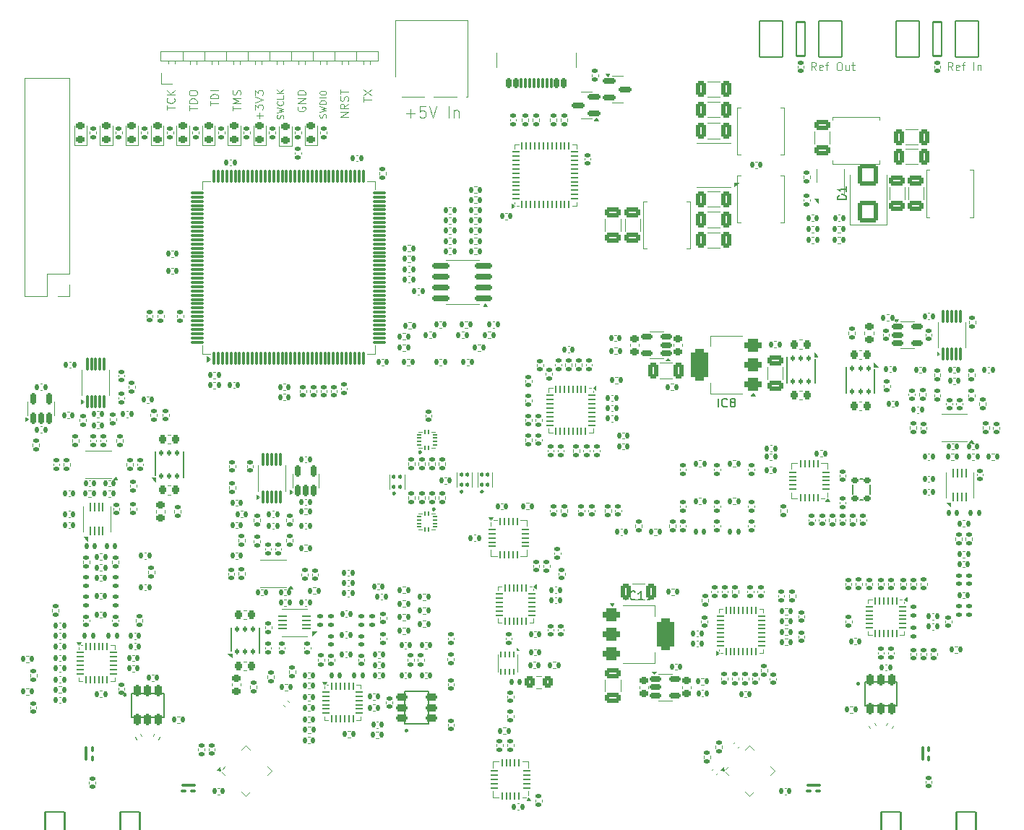
<source format=gto>
G04 #@! TF.GenerationSoftware,KiCad,Pcbnew,8.0.0*
G04 #@! TF.CreationDate,2024-03-13T17:16:33-04:00*
G04 #@! TF.ProjectId,VNA,564e412e-6b69-4636-9164-5f7063625858,rev?*
G04 #@! TF.SameCoordinates,PX535a28cPY8422900*
G04 #@! TF.FileFunction,Legend,Top*
G04 #@! TF.FilePolarity,Positive*
%FSLAX46Y46*%
G04 Gerber Fmt 4.6, Leading zero omitted, Abs format (unit mm)*
G04 Created by KiCad (PCBNEW 8.0.0) date 2024-03-13 17:16:33*
%MOMM*%
%LPD*%
G01*
G04 APERTURE LIST*
G04 Aperture macros list*
%AMRoundRect*
0 Rectangle with rounded corners*
0 $1 Rounding radius*
0 $2 $3 $4 $5 $6 $7 $8 $9 X,Y pos of 4 corners*
0 Add a 4 corners polygon primitive as box body*
4,1,4,$2,$3,$4,$5,$6,$7,$8,$9,$2,$3,0*
0 Add four circle primitives for the rounded corners*
1,1,$1+$1,$2,$3*
1,1,$1+$1,$4,$5*
1,1,$1+$1,$6,$7*
1,1,$1+$1,$8,$9*
0 Add four rect primitives between the rounded corners*
20,1,$1+$1,$2,$3,$4,$5,0*
20,1,$1+$1,$4,$5,$6,$7,0*
20,1,$1+$1,$6,$7,$8,$9,0*
20,1,$1+$1,$8,$9,$2,$3,0*%
%AMRotRect*
0 Rectangle, with rotation*
0 The origin of the aperture is its center*
0 $1 length*
0 $2 width*
0 $3 Rotation angle, in degrees counterclockwise*
0 Add horizontal line*
21,1,$1,$2,0,0,$3*%
G04 Aperture macros list end*
%ADD10C,0.081280*%
%ADD11C,0.065024*%
%ADD12C,0.113792*%
%ADD13C,0.150000*%
%ADD14C,0.120000*%
%ADD15C,0.127000*%
%ADD16C,0.223606*%
%ADD17C,0.250000*%
%ADD18C,0.152400*%
%ADD19C,0.100000*%
%ADD20RoundRect,0.140000X-0.140000X-0.170000X0.140000X-0.170000X0.140000X0.170000X-0.140000X0.170000X0*%
%ADD21RoundRect,0.140000X0.170000X-0.140000X0.170000X0.140000X-0.170000X0.140000X-0.170000X-0.140000X0*%
%ADD22RoundRect,0.140000X-0.170000X0.140000X-0.170000X-0.140000X0.170000X-0.140000X0.170000X0.140000X0*%
%ADD23RoundRect,0.112500X-0.112500X0.202500X-0.112500X-0.202500X0.112500X-0.202500X0.112500X0.202500X0*%
%ADD24R,1.050000X0.800000*%
%ADD25RoundRect,0.135000X0.135000X0.185000X-0.135000X0.185000X-0.135000X-0.185000X0.135000X-0.185000X0*%
%ADD26RoundRect,0.135000X-0.135000X-0.185000X0.135000X-0.185000X0.135000X0.185000X-0.135000X0.185000X0*%
%ADD27RoundRect,0.135000X0.185000X-0.135000X0.185000X0.135000X-0.185000X0.135000X-0.185000X-0.135000X0*%
%ADD28RoundRect,0.147500X-0.172500X0.147500X-0.172500X-0.147500X0.172500X-0.147500X0.172500X0.147500X0*%
%ADD29RoundRect,0.140000X0.140000X0.170000X-0.140000X0.170000X-0.140000X-0.170000X0.140000X-0.170000X0*%
%ADD30RoundRect,0.150000X-0.512500X-0.150000X0.512500X-0.150000X0.512500X0.150000X-0.512500X0.150000X0*%
%ADD31RoundRect,0.250000X0.325000X0.650000X-0.325000X0.650000X-0.325000X-0.650000X0.325000X-0.650000X0*%
%ADD32RoundRect,0.135000X-0.185000X0.135000X-0.185000X-0.135000X0.185000X-0.135000X0.185000X0.135000X0*%
%ADD33RoundRect,0.225000X-0.225000X-0.250000X0.225000X-0.250000X0.225000X0.250000X-0.225000X0.250000X0*%
%ADD34R,1.400000X4.200000*%
%ADD35RoundRect,0.062500X0.350000X0.062500X-0.350000X0.062500X-0.350000X-0.062500X0.350000X-0.062500X0*%
%ADD36RoundRect,0.062500X0.062500X0.350000X-0.062500X0.350000X-0.062500X-0.350000X0.062500X-0.350000X0*%
%ADD37R,2.500000X2.500000*%
%ADD38RoundRect,0.225000X0.225000X0.250000X-0.225000X0.250000X-0.225000X-0.250000X0.225000X-0.250000X0*%
%ADD39RoundRect,0.147500X0.172500X-0.147500X0.172500X0.147500X-0.172500X0.147500X-0.172500X-0.147500X0*%
%ADD40R,1.700000X1.700000*%
%ADD41O,1.700000X1.700000*%
%ADD42RoundRect,0.250000X0.325000X0.450000X-0.325000X0.450000X-0.325000X-0.450000X0.325000X-0.450000X0*%
%ADD43RoundRect,0.200000X-0.500000X-0.200000X0.500000X-0.200000X0.500000X0.200000X-0.500000X0.200000X0*%
%ADD44RoundRect,0.105975X0.105975X-0.179475X0.105975X0.179475X-0.105975X0.179475X-0.105975X-0.179475X0*%
%ADD45RoundRect,0.218750X0.256250X-0.218750X0.256250X0.218750X-0.256250X0.218750X-0.256250X-0.218750X0*%
%ADD46C,0.650000*%
%ADD47RoundRect,0.150000X0.150000X0.425000X-0.150000X0.425000X-0.150000X-0.425000X0.150000X-0.425000X0*%
%ADD48RoundRect,0.075000X0.075000X0.500000X-0.075000X0.500000X-0.075000X-0.500000X0.075000X-0.500000X0*%
%ADD49O,1.000000X2.100000*%
%ADD50O,1.000000X1.800000*%
%ADD51RoundRect,0.075000X0.075000X-0.662500X0.075000X0.662500X-0.075000X0.662500X-0.075000X-0.662500X0*%
%ADD52RoundRect,0.075000X0.662500X-0.075000X0.662500X0.075000X-0.662500X0.075000X-0.662500X-0.075000X0*%
%ADD53RoundRect,0.225000X-0.250000X0.225000X-0.250000X-0.225000X0.250000X-0.225000X0.250000X0.225000X0*%
%ADD54RoundRect,0.250000X0.650000X-0.325000X0.650000X0.325000X-0.650000X0.325000X-0.650000X-0.325000X0*%
%ADD55RoundRect,0.062500X0.412500X0.062500X-0.412500X0.062500X-0.412500X-0.062500X0.412500X-0.062500X0*%
%ADD56R,1.450000X2.400000*%
%ADD57R,1.450000X0.450000*%
%ADD58RoundRect,0.147500X0.147500X0.172500X-0.147500X0.172500X-0.147500X-0.172500X0.147500X-0.172500X0*%
%ADD59R,4.200000X1.400000*%
%ADD60RoundRect,0.147500X-0.147500X-0.172500X0.147500X-0.172500X0.147500X0.172500X-0.147500X0.172500X0*%
%ADD61R,0.250000X0.700000*%
%ADD62R,2.380000X1.660000*%
%ADD63RoundRect,0.140000X0.219203X0.021213X0.021213X0.219203X-0.219203X-0.021213X-0.021213X-0.219203X0*%
%ADD64RoundRect,0.062500X0.062500X-0.375000X0.062500X0.375000X-0.062500X0.375000X-0.062500X-0.375000X0*%
%ADD65RoundRect,0.062500X0.375000X-0.062500X0.375000X0.062500X-0.375000X0.062500X-0.375000X-0.062500X0*%
%ADD66R,3.100000X3.100000*%
%ADD67RoundRect,0.150000X0.587500X0.150000X-0.587500X0.150000X-0.587500X-0.150000X0.587500X-0.150000X0*%
%ADD68RoundRect,0.225000X0.250000X-0.225000X0.250000X0.225000X-0.250000X0.225000X-0.250000X-0.225000X0*%
%ADD69RoundRect,0.062500X-0.062500X0.350000X-0.062500X-0.350000X0.062500X-0.350000X0.062500X0.350000X0*%
%ADD70RoundRect,0.062500X-0.350000X0.062500X-0.350000X-0.062500X0.350000X-0.062500X0.350000X0.062500X0*%
%ADD71R,2.600000X2.600000*%
%ADD72RoundRect,0.062500X0.062500X-0.412500X0.062500X0.412500X-0.062500X0.412500X-0.062500X-0.412500X0*%
%ADD73R,2.400000X1.450000*%
%ADD74RoundRect,0.135000X-0.092715X0.209413X-0.227715X-0.024413X0.092715X-0.209413X0.227715X0.024413X0*%
%ADD75R,5.600000X5.600000*%
%ADD76RoundRect,0.101600X0.300000X-1.050000X0.300000X1.050000X-0.300000X1.050000X-0.300000X-1.050000X0*%
%ADD77RoundRect,0.101600X1.143000X-2.540000X1.143000X2.540000X-1.143000X2.540000X-1.143000X-2.540000X0*%
%ADD78RoundRect,0.062500X-0.062500X0.375000X-0.062500X-0.375000X0.062500X-0.375000X0.062500X0.375000X0*%
%ADD79RoundRect,0.062500X-0.375000X0.062500X-0.375000X-0.062500X0.375000X-0.062500X0.375000X0.062500X0*%
%ADD80RoundRect,0.075000X0.075000X-0.650000X0.075000X0.650000X-0.075000X0.650000X-0.075000X-0.650000X0*%
%ADD81RoundRect,0.140000X-0.021213X0.219203X-0.219203X0.021213X0.021213X-0.219203X0.219203X-0.021213X0*%
%ADD82RoundRect,0.187500X0.262500X-0.187500X0.262500X0.187500X-0.262500X0.187500X-0.262500X-0.187500X0*%
%ADD83RoundRect,0.062500X-0.350000X-0.062500X0.350000X-0.062500X0.350000X0.062500X-0.350000X0.062500X0*%
%ADD84RoundRect,0.062500X-0.062500X-0.350000X0.062500X-0.350000X0.062500X0.350000X-0.062500X0.350000X0*%
%ADD85RoundRect,0.150000X0.150000X-0.512500X0.150000X0.512500X-0.150000X0.512500X-0.150000X-0.512500X0*%
%ADD86C,1.200000*%
%ADD87O,1.308000X2.616000*%
%ADD88RoundRect,0.075000X0.225000X0.075000X-0.225000X0.075000X-0.225000X-0.075000X0.225000X-0.075000X0*%
%ADD89RoundRect,0.087500X0.762500X0.087500X-0.762500X0.087500X-0.762500X-0.087500X0.762500X-0.087500X0*%
%ADD90RoundRect,0.250000X-0.650000X0.325000X-0.650000X-0.325000X0.650000X-0.325000X0.650000X0.325000X0*%
%ADD91RoundRect,0.150000X0.512500X0.150000X-0.512500X0.150000X-0.512500X-0.150000X0.512500X-0.150000X0*%
%ADD92RoundRect,0.112500X0.112500X-0.202500X0.112500X0.202500X-0.112500X0.202500X-0.112500X-0.202500X0*%
%ADD93RoundRect,0.075000X-0.075000X0.225000X-0.075000X-0.225000X0.075000X-0.225000X0.075000X0.225000X0*%
%ADD94RoundRect,0.087500X-0.087500X0.762500X-0.087500X-0.762500X0.087500X-0.762500X0.087500X0.762500X0*%
%ADD95RoundRect,0.135000X-0.227715X0.024413X-0.092715X-0.209413X0.227715X-0.024413X0.092715X0.209413X0*%
%ADD96RoundRect,0.101600X-0.500000X2.000000X-0.500000X-2.000000X0.500000X-2.000000X0.500000X2.000000X0*%
%ADD97RoundRect,0.101600X-1.333500X2.095500X-1.333500X-2.095500X1.333500X-2.095500X1.333500X2.095500X0*%
%ADD98RoundRect,0.250000X0.900000X-1.000000X0.900000X1.000000X-0.900000X1.000000X-0.900000X-1.000000X0*%
%ADD99RoundRect,0.100000X0.000000X-0.244000X0.000000X0.244000X0.000000X0.244000X0.000000X-0.244000X0*%
%ADD100RoundRect,0.100000X0.244000X0.000000X-0.244000X0.000000X-0.244000X0.000000X0.244000X0.000000X0*%
%ADD101R,0.760000X0.760000*%
%ADD102RoundRect,0.375000X0.625000X0.375000X-0.625000X0.375000X-0.625000X-0.375000X0.625000X-0.375000X0*%
%ADD103RoundRect,0.500000X0.500000X1.400000X-0.500000X1.400000X-0.500000X-1.400000X0.500000X-1.400000X0*%
%ADD104RoundRect,0.150000X0.825000X0.150000X-0.825000X0.150000X-0.825000X-0.150000X0.825000X-0.150000X0*%
%ADD105RoundRect,0.062500X-0.062500X0.300000X-0.062500X-0.300000X0.062500X-0.300000X0.062500X0.300000X0*%
%ADD106R,1.600000X0.900000*%
%ADD107RoundRect,0.100000X0.000000X0.244000X0.000000X-0.244000X0.000000X-0.244000X0.000000X0.244000X0*%
%ADD108RoundRect,0.100000X-0.244000X0.000000X0.244000X0.000000X0.244000X0.000000X-0.244000X0.000000X0*%
%ADD109RoundRect,0.200000X-0.200000X0.500000X-0.200000X-0.500000X0.200000X-0.500000X0.200000X0.500000X0*%
%ADD110RoundRect,0.150000X-0.587500X-0.150000X0.587500X-0.150000X0.587500X0.150000X-0.587500X0.150000X0*%
%ADD111RoundRect,0.062500X-0.203293X-0.291682X0.291682X0.203293X0.203293X0.291682X-0.291682X-0.203293X0*%
%ADD112RoundRect,0.062500X0.203293X-0.291682X0.291682X-0.203293X-0.203293X0.291682X-0.291682X0.203293X0*%
%ADD113RotRect,2.500000X2.500000X45.000000*%
%ADD114R,0.700000X0.250000*%
%ADD115R,2.440000X4.340000*%
%ADD116RoundRect,0.062500X0.337500X0.062500X-0.337500X0.062500X-0.337500X-0.062500X0.337500X-0.062500X0*%
%ADD117RoundRect,0.062500X0.062500X0.337500X-0.062500X0.337500X-0.062500X-0.337500X0.062500X-0.337500X0*%
%ADD118R,2.700000X2.700000*%
%ADD119RoundRect,0.140000X0.021213X-0.219203X0.219203X-0.021213X-0.021213X0.219203X-0.219203X0.021213X0*%
%ADD120RoundRect,0.375000X-0.625000X-0.375000X0.625000X-0.375000X0.625000X0.375000X-0.625000X0.375000X0*%
%ADD121RoundRect,0.500000X-0.500000X-1.400000X0.500000X-1.400000X0.500000X1.400000X-0.500000X1.400000X0*%
G04 APERTURE END LIST*
D10*
X23340283Y85409430D02*
X23340283Y85943556D01*
X24275003Y85676493D02*
X23340283Y85676493D01*
X24275003Y86255130D02*
X23340283Y86255130D01*
X23340283Y86255130D02*
X23340283Y86477682D01*
X23340283Y86477682D02*
X23384793Y86611214D01*
X23384793Y86611214D02*
X23473814Y86700235D01*
X23473814Y86700235D02*
X23562835Y86744745D01*
X23562835Y86744745D02*
X23740877Y86789256D01*
X23740877Y86789256D02*
X23874409Y86789256D01*
X23874409Y86789256D02*
X24052451Y86744745D01*
X24052451Y86744745D02*
X24141472Y86700235D01*
X24141472Y86700235D02*
X24230493Y86611214D01*
X24230493Y86611214D02*
X24275003Y86477682D01*
X24275003Y86477682D02*
X24275003Y86255130D01*
X23340283Y87367892D02*
X23340283Y87545934D01*
X23340283Y87545934D02*
X23384793Y87634955D01*
X23384793Y87634955D02*
X23473814Y87723976D01*
X23473814Y87723976D02*
X23651856Y87768486D01*
X23651856Y87768486D02*
X23963430Y87768486D01*
X23963430Y87768486D02*
X24141472Y87723976D01*
X24141472Y87723976D02*
X24230493Y87634955D01*
X24230493Y87634955D02*
X24275003Y87545934D01*
X24275003Y87545934D02*
X24275003Y87367892D01*
X24275003Y87367892D02*
X24230493Y87278871D01*
X24230493Y87278871D02*
X24141472Y87189850D01*
X24141472Y87189850D02*
X23963430Y87145339D01*
X23963430Y87145339D02*
X23651856Y87145339D01*
X23651856Y87145339D02*
X23473814Y87189850D01*
X23473814Y87189850D02*
X23384793Y87278871D01*
X23384793Y87278871D02*
X23340283Y87367892D01*
X20740283Y85453940D02*
X20740283Y85988066D01*
X21675003Y85721003D02*
X20740283Y85721003D01*
X21585982Y86833766D02*
X21630493Y86789255D01*
X21630493Y86789255D02*
X21675003Y86655724D01*
X21675003Y86655724D02*
X21675003Y86566703D01*
X21675003Y86566703D02*
X21630493Y86433171D01*
X21630493Y86433171D02*
X21541472Y86344150D01*
X21541472Y86344150D02*
X21452451Y86299640D01*
X21452451Y86299640D02*
X21274409Y86255129D01*
X21274409Y86255129D02*
X21140877Y86255129D01*
X21140877Y86255129D02*
X20962835Y86299640D01*
X20962835Y86299640D02*
X20873814Y86344150D01*
X20873814Y86344150D02*
X20784793Y86433171D01*
X20784793Y86433171D02*
X20740283Y86566703D01*
X20740283Y86566703D02*
X20740283Y86655724D01*
X20740283Y86655724D02*
X20784793Y86789255D01*
X20784793Y86789255D02*
X20829304Y86833766D01*
X21675003Y87234360D02*
X20740283Y87234360D01*
X21675003Y87768486D02*
X21140877Y87367891D01*
X20740283Y87768486D02*
X21274409Y87234360D01*
X96810151Y90118619D02*
X96498577Y90563724D01*
X96276025Y90118619D02*
X96276025Y91053339D01*
X96276025Y91053339D02*
X96632109Y91053339D01*
X96632109Y91053339D02*
X96721130Y91008829D01*
X96721130Y91008829D02*
X96765640Y90964318D01*
X96765640Y90964318D02*
X96810151Y90875297D01*
X96810151Y90875297D02*
X96810151Y90741766D01*
X96810151Y90741766D02*
X96765640Y90652745D01*
X96765640Y90652745D02*
X96721130Y90608234D01*
X96721130Y90608234D02*
X96632109Y90563724D01*
X96632109Y90563724D02*
X96276025Y90563724D01*
X97566829Y90163129D02*
X97477808Y90118619D01*
X97477808Y90118619D02*
X97299766Y90118619D01*
X97299766Y90118619D02*
X97210745Y90163129D01*
X97210745Y90163129D02*
X97166234Y90252150D01*
X97166234Y90252150D02*
X97166234Y90608234D01*
X97166234Y90608234D02*
X97210745Y90697255D01*
X97210745Y90697255D02*
X97299766Y90741766D01*
X97299766Y90741766D02*
X97477808Y90741766D01*
X97477808Y90741766D02*
X97566829Y90697255D01*
X97566829Y90697255D02*
X97611339Y90608234D01*
X97611339Y90608234D02*
X97611339Y90519213D01*
X97611339Y90519213D02*
X97166234Y90430192D01*
X97878402Y90741766D02*
X98234486Y90741766D01*
X98011934Y90118619D02*
X98011934Y90919808D01*
X98011934Y90919808D02*
X98056444Y91008829D01*
X98056444Y91008829D02*
X98145465Y91053339D01*
X98145465Y91053339D02*
X98234486Y91053339D01*
X99436270Y91053339D02*
X99614312Y91053339D01*
X99614312Y91053339D02*
X99703333Y91008829D01*
X99703333Y91008829D02*
X99792354Y90919808D01*
X99792354Y90919808D02*
X99836864Y90741766D01*
X99836864Y90741766D02*
X99836864Y90430192D01*
X99836864Y90430192D02*
X99792354Y90252150D01*
X99792354Y90252150D02*
X99703333Y90163129D01*
X99703333Y90163129D02*
X99614312Y90118619D01*
X99614312Y90118619D02*
X99436270Y90118619D01*
X99436270Y90118619D02*
X99347249Y90163129D01*
X99347249Y90163129D02*
X99258228Y90252150D01*
X99258228Y90252150D02*
X99213717Y90430192D01*
X99213717Y90430192D02*
X99213717Y90741766D01*
X99213717Y90741766D02*
X99258228Y90919808D01*
X99258228Y90919808D02*
X99347249Y91008829D01*
X99347249Y91008829D02*
X99436270Y91053339D01*
X100638052Y90741766D02*
X100638052Y90118619D01*
X100237458Y90741766D02*
X100237458Y90252150D01*
X100237458Y90252150D02*
X100281968Y90163129D01*
X100281968Y90163129D02*
X100370989Y90118619D01*
X100370989Y90118619D02*
X100504521Y90118619D01*
X100504521Y90118619D02*
X100593542Y90163129D01*
X100593542Y90163129D02*
X100638052Y90207640D01*
X100949625Y90741766D02*
X101305709Y90741766D01*
X101083157Y91053339D02*
X101083157Y90252150D01*
X101083157Y90252150D02*
X101127667Y90163129D01*
X101127667Y90163129D02*
X101216688Y90118619D01*
X101216688Y90118619D02*
X101305709Y90118619D01*
X43740283Y86433170D02*
X43740283Y86967296D01*
X44675003Y86700233D02*
X43740283Y86700233D01*
X43740283Y87189849D02*
X44675003Y87812996D01*
X43740283Y87812996D02*
X44675003Y87189849D01*
D11*
X34344394Y84431993D02*
X34380002Y84538818D01*
X34380002Y84538818D02*
X34380002Y84716860D01*
X34380002Y84716860D02*
X34344394Y84788077D01*
X34344394Y84788077D02*
X34308785Y84823685D01*
X34308785Y84823685D02*
X34237568Y84859294D01*
X34237568Y84859294D02*
X34166352Y84859294D01*
X34166352Y84859294D02*
X34095135Y84823685D01*
X34095135Y84823685D02*
X34059526Y84788077D01*
X34059526Y84788077D02*
X34023918Y84716860D01*
X34023918Y84716860D02*
X33988310Y84574427D01*
X33988310Y84574427D02*
X33952701Y84503210D01*
X33952701Y84503210D02*
X33917093Y84467601D01*
X33917093Y84467601D02*
X33845876Y84431993D01*
X33845876Y84431993D02*
X33774659Y84431993D01*
X33774659Y84431993D02*
X33703443Y84467601D01*
X33703443Y84467601D02*
X33667834Y84503210D01*
X33667834Y84503210D02*
X33632226Y84574427D01*
X33632226Y84574427D02*
X33632226Y84752468D01*
X33632226Y84752468D02*
X33667834Y84859294D01*
X33632226Y85108553D02*
X34380002Y85286595D01*
X34380002Y85286595D02*
X33845876Y85429028D01*
X33845876Y85429028D02*
X34380002Y85571462D01*
X34380002Y85571462D02*
X33632226Y85749503D01*
X34308785Y86461671D02*
X34344394Y86426063D01*
X34344394Y86426063D02*
X34380002Y86319237D01*
X34380002Y86319237D02*
X34380002Y86248021D01*
X34380002Y86248021D02*
X34344394Y86141196D01*
X34344394Y86141196D02*
X34273177Y86069979D01*
X34273177Y86069979D02*
X34201960Y86034370D01*
X34201960Y86034370D02*
X34059526Y85998762D01*
X34059526Y85998762D02*
X33952701Y85998762D01*
X33952701Y85998762D02*
X33810268Y86034370D01*
X33810268Y86034370D02*
X33739051Y86069979D01*
X33739051Y86069979D02*
X33667834Y86141196D01*
X33667834Y86141196D02*
X33632226Y86248021D01*
X33632226Y86248021D02*
X33632226Y86319237D01*
X33632226Y86319237D02*
X33667834Y86426063D01*
X33667834Y86426063D02*
X33703443Y86461671D01*
X34380002Y87138230D02*
X34380002Y86782146D01*
X34380002Y86782146D02*
X33632226Y86782146D01*
X34380002Y87387488D02*
X33632226Y87387488D01*
X34380002Y87814789D02*
X33952701Y87494314D01*
X33632226Y87814789D02*
X34059526Y87387488D01*
D10*
X31618919Y84430199D02*
X31618919Y85142366D01*
X31975003Y84786283D02*
X31262835Y84786283D01*
X31040283Y85498450D02*
X31040283Y86077086D01*
X31040283Y86077086D02*
X31396367Y85765513D01*
X31396367Y85765513D02*
X31396367Y85899044D01*
X31396367Y85899044D02*
X31440877Y85988065D01*
X31440877Y85988065D02*
X31485388Y86032576D01*
X31485388Y86032576D02*
X31574409Y86077086D01*
X31574409Y86077086D02*
X31796961Y86077086D01*
X31796961Y86077086D02*
X31885982Y86032576D01*
X31885982Y86032576D02*
X31930493Y85988065D01*
X31930493Y85988065D02*
X31975003Y85899044D01*
X31975003Y85899044D02*
X31975003Y85631981D01*
X31975003Y85631981D02*
X31930493Y85542960D01*
X31930493Y85542960D02*
X31885982Y85498450D01*
X31040283Y86344149D02*
X31975003Y86655723D01*
X31975003Y86655723D02*
X31040283Y86967296D01*
X31040283Y87189849D02*
X31040283Y87768485D01*
X31040283Y87768485D02*
X31396367Y87456912D01*
X31396367Y87456912D02*
X31396367Y87590443D01*
X31396367Y87590443D02*
X31440877Y87679464D01*
X31440877Y87679464D02*
X31485388Y87723975D01*
X31485388Y87723975D02*
X31574409Y87768485D01*
X31574409Y87768485D02*
X31796961Y87768485D01*
X31796961Y87768485D02*
X31885982Y87723975D01*
X31885982Y87723975D02*
X31930493Y87679464D01*
X31930493Y87679464D02*
X31975003Y87590443D01*
X31975003Y87590443D02*
X31975003Y87323380D01*
X31975003Y87323380D02*
X31930493Y87234359D01*
X31930493Y87234359D02*
X31885982Y87189849D01*
X36084793Y85810025D02*
X36040283Y85721004D01*
X36040283Y85721004D02*
X36040283Y85587473D01*
X36040283Y85587473D02*
X36084793Y85453941D01*
X36084793Y85453941D02*
X36173814Y85364920D01*
X36173814Y85364920D02*
X36262835Y85320410D01*
X36262835Y85320410D02*
X36440877Y85275899D01*
X36440877Y85275899D02*
X36574409Y85275899D01*
X36574409Y85275899D02*
X36752451Y85320410D01*
X36752451Y85320410D02*
X36841472Y85364920D01*
X36841472Y85364920D02*
X36930493Y85453941D01*
X36930493Y85453941D02*
X36975003Y85587473D01*
X36975003Y85587473D02*
X36975003Y85676494D01*
X36975003Y85676494D02*
X36930493Y85810025D01*
X36930493Y85810025D02*
X36885982Y85854536D01*
X36885982Y85854536D02*
X36574409Y85854536D01*
X36574409Y85854536D02*
X36574409Y85676494D01*
X36975003Y86255130D02*
X36040283Y86255130D01*
X36040283Y86255130D02*
X36975003Y86789256D01*
X36975003Y86789256D02*
X36040283Y86789256D01*
X36975003Y87234360D02*
X36040283Y87234360D01*
X36040283Y87234360D02*
X36040283Y87456912D01*
X36040283Y87456912D02*
X36084793Y87590444D01*
X36084793Y87590444D02*
X36173814Y87679465D01*
X36173814Y87679465D02*
X36262835Y87723975D01*
X36262835Y87723975D02*
X36440877Y87768486D01*
X36440877Y87768486D02*
X36574409Y87768486D01*
X36574409Y87768486D02*
X36752451Y87723975D01*
X36752451Y87723975D02*
X36841472Y87679465D01*
X36841472Y87679465D02*
X36930493Y87590444D01*
X36930493Y87590444D02*
X36975003Y87456912D01*
X36975003Y87456912D02*
X36975003Y87234360D01*
X25840283Y85943555D02*
X25840283Y86477681D01*
X26775003Y86210618D02*
X25840283Y86210618D01*
X26775003Y86789255D02*
X25840283Y86789255D01*
X25840283Y86789255D02*
X25840283Y87011807D01*
X25840283Y87011807D02*
X25884793Y87145339D01*
X25884793Y87145339D02*
X25973814Y87234360D01*
X25973814Y87234360D02*
X26062835Y87278870D01*
X26062835Y87278870D02*
X26240877Y87323381D01*
X26240877Y87323381D02*
X26374409Y87323381D01*
X26374409Y87323381D02*
X26552451Y87278870D01*
X26552451Y87278870D02*
X26641472Y87234360D01*
X26641472Y87234360D02*
X26730493Y87145339D01*
X26730493Y87145339D02*
X26775003Y87011807D01*
X26775003Y87011807D02*
X26775003Y86789255D01*
X26775003Y87723975D02*
X25840283Y87723975D01*
X112810151Y90118619D02*
X112498577Y90563724D01*
X112276025Y90118619D02*
X112276025Y91053339D01*
X112276025Y91053339D02*
X112632109Y91053339D01*
X112632109Y91053339D02*
X112721130Y91008829D01*
X112721130Y91008829D02*
X112765640Y90964318D01*
X112765640Y90964318D02*
X112810151Y90875297D01*
X112810151Y90875297D02*
X112810151Y90741766D01*
X112810151Y90741766D02*
X112765640Y90652745D01*
X112765640Y90652745D02*
X112721130Y90608234D01*
X112721130Y90608234D02*
X112632109Y90563724D01*
X112632109Y90563724D02*
X112276025Y90563724D01*
X113566829Y90163129D02*
X113477808Y90118619D01*
X113477808Y90118619D02*
X113299766Y90118619D01*
X113299766Y90118619D02*
X113210745Y90163129D01*
X113210745Y90163129D02*
X113166234Y90252150D01*
X113166234Y90252150D02*
X113166234Y90608234D01*
X113166234Y90608234D02*
X113210745Y90697255D01*
X113210745Y90697255D02*
X113299766Y90741766D01*
X113299766Y90741766D02*
X113477808Y90741766D01*
X113477808Y90741766D02*
X113566829Y90697255D01*
X113566829Y90697255D02*
X113611339Y90608234D01*
X113611339Y90608234D02*
X113611339Y90519213D01*
X113611339Y90519213D02*
X113166234Y90430192D01*
X113878402Y90741766D02*
X114234486Y90741766D01*
X114011934Y90118619D02*
X114011934Y90919808D01*
X114011934Y90919808D02*
X114056444Y91008829D01*
X114056444Y91008829D02*
X114145465Y91053339D01*
X114145465Y91053339D02*
X114234486Y91053339D01*
X115258228Y90118619D02*
X115258228Y91053339D01*
X115703333Y90741766D02*
X115703333Y90118619D01*
X115703333Y90652745D02*
X115747843Y90697255D01*
X115747843Y90697255D02*
X115836864Y90741766D01*
X115836864Y90741766D02*
X115970396Y90741766D01*
X115970396Y90741766D02*
X116059417Y90697255D01*
X116059417Y90697255D02*
X116103927Y90608234D01*
X116103927Y90608234D02*
X116103927Y90118619D01*
D12*
X48786436Y85064584D02*
X49783471Y85064584D01*
X49284953Y84566067D02*
X49284953Y85563101D01*
X51029764Y85874675D02*
X50406617Y85874675D01*
X50406617Y85874675D02*
X50344302Y85251528D01*
X50344302Y85251528D02*
X50406617Y85313843D01*
X50406617Y85313843D02*
X50531246Y85376157D01*
X50531246Y85376157D02*
X50842820Y85376157D01*
X50842820Y85376157D02*
X50967449Y85313843D01*
X50967449Y85313843D02*
X51029764Y85251528D01*
X51029764Y85251528D02*
X51092078Y85126899D01*
X51092078Y85126899D02*
X51092078Y84815325D01*
X51092078Y84815325D02*
X51029764Y84690696D01*
X51029764Y84690696D02*
X50967449Y84628381D01*
X50967449Y84628381D02*
X50842820Y84566067D01*
X50842820Y84566067D02*
X50531246Y84566067D01*
X50531246Y84566067D02*
X50406617Y84628381D01*
X50406617Y84628381D02*
X50344302Y84690696D01*
X51465966Y85874675D02*
X51902169Y84566067D01*
X51902169Y84566067D02*
X52338371Y85874675D01*
X53771609Y84566067D02*
X53771609Y85874675D01*
X54394756Y85438472D02*
X54394756Y84566067D01*
X54394756Y85313843D02*
X54457071Y85376157D01*
X54457071Y85376157D02*
X54581700Y85438472D01*
X54581700Y85438472D02*
X54768644Y85438472D01*
X54768644Y85438472D02*
X54893273Y85376157D01*
X54893273Y85376157D02*
X54955588Y85251528D01*
X54955588Y85251528D02*
X54955588Y84566067D01*
D10*
X41975003Y84652752D02*
X41040283Y84652752D01*
X41040283Y84652752D02*
X41975003Y85186878D01*
X41975003Y85186878D02*
X41040283Y85186878D01*
X41975003Y86166108D02*
X41529898Y85854534D01*
X41975003Y85631982D02*
X41040283Y85631982D01*
X41040283Y85631982D02*
X41040283Y85988066D01*
X41040283Y85988066D02*
X41084793Y86077087D01*
X41084793Y86077087D02*
X41129304Y86121597D01*
X41129304Y86121597D02*
X41218325Y86166108D01*
X41218325Y86166108D02*
X41351856Y86166108D01*
X41351856Y86166108D02*
X41440877Y86121597D01*
X41440877Y86121597D02*
X41485388Y86077087D01*
X41485388Y86077087D02*
X41529898Y85988066D01*
X41529898Y85988066D02*
X41529898Y85631982D01*
X41930493Y86522191D02*
X41975003Y86655723D01*
X41975003Y86655723D02*
X41975003Y86878275D01*
X41975003Y86878275D02*
X41930493Y86967296D01*
X41930493Y86967296D02*
X41885982Y87011807D01*
X41885982Y87011807D02*
X41796961Y87056317D01*
X41796961Y87056317D02*
X41707940Y87056317D01*
X41707940Y87056317D02*
X41618919Y87011807D01*
X41618919Y87011807D02*
X41574409Y86967296D01*
X41574409Y86967296D02*
X41529898Y86878275D01*
X41529898Y86878275D02*
X41485388Y86700233D01*
X41485388Y86700233D02*
X41440877Y86611212D01*
X41440877Y86611212D02*
X41396367Y86566702D01*
X41396367Y86566702D02*
X41307346Y86522191D01*
X41307346Y86522191D02*
X41218325Y86522191D01*
X41218325Y86522191D02*
X41129304Y86566702D01*
X41129304Y86566702D02*
X41084793Y86611212D01*
X41084793Y86611212D02*
X41040283Y86700233D01*
X41040283Y86700233D02*
X41040283Y86922786D01*
X41040283Y86922786D02*
X41084793Y87056317D01*
X41040283Y87323380D02*
X41040283Y87857506D01*
X41975003Y87590443D02*
X41040283Y87590443D01*
D11*
X39344394Y84545643D02*
X39380002Y84652468D01*
X39380002Y84652468D02*
X39380002Y84830510D01*
X39380002Y84830510D02*
X39344394Y84901727D01*
X39344394Y84901727D02*
X39308785Y84937335D01*
X39308785Y84937335D02*
X39237568Y84972944D01*
X39237568Y84972944D02*
X39166352Y84972944D01*
X39166352Y84972944D02*
X39095135Y84937335D01*
X39095135Y84937335D02*
X39059526Y84901727D01*
X39059526Y84901727D02*
X39023918Y84830510D01*
X39023918Y84830510D02*
X38988310Y84688077D01*
X38988310Y84688077D02*
X38952701Y84616860D01*
X38952701Y84616860D02*
X38917093Y84581251D01*
X38917093Y84581251D02*
X38845876Y84545643D01*
X38845876Y84545643D02*
X38774659Y84545643D01*
X38774659Y84545643D02*
X38703443Y84581251D01*
X38703443Y84581251D02*
X38667834Y84616860D01*
X38667834Y84616860D02*
X38632226Y84688077D01*
X38632226Y84688077D02*
X38632226Y84866118D01*
X38632226Y84866118D02*
X38667834Y84972944D01*
X38632226Y85222203D02*
X39380002Y85400245D01*
X39380002Y85400245D02*
X38845876Y85542678D01*
X38845876Y85542678D02*
X39380002Y85685112D01*
X39380002Y85685112D02*
X38632226Y85863153D01*
X39380002Y86148020D02*
X38632226Y86148020D01*
X38632226Y86148020D02*
X38632226Y86326062D01*
X38632226Y86326062D02*
X38667834Y86432887D01*
X38667834Y86432887D02*
X38739051Y86504104D01*
X38739051Y86504104D02*
X38810268Y86539713D01*
X38810268Y86539713D02*
X38952701Y86575321D01*
X38952701Y86575321D02*
X39059526Y86575321D01*
X39059526Y86575321D02*
X39201960Y86539713D01*
X39201960Y86539713D02*
X39273177Y86504104D01*
X39273177Y86504104D02*
X39344394Y86432887D01*
X39344394Y86432887D02*
X39380002Y86326062D01*
X39380002Y86326062D02*
X39380002Y86148020D01*
X39380002Y86895796D02*
X38632226Y86895796D01*
X38632226Y87394314D02*
X38632226Y87536747D01*
X38632226Y87536747D02*
X38667834Y87607964D01*
X38667834Y87607964D02*
X38739051Y87679181D01*
X38739051Y87679181D02*
X38881485Y87714789D01*
X38881485Y87714789D02*
X39130743Y87714789D01*
X39130743Y87714789D02*
X39273177Y87679181D01*
X39273177Y87679181D02*
X39344394Y87607964D01*
X39344394Y87607964D02*
X39380002Y87536747D01*
X39380002Y87536747D02*
X39380002Y87394314D01*
X39380002Y87394314D02*
X39344394Y87323097D01*
X39344394Y87323097D02*
X39273177Y87251880D01*
X39273177Y87251880D02*
X39130743Y87216272D01*
X39130743Y87216272D02*
X38881485Y87216272D01*
X38881485Y87216272D02*
X38739051Y87251880D01*
X38739051Y87251880D02*
X38667834Y87323097D01*
X38667834Y87323097D02*
X38632226Y87394314D01*
D10*
X28440283Y85364919D02*
X28440283Y85899045D01*
X29375003Y85631982D02*
X28440283Y85631982D01*
X29375003Y86210619D02*
X28440283Y86210619D01*
X28440283Y86210619D02*
X29107940Y86522192D01*
X29107940Y86522192D02*
X28440283Y86833766D01*
X28440283Y86833766D02*
X29375003Y86833766D01*
X29330493Y87234359D02*
X29375003Y87367891D01*
X29375003Y87367891D02*
X29375003Y87590443D01*
X29375003Y87590443D02*
X29330493Y87679464D01*
X29330493Y87679464D02*
X29285982Y87723975D01*
X29285982Y87723975D02*
X29196961Y87768485D01*
X29196961Y87768485D02*
X29107940Y87768485D01*
X29107940Y87768485D02*
X29018919Y87723975D01*
X29018919Y87723975D02*
X28974409Y87679464D01*
X28974409Y87679464D02*
X28929898Y87590443D01*
X28929898Y87590443D02*
X28885388Y87412401D01*
X28885388Y87412401D02*
X28840877Y87323380D01*
X28840877Y87323380D02*
X28796367Y87278870D01*
X28796367Y87278870D02*
X28707346Y87234359D01*
X28707346Y87234359D02*
X28618325Y87234359D01*
X28618325Y87234359D02*
X28529304Y87278870D01*
X28529304Y87278870D02*
X28484793Y87323380D01*
X28484793Y87323380D02*
X28440283Y87412401D01*
X28440283Y87412401D02*
X28440283Y87634954D01*
X28440283Y87634954D02*
X28484793Y87768485D01*
D13*
X100354819Y74961906D02*
X99354819Y74961906D01*
X99354819Y74961906D02*
X99354819Y75200001D01*
X99354819Y75200001D02*
X99402438Y75342858D01*
X99402438Y75342858D02*
X99497676Y75438096D01*
X99497676Y75438096D02*
X99592914Y75485715D01*
X99592914Y75485715D02*
X99783390Y75533334D01*
X99783390Y75533334D02*
X99926247Y75533334D01*
X99926247Y75533334D02*
X100116723Y75485715D01*
X100116723Y75485715D02*
X100211961Y75438096D01*
X100211961Y75438096D02*
X100307200Y75342858D01*
X100307200Y75342858D02*
X100354819Y75200001D01*
X100354819Y75200001D02*
X100354819Y74961906D01*
X100354819Y76485715D02*
X100354819Y75914287D01*
X100354819Y76200001D02*
X99354819Y76200001D01*
X99354819Y76200001D02*
X99497676Y76104763D01*
X99497676Y76104763D02*
X99592914Y76009525D01*
X99592914Y76009525D02*
X99640533Y75914287D01*
X85323810Y50645181D02*
X85323810Y51645181D01*
X86371428Y50740420D02*
X86323809Y50692800D01*
X86323809Y50692800D02*
X86180952Y50645181D01*
X86180952Y50645181D02*
X86085714Y50645181D01*
X86085714Y50645181D02*
X85942857Y50692800D01*
X85942857Y50692800D02*
X85847619Y50788039D01*
X85847619Y50788039D02*
X85800000Y50883277D01*
X85800000Y50883277D02*
X85752381Y51073753D01*
X85752381Y51073753D02*
X85752381Y51216610D01*
X85752381Y51216610D02*
X85800000Y51407086D01*
X85800000Y51407086D02*
X85847619Y51502324D01*
X85847619Y51502324D02*
X85942857Y51597562D01*
X85942857Y51597562D02*
X86085714Y51645181D01*
X86085714Y51645181D02*
X86180952Y51645181D01*
X86180952Y51645181D02*
X86323809Y51597562D01*
X86323809Y51597562D02*
X86371428Y51549943D01*
X86942857Y51216610D02*
X86847619Y51264229D01*
X86847619Y51264229D02*
X86800000Y51311848D01*
X86800000Y51311848D02*
X86752381Y51407086D01*
X86752381Y51407086D02*
X86752381Y51454705D01*
X86752381Y51454705D02*
X86800000Y51549943D01*
X86800000Y51549943D02*
X86847619Y51597562D01*
X86847619Y51597562D02*
X86942857Y51645181D01*
X86942857Y51645181D02*
X87133333Y51645181D01*
X87133333Y51645181D02*
X87228571Y51597562D01*
X87228571Y51597562D02*
X87276190Y51549943D01*
X87276190Y51549943D02*
X87323809Y51454705D01*
X87323809Y51454705D02*
X87323809Y51407086D01*
X87323809Y51407086D02*
X87276190Y51311848D01*
X87276190Y51311848D02*
X87228571Y51264229D01*
X87228571Y51264229D02*
X87133333Y51216610D01*
X87133333Y51216610D02*
X86942857Y51216610D01*
X86942857Y51216610D02*
X86847619Y51168991D01*
X86847619Y51168991D02*
X86800000Y51121372D01*
X86800000Y51121372D02*
X86752381Y51026134D01*
X86752381Y51026134D02*
X86752381Y50835658D01*
X86752381Y50835658D02*
X86800000Y50740420D01*
X86800000Y50740420D02*
X86847619Y50692800D01*
X86847619Y50692800D02*
X86942857Y50645181D01*
X86942857Y50645181D02*
X87133333Y50645181D01*
X87133333Y50645181D02*
X87228571Y50692800D01*
X87228571Y50692800D02*
X87276190Y50740420D01*
X87276190Y50740420D02*
X87323809Y50835658D01*
X87323809Y50835658D02*
X87323809Y51026134D01*
X87323809Y51026134D02*
X87276190Y51121372D01*
X87276190Y51121372D02*
X87228571Y51168991D01*
X87228571Y51168991D02*
X87133333Y51216610D01*
X74547619Y28045181D02*
X74547619Y29045181D01*
X75595237Y28140420D02*
X75547618Y28092800D01*
X75547618Y28092800D02*
X75404761Y28045181D01*
X75404761Y28045181D02*
X75309523Y28045181D01*
X75309523Y28045181D02*
X75166666Y28092800D01*
X75166666Y28092800D02*
X75071428Y28188039D01*
X75071428Y28188039D02*
X75023809Y28283277D01*
X75023809Y28283277D02*
X74976190Y28473753D01*
X74976190Y28473753D02*
X74976190Y28616610D01*
X74976190Y28616610D02*
X75023809Y28807086D01*
X75023809Y28807086D02*
X75071428Y28902324D01*
X75071428Y28902324D02*
X75166666Y28997562D01*
X75166666Y28997562D02*
X75309523Y29045181D01*
X75309523Y29045181D02*
X75404761Y29045181D01*
X75404761Y29045181D02*
X75547618Y28997562D01*
X75547618Y28997562D02*
X75595237Y28949943D01*
X76547618Y28045181D02*
X75976190Y28045181D01*
X76261904Y28045181D02*
X76261904Y29045181D01*
X76261904Y29045181D02*
X76166666Y28902324D01*
X76166666Y28902324D02*
X76071428Y28807086D01*
X76071428Y28807086D02*
X75976190Y28759467D01*
X77023809Y28045181D02*
X77214285Y28045181D01*
X77214285Y28045181D02*
X77309523Y28092800D01*
X77309523Y28092800D02*
X77357142Y28140420D01*
X77357142Y28140420D02*
X77452380Y28283277D01*
X77452380Y28283277D02*
X77499999Y28473753D01*
X77499999Y28473753D02*
X77499999Y28854705D01*
X77499999Y28854705D02*
X77452380Y28949943D01*
X77452380Y28949943D02*
X77404761Y28997562D01*
X77404761Y28997562D02*
X77309523Y29045181D01*
X77309523Y29045181D02*
X77119047Y29045181D01*
X77119047Y29045181D02*
X77023809Y28997562D01*
X77023809Y28997562D02*
X76976190Y28949943D01*
X76976190Y28949943D02*
X76928571Y28854705D01*
X76928571Y28854705D02*
X76928571Y28616610D01*
X76928571Y28616610D02*
X76976190Y28521372D01*
X76976190Y28521372D02*
X77023809Y28473753D01*
X77023809Y28473753D02*
X77119047Y28426134D01*
X77119047Y28426134D02*
X77309523Y28426134D01*
X77309523Y28426134D02*
X77404761Y28473753D01*
X77404761Y28473753D02*
X77452380Y28521372D01*
X77452380Y28521372D02*
X77499999Y28616610D01*
D14*
X16892164Y24160000D02*
X17107836Y24160000D01*
X16892164Y23440000D02*
X17107836Y23440000D01*
X63640000Y31892164D02*
X63640000Y32107836D01*
X64360000Y31892164D02*
X64360000Y32107836D01*
X84840000Y43407836D02*
X84840000Y43192164D01*
X85560000Y43407836D02*
X85560000Y43192164D01*
D13*
X93350000Y56500000D02*
X93350000Y53500000D01*
X96650000Y56240000D02*
X96650000Y53500000D01*
D14*
X97050000Y56560000D02*
X96570000Y56560000D01*
X96570000Y57040000D01*
X97050000Y56560000D01*
G36*
X97050000Y56560000D02*
G01*
X96570000Y56560000D01*
X96570000Y57040000D01*
X97050000Y56560000D01*
G37*
X87353641Y44380000D02*
X87046359Y44380000D01*
X87353641Y43620000D02*
X87046359Y43620000D01*
X41946359Y12680000D02*
X42253641Y12680000D01*
X41946359Y11920000D02*
X42253641Y11920000D01*
X51420000Y39846359D02*
X51420000Y40153641D01*
X52180000Y39846359D02*
X52180000Y40153641D01*
X50307836Y64560000D02*
X50092164Y64560000D01*
X50307836Y63840000D02*
X50092164Y63840000D01*
X107500000Y60660000D02*
X106700000Y60660000D01*
X107500000Y60660000D02*
X108300000Y60660000D01*
X107500000Y57540000D02*
X106700000Y57540000D01*
X107500000Y57540000D02*
X108300000Y57540000D01*
X106200000Y60610000D02*
X105960000Y60940000D01*
X106440000Y60940000D01*
X106200000Y60610000D01*
G36*
X106200000Y60610000D02*
G01*
X105960000Y60940000D01*
X106440000Y60940000D01*
X106200000Y60610000D01*
G37*
X95340000Y74792164D02*
X95340000Y75007836D01*
X96060000Y74792164D02*
X96060000Y75007836D01*
X85511252Y73510000D02*
X84088748Y73510000D01*
X85511252Y71690000D02*
X84088748Y71690000D01*
X41857836Y22010000D02*
X41642164Y22010000D01*
X41857836Y21290000D02*
X41642164Y21290000D01*
X21920000Y61453641D02*
X21920000Y61146359D01*
X22680000Y61453641D02*
X22680000Y61146359D01*
X8307836Y24160000D02*
X8092164Y24160000D01*
X8307836Y23440000D02*
X8092164Y23440000D01*
X29759420Y26810000D02*
X30040580Y26810000D01*
X29759420Y25790000D02*
X30040580Y25790000D01*
X63792164Y22260000D02*
X64007836Y22260000D01*
X63792164Y21540000D02*
X64007836Y21540000D01*
X48807836Y23060000D02*
X48592164Y23060000D01*
X48807836Y22340000D02*
X48592164Y22340000D01*
X109892164Y42560000D02*
X110107836Y42560000D01*
X109892164Y41840000D02*
X110107836Y41840000D01*
X16892164Y22960000D02*
X17107836Y22960000D01*
X16892164Y22240000D02*
X17107836Y22240000D01*
X39940000Y52607836D02*
X39940000Y52392164D01*
X40660000Y52607836D02*
X40660000Y52392164D01*
X48346359Y26380000D02*
X48653641Y26380000D01*
X48346359Y25620000D02*
X48653641Y25620000D01*
X98740000Y84660000D02*
X98740000Y84260000D01*
X98740000Y84660000D02*
X104260000Y84660000D01*
X98740000Y79140000D02*
X98740000Y79540000D01*
X98740000Y79140000D02*
X104260000Y79140000D01*
X104260000Y84660000D02*
X104260000Y84260000D01*
X104260000Y79140000D02*
X104260000Y79540000D01*
X58890000Y9110000D02*
X58890000Y8385000D01*
X58890000Y4890000D02*
X58890000Y5615000D01*
X59615000Y9110000D02*
X58890000Y9110000D01*
X59615000Y4890000D02*
X58890000Y4890000D01*
X62385000Y9110000D02*
X63110000Y9110000D01*
X62385000Y4890000D02*
X62810000Y4890000D01*
X63110000Y9110000D02*
X63110000Y8385000D01*
X63110000Y5615000D02*
X63110000Y5130000D01*
X63350000Y4560000D02*
X62870000Y4560000D01*
X63110000Y4890000D01*
X63350000Y4560000D01*
G36*
X63350000Y4560000D02*
G01*
X62870000Y4560000D01*
X63110000Y4890000D01*
X63350000Y4560000D01*
G37*
X5892164Y53360000D02*
X6107836Y53360000D01*
X5892164Y52640000D02*
X6107836Y52640000D01*
X53620000Y20946359D02*
X53620000Y21253641D01*
X54380000Y20946359D02*
X54380000Y21253641D01*
X102140580Y57310000D02*
X101859420Y57310000D01*
X102140580Y56290000D02*
X101859420Y56290000D01*
X48992164Y67160000D02*
X49207836Y67160000D01*
X48992164Y66440000D02*
X49207836Y66440000D01*
X4553641Y17680000D02*
X4246359Y17680000D01*
X4553641Y16920000D02*
X4246359Y16920000D01*
X83607836Y17460000D02*
X83392164Y17460000D01*
X83607836Y16740000D02*
X83392164Y16740000D01*
X8353641Y17880000D02*
X8046359Y17880000D01*
X8353641Y17120000D02*
X8046359Y17120000D01*
X66240000Y55492164D02*
X66240000Y55707836D01*
X66960000Y55492164D02*
X66960000Y55707836D01*
X48807836Y19560000D02*
X48592164Y19560000D01*
X48807836Y18840000D02*
X48592164Y18840000D01*
X108711252Y80910000D02*
X107288748Y80910000D01*
X108711252Y79090000D02*
X107288748Y79090000D01*
X83620000Y9753641D02*
X83620000Y9446359D01*
X84380000Y9753641D02*
X84380000Y9446359D01*
X34853641Y18180000D02*
X34546359Y18180000D01*
X34853641Y17420000D02*
X34546359Y17420000D01*
X15040000Y51807836D02*
X15040000Y51592164D01*
X15760000Y51807836D02*
X15760000Y51592164D01*
X4740000Y15292164D02*
X4740000Y15507836D01*
X5460000Y15292164D02*
X5460000Y15507836D01*
X63620000Y84453641D02*
X63620000Y84146359D01*
X64380000Y84453641D02*
X64380000Y84146359D01*
X87353641Y39980000D02*
X87046359Y39980000D01*
X87353641Y39220000D02*
X87046359Y39220000D01*
X19968900Y92303600D02*
X19968900Y91243600D01*
X19968900Y91243600D02*
X45488900Y91243600D01*
X20028900Y88533600D02*
X20028900Y89803600D01*
X20918900Y90913600D02*
X20918900Y91243600D01*
X21298900Y88533600D02*
X20028900Y88533600D01*
X21678900Y90913600D02*
X21678900Y91243600D01*
X22568900Y91243600D02*
X22568900Y92303600D01*
X23458900Y90846529D02*
X23458900Y91243600D01*
X24218900Y90846529D02*
X24218900Y91243600D01*
X25108900Y91243600D02*
X25108900Y92303600D01*
X25998900Y90846529D02*
X25998900Y91243600D01*
X26758900Y90846529D02*
X26758900Y91243600D01*
X27648900Y91243600D02*
X27648900Y92303600D01*
X28538900Y90846529D02*
X28538900Y91243600D01*
X29298900Y90846529D02*
X29298900Y91243600D01*
X30188900Y91243600D02*
X30188900Y92303600D01*
X31078900Y90846529D02*
X31078900Y91243600D01*
X31838900Y90846529D02*
X31838900Y91243600D01*
X32728900Y91243600D02*
X32728900Y92303600D01*
X33618900Y90846529D02*
X33618900Y91243600D01*
X34378900Y90846529D02*
X34378900Y91243600D01*
X35268900Y91243600D02*
X35268900Y92303600D01*
X36158900Y90846529D02*
X36158900Y91243600D01*
X36918900Y90846529D02*
X36918900Y91243600D01*
X37808900Y91243600D02*
X37808900Y92303600D01*
X38698900Y90846529D02*
X38698900Y91243600D01*
X39458900Y90846529D02*
X39458900Y91243600D01*
X40348900Y91243600D02*
X40348900Y92303600D01*
X41238900Y90846529D02*
X41238900Y91243600D01*
X41998900Y90846529D02*
X41998900Y91243600D01*
X42888900Y91243600D02*
X42888900Y92303600D01*
X43778900Y90846529D02*
X43778900Y91243600D01*
X44538900Y90846529D02*
X44538900Y91243600D01*
X45488900Y92303600D02*
X19968900Y92303600D01*
X45488900Y91243600D02*
X45488900Y92303600D01*
X45740000Y25792164D02*
X45740000Y26007836D01*
X46460000Y25792164D02*
X46460000Y26007836D01*
X73240000Y38607836D02*
X73240000Y38392164D01*
X73960000Y38607836D02*
X73960000Y38392164D01*
X60940000Y84192164D02*
X60940000Y84407836D01*
X61660000Y84192164D02*
X61660000Y84407836D01*
X64108900Y55651436D02*
X64108900Y55435764D01*
X64828900Y55651436D02*
X64828900Y55435764D01*
X21620000Y38553641D02*
X21620000Y38246359D01*
X22380000Y38553641D02*
X22380000Y38246359D01*
X85511252Y88810000D02*
X84088748Y88810000D01*
X85511252Y86990000D02*
X84088748Y86990000D01*
X101053641Y15580000D02*
X100746359Y15580000D01*
X101053641Y14820000D02*
X100746359Y14820000D01*
X95940000Y37292164D02*
X95940000Y37507836D01*
X96660000Y37292164D02*
X96660000Y37507836D01*
X105392164Y55460000D02*
X105607836Y55460000D01*
X105392164Y54740000D02*
X105607836Y54740000D01*
X64561252Y19110000D02*
X64038748Y19110000D01*
X64561252Y17690000D02*
X64038748Y17690000D01*
X14720000Y82953641D02*
X14720000Y82646359D01*
X15480000Y82953641D02*
X15480000Y82646359D01*
X53640000Y18207836D02*
X53640000Y17992164D01*
X54360000Y18207836D02*
X54360000Y17992164D01*
X104040000Y21692164D02*
X104040000Y21907836D01*
X104760000Y21692164D02*
X104760000Y21907836D01*
X9092164Y50060000D02*
X9307836Y50060000D01*
X9092164Y49340000D02*
X9307836Y49340000D01*
X93146359Y23480000D02*
X93453641Y23480000D01*
X93146359Y22720000D02*
X93453641Y22720000D01*
X115353641Y45180000D02*
X115046359Y45180000D01*
X115353641Y44420000D02*
X115046359Y44420000D01*
X63907836Y20760000D02*
X63692164Y20760000D01*
X63907836Y20040000D02*
X63692164Y20040000D01*
X16220000Y52846359D02*
X16220000Y53153641D01*
X16980000Y52846359D02*
X16980000Y53153641D01*
X72020000Y38346359D02*
X72020000Y38653641D01*
X72780000Y38346359D02*
X72780000Y38653641D01*
X112892164Y54060000D02*
X113107836Y54060000D01*
X112892164Y53340000D02*
X113107836Y53340000D01*
X45246359Y12580000D02*
X45553641Y12580000D01*
X45246359Y11820000D02*
X45553641Y11820000D01*
X42107836Y30360000D02*
X41892164Y30360000D01*
X42107836Y29640000D02*
X41892164Y29640000D01*
X65340000Y45607836D02*
X65340000Y45392164D01*
X66060000Y45607836D02*
X66060000Y45392164D01*
D15*
X48600000Y17300000D02*
X51400000Y17300000D01*
X48600000Y13500000D02*
X48600000Y17300000D01*
X51400000Y17300000D02*
X51400000Y13500000D01*
X51400000Y13500000D02*
X48600000Y13500000D01*
D16*
X48911803Y12720000D02*
G75*
G02*
X48688197Y12720000I-111803J0D01*
G01*
X48688197Y12720000D02*
G75*
G02*
X48911803Y12720000I111803J0D01*
G01*
D14*
X10940000Y25492164D02*
X10940000Y25707836D01*
X11660000Y25492164D02*
X11660000Y25707836D01*
X109640000Y6592164D02*
X109640000Y6807836D01*
X110360000Y6592164D02*
X110360000Y6807836D01*
X15992164Y50160000D02*
X16207836Y50160000D01*
X15992164Y49440000D02*
X16207836Y49440000D01*
X53640000Y13292164D02*
X53640000Y13507836D01*
X54360000Y13292164D02*
X54360000Y13507836D01*
X50746359Y25580000D02*
X51053641Y25580000D01*
X50746359Y24820000D02*
X51053641Y24820000D01*
X60440000Y23607836D02*
X60440000Y23392164D01*
X61160000Y23607836D02*
X61160000Y23392164D01*
X114253641Y37380000D02*
X113946359Y37380000D01*
X114253641Y36620000D02*
X113946359Y36620000D01*
X92340000Y28607836D02*
X92340000Y28392164D01*
X93060000Y28607836D02*
X93060000Y28392164D01*
X73007836Y50860000D02*
X72792164Y50860000D01*
X73007836Y50140000D02*
X72792164Y50140000D01*
X110240000Y21807836D02*
X110240000Y21592164D01*
X110960000Y21807836D02*
X110960000Y21592164D01*
X30920000Y37553641D02*
X30920000Y37246359D01*
X31680000Y37553641D02*
X31680000Y37246359D01*
X46824100Y42750000D02*
X46824100Y41050000D01*
X48575900Y42750000D02*
X48575900Y41050000D01*
D17*
X47475000Y40510900D02*
G75*
G02*
X47225000Y40510900I-125000J0D01*
G01*
X47225000Y40510900D02*
G75*
G02*
X47475000Y40510900I125000J0D01*
G01*
D14*
X9885000Y83620000D02*
X9885000Y81335000D01*
X9885000Y81335000D02*
X11355000Y81335000D01*
X11355000Y81335000D02*
X11355000Y83620000D01*
X8620000Y43746359D02*
X8620000Y44053641D01*
X9380000Y43746359D02*
X9380000Y44053641D01*
X52953641Y56280000D02*
X52646359Y56280000D01*
X52953641Y55520000D02*
X52646359Y55520000D01*
X50220000Y39846359D02*
X50220000Y40153641D01*
X50980000Y39846359D02*
X50980000Y40153641D01*
X28306736Y79643600D02*
X28091064Y79643600D01*
X28306736Y78923600D02*
X28091064Y78923600D01*
X59328900Y92203600D02*
X59328900Y90503600D01*
X68668900Y92203600D02*
X68668900Y90503600D01*
X24890000Y77110000D02*
X25840000Y77110000D01*
X24890000Y76160000D02*
X24890000Y77110000D01*
X24890000Y57840000D02*
X24890000Y56890000D01*
X24890000Y56890000D02*
X25840000Y56890000D01*
X45110000Y77110000D02*
X44160000Y77110000D01*
X45110000Y76160000D02*
X45110000Y77110000D01*
X45110000Y57840000D02*
X45110000Y56890000D01*
X45110000Y56890000D02*
X44160000Y56890000D01*
X25840000Y56300000D02*
X25370000Y55960000D01*
X25370000Y56640000D01*
X25840000Y56300000D01*
G36*
X25840000Y56300000D02*
G01*
X25370000Y55960000D01*
X25370000Y56640000D01*
X25840000Y56300000D01*
G37*
X96292164Y73160000D02*
X96507836Y73160000D01*
X96292164Y72440000D02*
X96507836Y72440000D01*
X60107836Y39360000D02*
X59892164Y39360000D01*
X60107836Y38640000D02*
X59892164Y38640000D01*
X45607836Y29960000D02*
X45392164Y29960000D01*
X45607836Y29240000D02*
X45392164Y29240000D01*
X19490000Y38540580D02*
X19490000Y38259420D01*
X20510000Y38540580D02*
X20510000Y38259420D01*
X42107836Y31560000D02*
X41892164Y31560000D01*
X42107836Y30840000D02*
X41892164Y30840000D01*
X11807836Y42060000D02*
X11592164Y42060000D01*
X11807836Y41340000D02*
X11592164Y41340000D01*
X104040000Y29792164D02*
X104040000Y30007836D01*
X104760000Y29792164D02*
X104760000Y30007836D01*
X108807836Y50660000D02*
X108592164Y50660000D01*
X108807836Y49940000D02*
X108592164Y49940000D01*
X53292164Y42360000D02*
X53507836Y42360000D01*
X53292164Y41640000D02*
X53507836Y41640000D01*
X99607836Y73160000D02*
X99392164Y73160000D01*
X99607836Y72440000D02*
X99392164Y72440000D01*
X60620000Y11153641D02*
X60620000Y10846359D01*
X61380000Y11153641D02*
X61380000Y10846359D01*
X115920000Y50846359D02*
X115920000Y51153641D01*
X116680000Y50846359D02*
X116680000Y51153641D01*
X91642541Y45193600D02*
X91335259Y45193600D01*
X91642541Y44433600D02*
X91335259Y44433600D01*
X45292164Y13760000D02*
X45507836Y13760000D01*
X45292164Y13040000D02*
X45507836Y13040000D01*
X107590000Y74988748D02*
X107590000Y76411252D01*
X109410000Y74988748D02*
X109410000Y76411252D01*
X37200000Y27010000D02*
X34200000Y27010000D01*
X37200000Y23790000D02*
X34200000Y23790000D01*
X37750000Y23870000D02*
X37750000Y24350000D01*
X38230000Y24350000D01*
X37750000Y23870000D01*
G36*
X37750000Y23870000D02*
G01*
X37750000Y24350000D01*
X38230000Y24350000D01*
X37750000Y23870000D01*
G37*
X31700000Y32720000D02*
X34700000Y32720000D01*
X31700000Y29480000D02*
X34700000Y29480000D01*
X35440000Y29320000D02*
X34960000Y29320000D01*
X35200000Y29650000D01*
X35440000Y29320000D01*
G36*
X35440000Y29320000D02*
G01*
X34960000Y29320000D01*
X35200000Y29650000D01*
X35440000Y29320000D01*
G37*
X45492164Y19560000D02*
X45707836Y19560000D01*
X45492164Y18840000D02*
X45707836Y18840000D01*
X83420000Y27846359D02*
X83420000Y28153641D01*
X84180000Y27846359D02*
X84180000Y28153641D01*
X109020000Y29746359D02*
X109020000Y30053641D01*
X109780000Y29746359D02*
X109780000Y30053641D01*
X87540000Y85760000D02*
X87940000Y85760000D01*
X87540000Y80240000D02*
X87540000Y85760000D01*
X87540000Y80240000D02*
X87940000Y80240000D01*
X93060000Y85760000D02*
X92660000Y85760000D01*
X93060000Y80240000D02*
X92660000Y80240000D01*
X93060000Y80240000D02*
X93060000Y85760000D01*
X33092164Y38460000D02*
X33307836Y38460000D01*
X33092164Y37740000D02*
X33307836Y37740000D01*
X85511252Y83910000D02*
X84088748Y83910000D01*
X85511252Y82090000D02*
X84088748Y82090000D01*
X96890000Y77000000D02*
X96890000Y78500000D01*
X100110000Y75500000D02*
X100110000Y78500000D01*
X97060000Y74580000D02*
X96580000Y75060000D01*
X97060000Y75060000D01*
X97060000Y74580000D01*
G36*
X97060000Y74580000D02*
G01*
X96580000Y75060000D01*
X97060000Y75060000D01*
X97060000Y74580000D01*
G37*
X9192164Y37160000D02*
X9407836Y37160000D01*
X9192164Y36440000D02*
X9407836Y36440000D01*
X81090000Y17940580D02*
X81090000Y17659420D01*
X82110000Y17940580D02*
X82110000Y17659420D01*
X26146359Y53580000D02*
X26453641Y53580000D01*
X26146359Y52820000D02*
X26453641Y52820000D01*
X102140580Y51310000D02*
X101859420Y51310000D01*
X102140580Y50290000D02*
X101859420Y50290000D01*
X62320000Y84146359D02*
X62320000Y84453641D01*
X63080000Y84146359D02*
X63080000Y84453641D01*
X69840000Y55492164D02*
X69840000Y55707836D01*
X70560000Y55492164D02*
X70560000Y55707836D01*
X34521693Y15569190D02*
X34369190Y15721693D01*
X35030810Y16078307D02*
X34878307Y16230810D01*
X92620000Y38653641D02*
X92620000Y38346359D01*
X93380000Y38653641D02*
X93380000Y38346359D01*
X68320000Y45346359D02*
X68320000Y45653641D01*
X69080000Y45346359D02*
X69080000Y45653641D01*
X24885000Y83620000D02*
X24885000Y81335000D01*
X24885000Y81335000D02*
X26355000Y81335000D01*
X26355000Y81335000D02*
X26355000Y83620000D01*
X83007836Y23260000D02*
X82792164Y23260000D01*
X83007836Y22540000D02*
X82792164Y22540000D01*
X93092164Y5960000D02*
X93307836Y5960000D01*
X93092164Y5240000D02*
X93307836Y5240000D01*
X114320000Y35353641D02*
X114320000Y35046359D01*
X115080000Y35353641D02*
X115080000Y35046359D01*
X101420000Y29746359D02*
X101420000Y30053641D01*
X102180000Y29746359D02*
X102180000Y30053641D01*
X45492164Y20760000D02*
X45707836Y20760000D01*
X45492164Y20040000D02*
X45707836Y20040000D01*
X12940000Y46807836D02*
X12940000Y46592164D01*
X13660000Y46807836D02*
X13660000Y46592164D01*
X52620000Y43846359D02*
X52620000Y44153641D01*
X53380000Y43846359D02*
X53380000Y44153641D01*
X37292164Y11960000D02*
X37507836Y11960000D01*
X37292164Y11240000D02*
X37507836Y11240000D01*
X86920000Y29153641D02*
X86920000Y28846359D01*
X87680000Y29153641D02*
X87680000Y28846359D01*
X94740000Y25992164D02*
X94740000Y26207836D01*
X95460000Y25992164D02*
X95460000Y26207836D01*
X85390000Y27010000D02*
X85865000Y27010000D01*
X85390000Y26535000D02*
X85390000Y27010000D01*
X85390000Y22265000D02*
X85390000Y22090000D01*
X85865000Y21790000D02*
X85630000Y21790000D01*
X90610000Y27010000D02*
X90135000Y27010000D01*
X90610000Y26535000D02*
X90610000Y27010000D01*
X90610000Y22265000D02*
X90610000Y21790000D01*
X90610000Y21790000D02*
X90135000Y21790000D01*
X85390000Y21790000D02*
X85060000Y21550000D01*
X85060000Y22030000D01*
X85390000Y21790000D01*
G36*
X85390000Y21790000D02*
G01*
X85060000Y21550000D01*
X85060000Y22030000D01*
X85390000Y21790000D01*
G37*
X69878900Y87573600D02*
X69228900Y87573600D01*
X69878900Y87573600D02*
X70528900Y87573600D01*
X69878900Y84453600D02*
X69228900Y84453600D01*
X69878900Y84453600D02*
X70528900Y84453600D01*
X71281400Y84173600D02*
X70801400Y84173600D01*
X71041400Y84503600D01*
X71281400Y84173600D01*
G36*
X71281400Y84173600D02*
G01*
X70801400Y84173600D01*
X71041400Y84503600D01*
X71281400Y84173600D01*
G37*
X102490000Y59159420D02*
X102490000Y59440580D01*
X103510000Y59159420D02*
X103510000Y59440580D01*
X32007836Y29260000D02*
X31792164Y29260000D01*
X32007836Y28540000D02*
X31792164Y28540000D01*
X117346359Y45180000D02*
X117653641Y45180000D01*
X117346359Y44420000D02*
X117653641Y44420000D01*
X99346359Y71880000D02*
X99653641Y71880000D01*
X99346359Y71120000D02*
X99653641Y71120000D01*
X70740000Y45607836D02*
X70740000Y45392164D01*
X71460000Y45607836D02*
X71460000Y45392164D01*
X28020000Y41046359D02*
X28020000Y41353641D01*
X28780000Y41046359D02*
X28780000Y41353641D01*
X59490000Y29610000D02*
X59965000Y29610000D01*
X59490000Y29135000D02*
X59490000Y29610000D01*
X59490000Y25865000D02*
X59490000Y25390000D01*
X59490000Y25390000D02*
X59965000Y25390000D01*
X63235000Y29610000D02*
X63470000Y29610000D01*
X63710000Y29135000D02*
X63710000Y29310000D01*
X63710000Y25865000D02*
X63710000Y25390000D01*
X63710000Y25390000D02*
X63235000Y25390000D01*
X64040000Y29370000D02*
X63710000Y29610000D01*
X64040000Y29850000D01*
X64040000Y29370000D01*
G36*
X64040000Y29370000D02*
G01*
X63710000Y29610000D01*
X64040000Y29850000D01*
X64040000Y29370000D01*
G37*
X88840000Y36592164D02*
X88840000Y36807836D01*
X89560000Y36592164D02*
X89560000Y36807836D01*
X50220000Y44153641D02*
X50220000Y43846359D01*
X50980000Y44153641D02*
X50980000Y43846359D01*
X68940000Y38607836D02*
X68940000Y38392164D01*
X69660000Y38607836D02*
X69660000Y38392164D01*
X111990000Y40000000D02*
X111990000Y43000000D01*
X115210000Y40000000D02*
X115210000Y43000000D01*
X112550000Y38970000D02*
X112070000Y39450000D01*
X112550000Y39450000D01*
X112550000Y38970000D01*
G36*
X112550000Y38970000D02*
G01*
X112070000Y39450000D01*
X112550000Y39450000D01*
X112550000Y38970000D01*
G37*
X73246359Y54180000D02*
X73553641Y54180000D01*
X73246359Y53420000D02*
X73553641Y53420000D01*
X13107836Y26660000D02*
X12892164Y26660000D01*
X13107836Y25940000D02*
X12892164Y25940000D01*
X54724100Y42950000D02*
X54724100Y41250000D01*
X56475900Y42950000D02*
X56475900Y41250000D01*
D17*
X55375000Y40710900D02*
G75*
G02*
X55125000Y40710900I-125000J0D01*
G01*
X55125000Y40710900D02*
G75*
G02*
X55375000Y40710900I125000J0D01*
G01*
D14*
X110392164Y26460000D02*
X110607836Y26460000D01*
X110392164Y25740000D02*
X110607836Y25740000D01*
X28492164Y53560000D02*
X28707836Y53560000D01*
X28492164Y52840000D02*
X28707836Y52840000D01*
X14440000Y38592164D02*
X14440000Y38807836D01*
X15160000Y38592164D02*
X15160000Y38807836D01*
X97140000Y37507836D02*
X97140000Y37292164D01*
X97860000Y37507836D02*
X97860000Y37292164D01*
X19620000Y61146359D02*
X19620000Y61453641D01*
X20380000Y61146359D02*
X20380000Y61453641D01*
X109892164Y61660000D02*
X110107836Y61660000D01*
X109892164Y60940000D02*
X110107836Y60940000D01*
X74990000Y57759420D02*
X74990000Y58040580D01*
X76010000Y57759420D02*
X76010000Y58040580D01*
X49153641Y56280000D02*
X48846359Y56280000D01*
X49153641Y55520000D02*
X48846359Y55520000D01*
X107840000Y29792164D02*
X107840000Y30007836D01*
X108560000Y29792164D02*
X108560000Y30007836D01*
X50992164Y23060000D02*
X51207836Y23060000D01*
X50992164Y22340000D02*
X51207836Y22340000D01*
X19247731Y12323057D02*
X19094090Y12056943D01*
X19905910Y11943057D02*
X19752269Y11676943D01*
X61490000Y81410000D02*
X61965000Y81410000D01*
X61490000Y80935000D02*
X61490000Y81410000D01*
X61490000Y74665000D02*
X61490000Y74490000D01*
X61965000Y74190000D02*
X61730000Y74190000D01*
X68710000Y81410000D02*
X68235000Y81410000D01*
X68710000Y80935000D02*
X68710000Y81410000D01*
X68710000Y74665000D02*
X68710000Y74190000D01*
X68710000Y74190000D02*
X68235000Y74190000D01*
X61490000Y74190000D02*
X61160000Y73950000D01*
X61160000Y74430000D01*
X61490000Y74190000D01*
G36*
X61490000Y74190000D02*
G01*
X61160000Y73950000D01*
X61160000Y74430000D01*
X61490000Y74190000D01*
G37*
X14153641Y40880000D02*
X13846359Y40880000D01*
X14153641Y40120000D02*
X13846359Y40120000D01*
X11640000Y6492164D02*
X11640000Y6707836D01*
X12360000Y6492164D02*
X12360000Y6707836D01*
X107820000Y48046359D02*
X107820000Y48353641D01*
X108580000Y48046359D02*
X108580000Y48353641D01*
X48945259Y69633600D02*
X49252541Y69633600D01*
X48945259Y68873600D02*
X49252541Y68873600D01*
X45740000Y23607836D02*
X45740000Y23392164D01*
X46460000Y23607836D02*
X46460000Y23392164D01*
X64007836Y24360000D02*
X63792164Y24360000D01*
X64007836Y23640000D02*
X63792164Y23640000D01*
X48346359Y59280000D02*
X48653641Y59280000D01*
X48346359Y58520000D02*
X48653641Y58520000D01*
X65440000Y52860000D02*
X65915000Y52860000D01*
X65440000Y52385000D02*
X65440000Y52860000D01*
X65440000Y48115000D02*
X65440000Y47640000D01*
X65440000Y47640000D02*
X65915000Y47640000D01*
X70185000Y52860000D02*
X70420000Y52860000D01*
X70660000Y52385000D02*
X70660000Y52560000D01*
X70660000Y48115000D02*
X70660000Y47640000D01*
X70660000Y47640000D02*
X70185000Y47640000D01*
X70990000Y52620000D02*
X70660000Y52860000D01*
X70990000Y53100000D01*
X70990000Y52620000D01*
G36*
X70990000Y52620000D02*
G01*
X70660000Y52860000D01*
X70990000Y53100000D01*
X70990000Y52620000D01*
G37*
X54053641Y70480000D02*
X53746359Y70480000D01*
X54053641Y69720000D02*
X53746359Y69720000D01*
X29759420Y20810000D02*
X30040580Y20810000D01*
X29759420Y19790000D02*
X30040580Y19790000D01*
X63940000Y46907836D02*
X63940000Y46692164D01*
X64660000Y46907836D02*
X64660000Y46692164D01*
X109040000Y21807836D02*
X109040000Y21592164D01*
X109760000Y21807836D02*
X109760000Y21592164D01*
X111940000Y25392164D02*
X111940000Y25607836D01*
X112660000Y25392164D02*
X112660000Y25607836D01*
X36520000Y31153641D02*
X36520000Y30846359D01*
X37280000Y31153641D02*
X37280000Y30846359D01*
X48653641Y27980000D02*
X48346359Y27980000D01*
X48653641Y27220000D02*
X48346359Y27220000D01*
X69640000Y79592164D02*
X69640000Y79807836D01*
X70360000Y79592164D02*
X70360000Y79807836D01*
X29007836Y39760000D02*
X28792164Y39760000D01*
X29007836Y39040000D02*
X28792164Y39040000D01*
X100620000Y59146359D02*
X100620000Y59453641D01*
X101380000Y59146359D02*
X101380000Y59453641D01*
X110620000Y52153641D02*
X110620000Y51846359D01*
X111380000Y52153641D02*
X111380000Y51846359D01*
X57053641Y76480000D02*
X56746359Y76480000D01*
X57053641Y75720000D02*
X56746359Y75720000D01*
X31390000Y42300000D02*
X31390000Y43800000D01*
X31390000Y42300000D02*
X31390000Y40800000D01*
X34610000Y42300000D02*
X34610000Y43800000D01*
X34610000Y42300000D02*
X34610000Y40800000D01*
X31590000Y40087500D02*
X31260000Y39847500D01*
X31260000Y40327500D01*
X31590000Y40087500D01*
G36*
X31590000Y40087500D02*
G01*
X31260000Y39847500D01*
X31260000Y40327500D01*
X31590000Y40087500D01*
G37*
X84721693Y8272228D02*
X84569190Y8119725D01*
X85230810Y7763111D02*
X85078307Y7610608D01*
X114720000Y60753641D02*
X114720000Y60446359D01*
X115480000Y60753641D02*
X115480000Y60446359D01*
X56153641Y56280000D02*
X55846359Y56280000D01*
X56153641Y55520000D02*
X55846359Y55520000D01*
D13*
X100350000Y55300000D02*
X100350000Y52300000D01*
X103650000Y55040000D02*
X103650000Y52300000D01*
D14*
X104050000Y55360000D02*
X103570000Y55360000D01*
X103570000Y55840000D01*
X104050000Y55360000D01*
G36*
X104050000Y55360000D02*
G01*
X103570000Y55360000D01*
X103570000Y55840000D01*
X104050000Y55360000D01*
G37*
X8307836Y20360000D02*
X8092164Y20360000D01*
X8307836Y19640000D02*
X8092164Y19640000D01*
X63153641Y39380000D02*
X62846359Y39380000D01*
X63153641Y38620000D02*
X62846359Y38620000D01*
X88392164Y17360000D02*
X88607836Y17360000D01*
X88392164Y16640000D02*
X88607836Y16640000D01*
X9192164Y40860000D02*
X9407836Y40860000D01*
X9192164Y40140000D02*
X9407836Y40140000D01*
X36840000Y22292164D02*
X36840000Y22507836D01*
X37560000Y22292164D02*
X37560000Y22507836D01*
X112646359Y45180000D02*
X112953641Y45180000D01*
X112646359Y44420000D02*
X112953641Y44420000D01*
X32240000Y33892164D02*
X32240000Y34107836D01*
X32960000Y33892164D02*
X32960000Y34107836D01*
X99540000Y42492164D02*
X99540000Y42707836D01*
X100260000Y42492164D02*
X100260000Y42707836D01*
X42892164Y80160000D02*
X43107836Y80160000D01*
X42892164Y79440000D02*
X43107836Y79440000D01*
X32240000Y22292164D02*
X32240000Y22507836D01*
X32960000Y22292164D02*
X32960000Y22507836D01*
D18*
X101100000Y40430000D02*
X101100000Y41570000D01*
X102270000Y42250000D02*
X101930000Y42250000D01*
X102270000Y39750000D02*
X101930000Y39750000D01*
X103100000Y40430000D02*
X103100000Y41570000D01*
D14*
X73192164Y59060000D02*
X73407836Y59060000D01*
X73192164Y58340000D02*
X73407836Y58340000D01*
X113046359Y22580000D02*
X113353641Y22580000D01*
X113046359Y21820000D02*
X113353641Y21820000D01*
X75620000Y36853641D02*
X75620000Y36546359D01*
X76380000Y36853641D02*
X76380000Y36546359D01*
X37292164Y16960000D02*
X37507836Y16960000D01*
X37292164Y16240000D02*
X37507836Y16240000D01*
X37553641Y13180000D02*
X37246359Y13180000D01*
X37553641Y12420000D02*
X37246359Y12420000D01*
X18607836Y51860000D02*
X18392164Y51860000D01*
X18607836Y51140000D02*
X18392164Y51140000D01*
X7440000Y43792164D02*
X7440000Y44007836D01*
X8160000Y43792164D02*
X8160000Y44007836D01*
X72792164Y52060000D02*
X73007836Y52060000D01*
X72792164Y51340000D02*
X73007836Y51340000D01*
X17240000Y44007836D02*
X17240000Y43792164D01*
X17960000Y44007836D02*
X17960000Y43792164D01*
X24420000Y10653641D02*
X24420000Y10346359D01*
X25180000Y10653641D02*
X25180000Y10346359D01*
X117540000Y48307836D02*
X117540000Y48092164D01*
X118260000Y48307836D02*
X118260000Y48092164D01*
X58690000Y36685000D02*
X58690000Y37170000D01*
X58690000Y33190000D02*
X58690000Y33915000D01*
X59415000Y37410000D02*
X58990000Y37410000D01*
X59415000Y33190000D02*
X58690000Y33190000D01*
X62185000Y37410000D02*
X62910000Y37410000D01*
X62185000Y33190000D02*
X62910000Y33190000D01*
X62910000Y37410000D02*
X62910000Y36685000D01*
X62910000Y33190000D02*
X62910000Y33915000D01*
X58690000Y37410000D02*
X58450000Y37740000D01*
X58930000Y37740000D01*
X58690000Y37410000D01*
G36*
X58690000Y37410000D02*
G01*
X58450000Y37740000D01*
X58930000Y37740000D01*
X58690000Y37410000D01*
G37*
X8092164Y21560000D02*
X8307836Y21560000D01*
X8092164Y20840000D02*
X8307836Y20840000D01*
X110392164Y25260000D02*
X110607836Y25260000D01*
X110392164Y24540000D02*
X110607836Y24540000D01*
X35020000Y19446359D02*
X35020000Y19753641D01*
X35780000Y19446359D02*
X35780000Y19753641D01*
X35440000Y42000000D02*
X35440000Y42800000D01*
X35440000Y42000000D02*
X35440000Y41200000D01*
X38560000Y42000000D02*
X38560000Y42800000D01*
X38560000Y42000000D02*
X38560000Y41200000D01*
X35490000Y40700000D02*
X35160000Y40460000D01*
X35160000Y40940000D01*
X35490000Y40700000D01*
G36*
X35490000Y40700000D02*
G01*
X35160000Y40460000D01*
X35160000Y40940000D01*
X35490000Y40700000D01*
G37*
X9292164Y55960000D02*
X9507836Y55960000D01*
X9292164Y55240000D02*
X9507836Y55240000D01*
X83346359Y18880000D02*
X83653641Y18880000D01*
X83346359Y18120000D02*
X83653641Y18120000D01*
X111500000Y49820000D02*
X114500000Y49820000D01*
X111500000Y46580000D02*
X114500000Y46580000D01*
X115240000Y46420000D02*
X114760000Y46420000D01*
X115000000Y46750000D01*
X115240000Y46420000D01*
G36*
X115240000Y46420000D02*
G01*
X114760000Y46420000D01*
X115000000Y46750000D01*
X115240000Y46420000D01*
G37*
X14320000Y32653641D02*
X14320000Y32346359D01*
X15080000Y32653641D02*
X15080000Y32346359D01*
X112040000Y50892164D02*
X112040000Y51107836D01*
X112760000Y50892164D02*
X112760000Y51107836D01*
X100220000Y25653641D02*
X100220000Y25346359D01*
X100980000Y25653641D02*
X100980000Y25346359D01*
X108920000Y52253641D02*
X108920000Y51946359D01*
X109680000Y52253641D02*
X109680000Y51946359D01*
X79911252Y55810000D02*
X78488748Y55810000D01*
X79911252Y53990000D02*
X78488748Y53990000D01*
X84540000Y28892164D02*
X84540000Y29107836D01*
X85260000Y28892164D02*
X85260000Y29107836D01*
X49253641Y68380000D02*
X48946359Y68380000D01*
X49253641Y67620000D02*
X48946359Y67620000D01*
X79620000Y36546359D02*
X79620000Y36853641D01*
X80380000Y36546359D02*
X80380000Y36853641D01*
X13153641Y33480000D02*
X12846359Y33480000D01*
X13153641Y32720000D02*
X12846359Y32720000D01*
X5892164Y48360000D02*
X6107836Y48360000D01*
X5892164Y47640000D02*
X6107836Y47640000D01*
D19*
X47500000Y96000000D02*
X47500000Y87000000D01*
X47500000Y87000000D02*
X56000000Y87000000D01*
X56000000Y96000000D02*
X47500000Y96000000D01*
X56000000Y87000000D02*
X56000000Y96000000D01*
D14*
X91411064Y46160000D02*
X91626736Y46160000D01*
X91411064Y45440000D02*
X91626736Y45440000D01*
X10390000Y22235000D02*
X10390000Y22470000D01*
X10390000Y18490000D02*
X10390000Y18965000D01*
X10865000Y22710000D02*
X10690000Y22710000D01*
X10865000Y18490000D02*
X10390000Y18490000D01*
X14135000Y22710000D02*
X14610000Y22710000D01*
X14135000Y18490000D02*
X14610000Y18490000D01*
X14610000Y22710000D02*
X14610000Y22235000D01*
X14610000Y18490000D02*
X14610000Y18965000D01*
X10390000Y22710000D02*
X10150000Y23040000D01*
X10630000Y23040000D01*
X10390000Y22710000D01*
G36*
X10390000Y22710000D02*
G01*
X10150000Y23040000D01*
X10630000Y23040000D01*
X10390000Y22710000D01*
G37*
X105692164Y51360000D02*
X105907836Y51360000D01*
X105692164Y50640000D02*
X105907836Y50640000D01*
X4553641Y21480000D02*
X4246359Y21480000D01*
X4553641Y20720000D02*
X4246359Y20720000D01*
X37507836Y18360000D02*
X37292164Y18360000D01*
X37507836Y17640000D02*
X37292164Y17640000D01*
X105107836Y20460000D02*
X104892164Y20460000D01*
X105107836Y19740000D02*
X104892164Y19740000D01*
X97553641Y45580000D02*
X97246359Y45580000D01*
X97553641Y44820000D02*
X97246359Y44820000D01*
X76711252Y29910000D02*
X75288748Y29910000D01*
X76711252Y28090000D02*
X75288748Y28090000D01*
X50120000Y20846359D02*
X50120000Y21153641D01*
X50880000Y20846359D02*
X50880000Y21153641D01*
X37507836Y19560000D02*
X37292164Y19560000D01*
X37507836Y18840000D02*
X37292164Y18840000D01*
X99346359Y70580000D02*
X99653641Y70580000D01*
X99346359Y69820000D02*
X99653641Y69820000D01*
X113946359Y33780000D02*
X114253641Y33780000D01*
X113946359Y33020000D02*
X114253641Y33020000D01*
X63920000Y4346359D02*
X63920000Y4653641D01*
X64680000Y4346359D02*
X64680000Y4653641D01*
X34720000Y35153641D02*
X34720000Y34846359D01*
X35480000Y35153641D02*
X35480000Y34846359D01*
X14820000Y46853641D02*
X14820000Y46546359D01*
X15580000Y46853641D02*
X15580000Y46546359D01*
X115092164Y46360000D02*
X115307836Y46360000D01*
X115092164Y45640000D02*
X115307836Y45640000D01*
X76540000Y74760000D02*
X76940000Y74760000D01*
X76540000Y69240000D02*
X76540000Y74760000D01*
X76540000Y69240000D02*
X76940000Y69240000D01*
X82060000Y74760000D02*
X81660000Y74760000D01*
X82060000Y69240000D02*
X81660000Y69240000D01*
X82060000Y69240000D02*
X82060000Y74760000D01*
X79100000Y19360000D02*
X78300000Y19360000D01*
X79100000Y19360000D02*
X79900000Y19360000D01*
X79100000Y16240000D02*
X78300000Y16240000D01*
X79100000Y16240000D02*
X79900000Y16240000D01*
X77800000Y19310000D02*
X77560000Y19640000D01*
X78040000Y19640000D01*
X77800000Y19310000D01*
G36*
X77800000Y19310000D02*
G01*
X77560000Y19640000D01*
X78040000Y19640000D01*
X77800000Y19310000D01*
G37*
X26720000Y82953641D02*
X26720000Y82646359D01*
X27480000Y82953641D02*
X27480000Y82646359D01*
X62007836Y4160000D02*
X61792164Y4160000D01*
X62007836Y3440000D02*
X61792164Y3440000D01*
X66192164Y28360000D02*
X66407836Y28360000D01*
X66192164Y27640000D02*
X66407836Y27640000D01*
X79846359Y29380000D02*
X80153641Y29380000D01*
X79846359Y28620000D02*
X80153641Y28620000D01*
X14020000Y49353641D02*
X14020000Y49046359D01*
X14780000Y49353641D02*
X14780000Y49046359D01*
X74390000Y72711252D02*
X74390000Y71288748D01*
X76210000Y72711252D02*
X76210000Y71288748D01*
X18820000Y49853641D02*
X18820000Y49546359D01*
X19580000Y49853641D02*
X19580000Y49546359D01*
X114207836Y28960000D02*
X113992164Y28960000D01*
X114207836Y28240000D02*
X113992164Y28240000D01*
X60146359Y13080000D02*
X60453641Y13080000D01*
X60146359Y12320000D02*
X60453641Y12320000D01*
X29120000Y35153641D02*
X29120000Y34846359D01*
X29880000Y35153641D02*
X29880000Y34846359D01*
X9620000Y46853641D02*
X9620000Y46546359D01*
X10380000Y46853641D02*
X10380000Y46546359D01*
X74092164Y47660000D02*
X74307836Y47660000D01*
X74092164Y46940000D02*
X74307836Y46940000D01*
X17120000Y25446359D02*
X17120000Y25753641D01*
X17880000Y25446359D02*
X17880000Y25753641D01*
X54053641Y74080000D02*
X53746359Y74080000D01*
X54053641Y73320000D02*
X53746359Y73320000D01*
X23720000Y82953641D02*
X23720000Y82646359D01*
X24480000Y82953641D02*
X24480000Y82646359D01*
X30885000Y83620000D02*
X30885000Y81335000D01*
X30885000Y81335000D02*
X32355000Y81335000D01*
X32355000Y81335000D02*
X32355000Y83620000D01*
X88840000Y39107836D02*
X88840000Y38892164D01*
X89560000Y39107836D02*
X89560000Y38892164D01*
X20859420Y47410000D02*
X21140580Y47410000D01*
X20859420Y46390000D02*
X21140580Y46390000D01*
X66140000Y33392164D02*
X66140000Y33607836D01*
X66860000Y33392164D02*
X66860000Y33607836D01*
X85020000Y10646359D02*
X85020000Y10953641D01*
X85780000Y10646359D02*
X85780000Y10953641D01*
X13107836Y30960000D02*
X12892164Y30960000D01*
X13107836Y30240000D02*
X12892164Y30240000D01*
X16420000Y38853641D02*
X16420000Y38546359D01*
X17180000Y38853641D02*
X17180000Y38546359D01*
X45620000Y77846359D02*
X45620000Y78153641D01*
X46380000Y77846359D02*
X46380000Y78153641D01*
X10920000Y32653641D02*
X10920000Y32346359D01*
X11680000Y32653641D02*
X11680000Y32346359D01*
X5020000Y46353641D02*
X5020000Y46046359D01*
X5780000Y46353641D02*
X5780000Y46046359D01*
X66192164Y29560000D02*
X66407836Y29560000D01*
X66192164Y28840000D02*
X66407836Y28840000D01*
X7320000Y26646359D02*
X7320000Y26953641D01*
X8080000Y26646359D02*
X8080000Y26953641D01*
X48653641Y29580000D02*
X48346359Y29580000D01*
X48653641Y28820000D02*
X48346359Y28820000D01*
X112892164Y55360000D02*
X113107836Y55360000D01*
X112892164Y54640000D02*
X113107836Y54640000D01*
X18885000Y83620000D02*
X18885000Y81335000D01*
X18885000Y81335000D02*
X20355000Y81335000D01*
X20355000Y81335000D02*
X20355000Y83620000D01*
X102890000Y28110000D02*
X103365000Y28110000D01*
X102890000Y27635000D02*
X102890000Y28110000D01*
X102890000Y24365000D02*
X102890000Y23890000D01*
X102890000Y23890000D02*
X103365000Y23890000D01*
X106635000Y28110000D02*
X106870000Y28110000D01*
X107110000Y27635000D02*
X107110000Y27810000D01*
X107110000Y24365000D02*
X107110000Y23890000D01*
X107110000Y23890000D02*
X106635000Y23890000D01*
X107440000Y27870000D02*
X107110000Y28110000D01*
X107440000Y28350000D01*
X107440000Y27870000D01*
G36*
X107440000Y27870000D02*
G01*
X107110000Y28110000D01*
X107440000Y28350000D01*
X107440000Y27870000D01*
G37*
X39190000Y17635000D02*
X39190000Y17870000D01*
X39190000Y13890000D02*
X39190000Y14365000D01*
X39665000Y18110000D02*
X39490000Y18110000D01*
X39665000Y13890000D02*
X39190000Y13890000D01*
X42935000Y18110000D02*
X43410000Y18110000D01*
X42935000Y13890000D02*
X43410000Y13890000D01*
X43410000Y18110000D02*
X43410000Y17635000D01*
X43410000Y13890000D02*
X43410000Y14365000D01*
X39190000Y18110000D02*
X38950000Y18440000D01*
X39430000Y18440000D01*
X39190000Y18110000D01*
G36*
X39190000Y18110000D02*
G01*
X38950000Y18440000D01*
X39430000Y18440000D01*
X39190000Y18110000D01*
G37*
X89940000Y28892164D02*
X89940000Y29107836D01*
X90660000Y28892164D02*
X90660000Y29107836D01*
X36885000Y83620000D02*
X36885000Y81335000D01*
X36885000Y81335000D02*
X38355000Y81335000D01*
X38355000Y81335000D02*
X38355000Y83620000D01*
X91391064Y43623600D02*
X91606736Y43623600D01*
X91391064Y42903600D02*
X91606736Y42903600D01*
X18307836Y33560000D02*
X18092164Y33560000D01*
X18307836Y32840000D02*
X18092164Y32840000D01*
X37540000Y52607836D02*
X37540000Y52392164D01*
X38260000Y52607836D02*
X38260000Y52392164D01*
X11720000Y82953641D02*
X11720000Y82646359D01*
X12480000Y82953641D02*
X12480000Y82646359D01*
X96590000Y81488748D02*
X96590000Y82911252D01*
X98410000Y81488748D02*
X98410000Y82911252D01*
X46440000Y16107836D02*
X46440000Y15892164D01*
X47160000Y16107836D02*
X47160000Y15892164D01*
X95140580Y58510000D02*
X94859420Y58510000D01*
X95140580Y57490000D02*
X94859420Y57490000D01*
X105390000Y74988748D02*
X105390000Y76411252D01*
X107210000Y74988748D02*
X107210000Y76411252D01*
X93146359Y25880000D02*
X93453641Y25880000D01*
X93146359Y25120000D02*
X93453641Y25120000D01*
X8092164Y16660000D02*
X8307836Y16660000D01*
X8092164Y15940000D02*
X8307836Y15940000D01*
X93146359Y27080000D02*
X93453641Y27080000D01*
X93146359Y26320000D02*
X93453641Y26320000D01*
X34753641Y28080000D02*
X34446359Y28080000D01*
X34753641Y27320000D02*
X34446359Y27320000D01*
X101507836Y23560000D02*
X101292164Y23560000D01*
X101507836Y22840000D02*
X101292164Y22840000D01*
X113240000Y51107836D02*
X113240000Y50892164D01*
X113960000Y51107836D02*
X113960000Y50892164D01*
X29392164Y38460000D02*
X29607836Y38460000D01*
X29392164Y37740000D02*
X29607836Y37740000D01*
X57453641Y57980000D02*
X57146359Y57980000D01*
X57453641Y57220000D02*
X57146359Y57220000D01*
X37107836Y28060000D02*
X36892164Y28060000D01*
X37107836Y27340000D02*
X36892164Y27340000D01*
X57053641Y74080000D02*
X56746359Y74080000D01*
X57053641Y73320000D02*
X56746359Y73320000D01*
X67692164Y57760000D02*
X67907836Y57760000D01*
X67692164Y57040000D02*
X67907836Y57040000D01*
X73892164Y36360000D02*
X74107836Y36360000D01*
X73892164Y35640000D02*
X74107836Y35640000D01*
X16907836Y21560000D02*
X16692164Y21560000D01*
X16907836Y20840000D02*
X16692164Y20840000D01*
X12846359Y17380000D02*
X13153641Y17380000D01*
X12846359Y16620000D02*
X13153641Y16620000D01*
X78100000Y59460000D02*
X77300000Y59460000D01*
X78100000Y59460000D02*
X78900000Y59460000D01*
X78100000Y56340000D02*
X77300000Y56340000D01*
X78100000Y56340000D02*
X78900000Y56340000D01*
X79640000Y56060000D02*
X79160000Y56060000D01*
X79400000Y56390000D01*
X79640000Y56060000D01*
G36*
X79640000Y56060000D02*
G01*
X79160000Y56060000D01*
X79400000Y56390000D01*
X79640000Y56060000D01*
G37*
X33092164Y37060000D02*
X33307836Y37060000D01*
X33092164Y36340000D02*
X33307836Y36340000D01*
X41867836Y26780000D02*
X41652164Y26780000D01*
X41867836Y26060000D02*
X41652164Y26060000D01*
X111090000Y59100000D02*
X111090000Y60600000D01*
X111090000Y59100000D02*
X111090000Y57600000D01*
X114310000Y59100000D02*
X114310000Y60600000D01*
X114310000Y59100000D02*
X114310000Y57600000D01*
X111290000Y56887500D02*
X110960000Y56647500D01*
X110960000Y57127500D01*
X111290000Y56887500D01*
G36*
X111290000Y56887500D02*
G01*
X110960000Y56647500D01*
X110960000Y57127500D01*
X111290000Y56887500D01*
G37*
X68620000Y55753641D02*
X68620000Y55446359D01*
X69380000Y55753641D02*
X69380000Y55446359D01*
D13*
X28250000Y22060000D02*
X28250000Y24800000D01*
X31550000Y21800000D02*
X31550000Y24800000D01*
D14*
X28330000Y21260000D02*
X27850000Y21740000D01*
X28330000Y21740000D01*
X28330000Y21260000D01*
G36*
X28330000Y21260000D02*
G01*
X27850000Y21740000D01*
X28330000Y21740000D01*
X28330000Y21260000D01*
G37*
X85511252Y86410000D02*
X84088748Y86410000D01*
X85511252Y84590000D02*
X84088748Y84590000D01*
X10520000Y49253641D02*
X10520000Y48946359D01*
X11280000Y49253641D02*
X11280000Y48946359D01*
X29720000Y82953641D02*
X29720000Y82646359D01*
X30480000Y82953641D02*
X30480000Y82646359D01*
X69540000Y45607836D02*
X69540000Y45392164D01*
X70260000Y45607836D02*
X70260000Y45392164D01*
X102640000Y29792164D02*
X102640000Y30007836D01*
X103360000Y29792164D02*
X103360000Y30007836D01*
X34492164Y29260000D02*
X34707836Y29260000D01*
X34492164Y28540000D02*
X34707836Y28540000D01*
X51053641Y28780000D02*
X50746359Y28780000D01*
X51053641Y28020000D02*
X50746359Y28020000D01*
X51040000Y49707836D02*
X51040000Y49492164D01*
X51760000Y49707836D02*
X51760000Y49492164D01*
X34607836Y53360000D02*
X34392164Y53360000D01*
X34607836Y52640000D02*
X34392164Y52640000D01*
X105353641Y61480000D02*
X105046359Y61480000D01*
X105353641Y60720000D02*
X105046359Y60720000D01*
X33440000Y34107836D02*
X33440000Y33892164D01*
X34160000Y34107836D02*
X34160000Y33892164D01*
X76090000Y17940580D02*
X76090000Y17659420D01*
X77110000Y17940580D02*
X77110000Y17659420D01*
X83353641Y44380000D02*
X83046359Y44380000D01*
X83353641Y43620000D02*
X83046359Y43620000D01*
X49353641Y60580000D02*
X49046359Y60580000D01*
X49353641Y59820000D02*
X49046359Y59820000D01*
X32720000Y82953641D02*
X32720000Y82646359D01*
X33480000Y82953641D02*
X33480000Y82646359D01*
X72090000Y72711252D02*
X72090000Y71288748D01*
X73910000Y72711252D02*
X73910000Y71288748D01*
X102994090Y13243057D02*
X103147731Y12976943D01*
X103652269Y13623057D02*
X103805910Y13356943D01*
X110640000Y90607836D02*
X110640000Y90392164D01*
X111360000Y90607836D02*
X111360000Y90392164D01*
X94640000Y90392164D02*
X94640000Y90607836D01*
X95360000Y90392164D02*
X95360000Y90607836D01*
X46007836Y28760000D02*
X45792164Y28760000D01*
X46007836Y28040000D02*
X45792164Y28040000D01*
X50992164Y19560000D02*
X51207836Y19560000D01*
X50992164Y18840000D02*
X51207836Y18840000D01*
X96246359Y71880000D02*
X96553641Y71880000D01*
X96246359Y71120000D02*
X96553641Y71120000D01*
X36892164Y39860000D02*
X37107836Y39860000D01*
X36892164Y39140000D02*
X37107836Y39140000D01*
X51753641Y59480000D02*
X51446359Y59480000D01*
X51753641Y58720000D02*
X51446359Y58720000D01*
X16907836Y20360000D02*
X16692164Y20360000D01*
X16907836Y19640000D02*
X16692164Y19640000D01*
X26453641Y54780000D02*
X26146359Y54780000D01*
X26453641Y54020000D02*
X26146359Y54020000D01*
X73453641Y57580000D02*
X73146359Y57580000D01*
X73453641Y56820000D02*
X73146359Y56820000D01*
X93620000Y28346359D02*
X93620000Y28653641D01*
X94380000Y28346359D02*
X94380000Y28653641D01*
X67420000Y55446359D02*
X67420000Y55753641D01*
X68180000Y55446359D02*
X68180000Y55753641D01*
X45492164Y21960000D02*
X45707836Y21960000D01*
X45492164Y21240000D02*
X45707836Y21240000D01*
X62720000Y51246359D02*
X62720000Y51553641D01*
X63480000Y51246359D02*
X63480000Y51553641D01*
X54053641Y71680000D02*
X53746359Y71680000D01*
X54053641Y70920000D02*
X53746359Y70920000D01*
X114207836Y32560000D02*
X113992164Y32560000D01*
X114207836Y31840000D02*
X113992164Y31840000D01*
X84840000Y39107836D02*
X84840000Y38892164D01*
X85560000Y39107836D02*
X85560000Y38892164D01*
X72090000Y18711252D02*
X72090000Y17288748D01*
X73910000Y18711252D02*
X73910000Y17288748D01*
X88840000Y43407836D02*
X88840000Y43192164D01*
X89560000Y43407836D02*
X89560000Y43192164D01*
X95320000Y77446359D02*
X95320000Y77753641D01*
X96080000Y77446359D02*
X96080000Y77753641D01*
X106640000Y29792164D02*
X106640000Y30007836D01*
X107360000Y29792164D02*
X107360000Y30007836D01*
X109040000Y48092164D02*
X109040000Y48307836D01*
X109760000Y48092164D02*
X109760000Y48307836D01*
X30520000Y17953641D02*
X30520000Y17646359D01*
X31280000Y17953641D02*
X31280000Y17646359D01*
X35740000Y80292164D02*
X35740000Y80507836D01*
X36460000Y80292164D02*
X36460000Y80507836D01*
X36846359Y34480000D02*
X37153641Y34480000D01*
X36846359Y33720000D02*
X37153641Y33720000D01*
X94740000Y23807836D02*
X94740000Y23592164D01*
X95460000Y23807836D02*
X95460000Y23592164D01*
X33840000Y22292164D02*
X33840000Y22507836D01*
X34560000Y22292164D02*
X34560000Y22507836D01*
X91378900Y18665764D02*
X91378900Y18881436D01*
X92098900Y18665764D02*
X92098900Y18881436D01*
X49020000Y43846359D02*
X49020000Y44153641D01*
X49780000Y43846359D02*
X49780000Y44153641D01*
X58653641Y59480000D02*
X58346359Y59480000D01*
X58653641Y58720000D02*
X58346359Y58720000D01*
X21507836Y68960000D02*
X21292164Y68960000D01*
X21507836Y68240000D02*
X21292164Y68240000D01*
X109640000Y59207836D02*
X109640000Y58992164D01*
X110360000Y59207836D02*
X110360000Y58992164D01*
X26907836Y5960000D02*
X26692164Y5960000D01*
X26907836Y5240000D02*
X26692164Y5240000D01*
X52620000Y40153641D02*
X52620000Y39846359D01*
X53380000Y40153641D02*
X53380000Y39846359D01*
X66920000Y38346359D02*
X66920000Y38653641D01*
X67680000Y38346359D02*
X67680000Y38653641D01*
X8307836Y19060000D02*
X8092164Y19060000D01*
X8307836Y18340000D02*
X8092164Y18340000D01*
X58892164Y60660000D02*
X59107836Y60660000D01*
X58892164Y59940000D02*
X59107836Y59940000D01*
X8307836Y22960000D02*
X8092164Y22960000D01*
X8307836Y22240000D02*
X8092164Y22240000D01*
X83353641Y39980000D02*
X83046359Y39980000D01*
X83353641Y39220000D02*
X83046359Y39220000D01*
X57053641Y69280000D02*
X56746359Y69280000D01*
X57053641Y68520000D02*
X56746359Y68520000D01*
X88120000Y18953641D02*
X88120000Y18646359D01*
X88880000Y18953641D02*
X88880000Y18646359D01*
X20240000Y49592164D02*
X20240000Y49807836D01*
X20960000Y49592164D02*
X20960000Y49807836D01*
X100750000Y72040000D02*
X100750000Y77850000D01*
X100750000Y72040000D02*
X105050000Y72040000D01*
X105050000Y72040000D02*
X105050000Y77850000D01*
X50250000Y47754000D02*
X50646000Y47754000D01*
X50250000Y45846000D02*
X50646000Y45846000D01*
X52150000Y47754000D02*
X51754000Y47754000D01*
X52150000Y45846000D02*
X51754000Y45846000D01*
D17*
X50521000Y45346000D02*
G75*
G02*
X50271000Y45346000I-125000J0D01*
G01*
X50271000Y45346000D02*
G75*
G02*
X50521000Y45346000I125000J0D01*
G01*
D14*
X60607836Y73360000D02*
X60392164Y73360000D01*
X60607836Y72640000D02*
X60392164Y72640000D01*
X57053641Y71680000D02*
X56746359Y71680000D01*
X57053641Y70920000D02*
X56746359Y70920000D01*
X56692164Y35660000D02*
X56907836Y35660000D01*
X56692164Y34940000D02*
X56907836Y34940000D01*
X99538900Y39315764D02*
X99538900Y39531436D01*
X100258900Y39315764D02*
X100258900Y39531436D01*
X84390000Y59010000D02*
X84390000Y57750000D01*
X84390000Y52190000D02*
X84390000Y53450000D01*
X88150000Y59010000D02*
X84390000Y59010000D01*
X88150000Y52190000D02*
X84390000Y52190000D01*
X89670000Y51960000D02*
X89190000Y51960000D01*
X89430000Y52290000D01*
X89670000Y51960000D01*
G36*
X89670000Y51960000D02*
G01*
X89190000Y51960000D01*
X89430000Y52290000D01*
X89670000Y51960000D01*
G37*
X100720000Y37246359D02*
X100720000Y37553641D01*
X101480000Y37246359D02*
X101480000Y37553641D01*
X28040000Y43592164D02*
X28040000Y43807836D01*
X28760000Y43592164D02*
X28760000Y43807836D01*
X62740000Y48992164D02*
X62740000Y49207836D01*
X63460000Y48992164D02*
X63460000Y49207836D01*
X57124100Y42950000D02*
X57124100Y41250000D01*
X58875900Y42950000D02*
X58875900Y41250000D01*
D17*
X57775000Y40710900D02*
G75*
G02*
X57525000Y40710900I-125000J0D01*
G01*
X57525000Y40710900D02*
G75*
G02*
X57775000Y40710900I125000J0D01*
G01*
D14*
X32220000Y24646359D02*
X32220000Y24953641D01*
X32980000Y24646359D02*
X32980000Y24953641D01*
X36892164Y44860000D02*
X37107836Y44860000D01*
X36892164Y44140000D02*
X37107836Y44140000D01*
X4440000Y50500000D02*
X4440000Y51300000D01*
X4440000Y50500000D02*
X4440000Y49700000D01*
X7560000Y50500000D02*
X7560000Y51300000D01*
X7560000Y50500000D02*
X7560000Y49700000D01*
X4490000Y49200000D02*
X4160000Y48960000D01*
X4160000Y49440000D01*
X4490000Y49200000D01*
G36*
X4490000Y49200000D02*
G01*
X4160000Y48960000D01*
X4160000Y49440000D01*
X4490000Y49200000D01*
G37*
X95140580Y52510000D02*
X94859420Y52510000D01*
X95140580Y51490000D02*
X94859420Y51490000D01*
X35720000Y82646359D02*
X35720000Y82953641D01*
X36480000Y82646359D02*
X36480000Y82953641D01*
X18307836Y29860000D02*
X18092164Y29860000D01*
X18307836Y29140000D02*
X18092164Y29140000D01*
X107840000Y21807836D02*
X107840000Y21592164D01*
X108560000Y21807836D02*
X108560000Y21592164D01*
X64820000Y32153641D02*
X64820000Y31846359D01*
X65580000Y32153641D02*
X65580000Y31846359D01*
X66540000Y24607836D02*
X66540000Y24392164D01*
X67260000Y24607836D02*
X67260000Y24392164D01*
X37153641Y38780000D02*
X36846359Y38780000D01*
X37153641Y38020000D02*
X36846359Y38020000D01*
X21507836Y66960000D02*
X21292164Y66960000D01*
X21507836Y66240000D02*
X21292164Y66240000D01*
X85511252Y71110000D02*
X84088748Y71110000D01*
X85511252Y69290000D02*
X84088748Y69290000D01*
X51420000Y44153641D02*
X51420000Y43846359D01*
X52180000Y44153641D02*
X52180000Y43846359D01*
X108892164Y55360000D02*
X109107836Y55360000D01*
X108892164Y54640000D02*
X109107836Y54640000D01*
X108711252Y83210000D02*
X107288748Y83210000D01*
X108711252Y81390000D02*
X107288748Y81390000D01*
X80292164Y20560000D02*
X80507836Y20560000D01*
X80292164Y19840000D02*
X80507836Y19840000D01*
X51053641Y27180000D02*
X50746359Y27180000D01*
X51053641Y26420000D02*
X50746359Y26420000D01*
X66253641Y20780000D02*
X65946359Y20780000D01*
X66253641Y20020000D02*
X65946359Y20020000D01*
X80053641Y53380000D02*
X79746359Y53380000D01*
X80053641Y52620000D02*
X79746359Y52620000D01*
X70140000Y38392164D02*
X70140000Y38607836D01*
X70860000Y38392164D02*
X70860000Y38607836D01*
X98320000Y37553641D02*
X98320000Y37246359D01*
X99080000Y37553641D02*
X99080000Y37246359D01*
X101940000Y37507836D02*
X101940000Y37292164D01*
X102660000Y37507836D02*
X102660000Y37292164D01*
X55553641Y59480000D02*
X55246359Y59480000D01*
X55553641Y58720000D02*
X55246359Y58720000D01*
X105147731Y13623057D02*
X104994090Y13356943D01*
X105805910Y13243057D02*
X105652269Y12976943D01*
X21885000Y83620000D02*
X21885000Y81335000D01*
X21885000Y81335000D02*
X23355000Y81335000D01*
X23355000Y81335000D02*
X23355000Y83620000D01*
X18340000Y61407836D02*
X18340000Y61192164D01*
X19060000Y61407836D02*
X19060000Y61192164D01*
X54053641Y72880000D02*
X53746359Y72880000D01*
X54053641Y72120000D02*
X53746359Y72120000D01*
X66920000Y84146359D02*
X66920000Y84453641D01*
X67680000Y84146359D02*
X67680000Y84453641D01*
D13*
X19350000Y42660000D02*
X19350000Y45400000D01*
X22650000Y42400000D02*
X22650000Y45400000D01*
D14*
X19430000Y41860000D02*
X18950000Y42340000D01*
X19430000Y42340000D01*
X19430000Y41860000D01*
G36*
X19430000Y41860000D02*
G01*
X18950000Y42340000D01*
X19430000Y42340000D01*
X19430000Y41860000D01*
G37*
X89340000Y18907836D02*
X89340000Y18692164D01*
X90060000Y18907836D02*
X90060000Y18692164D01*
X11740000Y46592164D02*
X11740000Y46807836D01*
X12460000Y46592164D02*
X12460000Y46807836D01*
X8307836Y25360000D02*
X8092164Y25360000D01*
X8307836Y24640000D02*
X8092164Y24640000D01*
X48920000Y20846359D02*
X48920000Y21153641D01*
X49680000Y20846359D02*
X49680000Y21153641D01*
X41140000Y52907836D02*
X41140000Y52692164D01*
X41860000Y52907836D02*
X41860000Y52692164D01*
X80090000Y57759420D02*
X80090000Y58040580D01*
X81110000Y57759420D02*
X81110000Y58040580D01*
X41857836Y24310000D02*
X41642164Y24310000D01*
X41857836Y23590000D02*
X41642164Y23590000D01*
X100240000Y30007836D02*
X100240000Y29792164D01*
X100960000Y30007836D02*
X100960000Y29792164D01*
X105240000Y30007836D02*
X105240000Y29792164D01*
X105960000Y30007836D02*
X105960000Y29792164D01*
X19207836Y19260000D02*
X18992164Y19260000D01*
X19207836Y18540000D02*
X18992164Y18540000D01*
X10890000Y36000000D02*
X10890000Y39000000D01*
X14110000Y36000000D02*
X14110000Y39000000D01*
X11450000Y34970000D02*
X10970000Y35450000D01*
X11450000Y35450000D01*
X11450000Y34970000D01*
G36*
X11450000Y34970000D02*
G01*
X10970000Y35450000D01*
X11450000Y35450000D01*
X11450000Y34970000D01*
G37*
X36340000Y52607836D02*
X36340000Y52392164D01*
X37060000Y52607836D02*
X37060000Y52392164D01*
X39640000Y20892164D02*
X39640000Y21107836D01*
X40360000Y20892164D02*
X40360000Y21107836D01*
X70520000Y89653641D02*
X70520000Y89346359D01*
X71280000Y89653641D02*
X71280000Y89346359D01*
X89907836Y79360000D02*
X89692164Y79360000D01*
X89907836Y78640000D02*
X89692164Y78640000D01*
X115640000Y42592164D02*
X115640000Y42807836D01*
X116360000Y42592164D02*
X116360000Y42807836D01*
X112907836Y46360000D02*
X112692164Y46360000D01*
X112907836Y45640000D02*
X112692164Y45640000D01*
X15040000Y54192164D02*
X15040000Y54407836D01*
X15760000Y54192164D02*
X15760000Y54407836D01*
X18520000Y31146359D02*
X18520000Y31453641D01*
X19280000Y31146359D02*
X19280000Y31453641D01*
X36892164Y37060000D02*
X37107836Y37060000D01*
X36892164Y36340000D02*
X37107836Y36340000D01*
X45107836Y15760000D02*
X44892164Y15760000D01*
X45107836Y15040000D02*
X44892164Y15040000D01*
X48992164Y65960000D02*
X49207836Y65960000D01*
X48992164Y65240000D02*
X49207836Y65240000D01*
X25640000Y10392164D02*
X25640000Y10607836D01*
X26360000Y10392164D02*
X26360000Y10607836D01*
X116892164Y55360000D02*
X117107836Y55360000D01*
X116892164Y54640000D02*
X117107836Y54640000D01*
X114620000Y54553641D02*
X114620000Y54246359D01*
X115380000Y54553641D02*
X115380000Y54246359D01*
X11200000Y45520000D02*
X14200000Y45520000D01*
X11200000Y42280000D02*
X14200000Y42280000D01*
X14940000Y42120000D02*
X14460000Y42120000D01*
X14700000Y42450000D01*
X14940000Y42120000D01*
G36*
X14940000Y42120000D02*
G01*
X14460000Y42120000D01*
X14700000Y42450000D01*
X14940000Y42120000D01*
G37*
X93146359Y24680000D02*
X93453641Y24680000D01*
X93146359Y23920000D02*
X93453641Y23920000D01*
X20859420Y41410000D02*
X21140580Y41410000D01*
X20859420Y40390000D02*
X21140580Y40390000D01*
X57053641Y75280000D02*
X56746359Y75280000D01*
X57053641Y74520000D02*
X56746359Y74520000D01*
X86920000Y18646359D02*
X86920000Y18953641D01*
X87680000Y18646359D02*
X87680000Y18953641D01*
X14340000Y25492164D02*
X14340000Y25707836D01*
X15060000Y25492164D02*
X15060000Y25707836D01*
X104640000Y59207836D02*
X104640000Y58992164D01*
X105360000Y59207836D02*
X105360000Y58992164D01*
X60620000Y14553641D02*
X60620000Y14246359D01*
X61380000Y14553641D02*
X61380000Y14246359D01*
X12846359Y32180000D02*
X13153641Y32180000D01*
X12846359Y31420000D02*
X13153641Y31420000D01*
X54053641Y69280000D02*
X53746359Y69280000D01*
X54053641Y68520000D02*
X53746359Y68520000D01*
X11546359Y40880000D02*
X11853641Y40880000D01*
X11546359Y40120000D02*
X11853641Y40120000D01*
X12885000Y83620000D02*
X12885000Y81335000D01*
X12885000Y81335000D02*
X14355000Y81335000D01*
X14355000Y81335000D02*
X14355000Y83620000D01*
X57053641Y70480000D02*
X56746359Y70480000D01*
X57053641Y69720000D02*
X56746359Y69720000D01*
X74092164Y46360000D02*
X74307836Y46360000D01*
X74092164Y45640000D02*
X74307836Y45640000D01*
X109690000Y78410000D02*
X110090000Y78410000D01*
X109690000Y72890000D02*
X109690000Y78410000D01*
X109690000Y72890000D02*
X110090000Y72890000D01*
X115210000Y78410000D02*
X114810000Y78410000D01*
X115210000Y72890000D02*
X114810000Y72890000D01*
X115210000Y72890000D02*
X115210000Y78410000D01*
X96246359Y70580000D02*
X96553641Y70580000D01*
X96246359Y69820000D02*
X96553641Y69820000D01*
X16020000Y44053641D02*
X16020000Y43746359D01*
X16780000Y44053641D02*
X16780000Y43746359D01*
X12542164Y50160000D02*
X12757836Y50160000D01*
X12542164Y49440000D02*
X12757836Y49440000D01*
X55335000Y67825000D02*
X53385000Y67825000D01*
X55335000Y67825000D02*
X57285000Y67825000D01*
X55335000Y62705000D02*
X53385000Y62705000D01*
X55335000Y62705000D02*
X57285000Y62705000D01*
X58275000Y62470000D02*
X57795000Y62470000D01*
X58035000Y62800000D01*
X58275000Y62470000D01*
G36*
X58275000Y62470000D02*
G01*
X57795000Y62470000D01*
X58035000Y62800000D01*
X58275000Y62470000D01*
G37*
X80840000Y39107836D02*
X80840000Y38892164D01*
X81560000Y39107836D02*
X81560000Y38892164D01*
X114620000Y52153641D02*
X114620000Y51846359D01*
X115380000Y52153641D02*
X115380000Y51846359D01*
X27940000Y30992164D02*
X27940000Y31207836D01*
X28660000Y30992164D02*
X28660000Y31207836D01*
X59515000Y21600000D02*
X59515000Y19600000D01*
X61785000Y21600000D02*
X61785000Y19600000D01*
X61980000Y22150000D02*
X61700000Y22150000D01*
X61700000Y22430000D01*
X61980000Y22150000D01*
G36*
X61980000Y22150000D02*
G01*
X61700000Y22150000D01*
X61700000Y22430000D01*
X61980000Y22150000D01*
G37*
X38740000Y52607836D02*
X38740000Y52392164D01*
X39460000Y52607836D02*
X39460000Y52392164D01*
X88740000Y28892164D02*
X88740000Y29107836D01*
X89460000Y28892164D02*
X89460000Y29107836D01*
X50250000Y38154000D02*
X50646000Y38154000D01*
X50250000Y36246000D02*
X50646000Y36246000D01*
X52150000Y38154000D02*
X51754000Y38154000D01*
X52150000Y36246000D02*
X51754000Y36246000D01*
D17*
X52129000Y38654000D02*
G75*
G02*
X51879000Y38654000I-125000J0D01*
G01*
X51879000Y38654000D02*
G75*
G02*
X52129000Y38654000I125000J0D01*
G01*
D14*
X16994090Y11943057D02*
X17147731Y11676943D01*
X17652269Y12323057D02*
X17805910Y12056943D01*
X78153641Y36380000D02*
X77846359Y36380000D01*
X78153641Y35620000D02*
X77846359Y35620000D01*
X29120000Y30946359D02*
X29120000Y31253641D01*
X29880000Y30946359D02*
X29880000Y31253641D01*
X107640000Y52207836D02*
X107640000Y51992164D01*
X108360000Y52207836D02*
X108360000Y51992164D01*
X15885000Y83620000D02*
X15885000Y81335000D01*
X15885000Y81335000D02*
X17355000Y81335000D01*
X17355000Y81335000D02*
X17355000Y83620000D01*
D15*
X16600000Y17100000D02*
X20400000Y17100000D01*
X16600000Y14300000D02*
X16600000Y17100000D01*
X20400000Y17100000D02*
X20400000Y14300000D01*
X20400000Y14300000D02*
X16600000Y14300000D01*
D16*
X15931803Y16900000D02*
G75*
G02*
X15708197Y16900000I-111803J0D01*
G01*
X15708197Y16900000D02*
G75*
G02*
X15931803Y16900000I111803J0D01*
G01*
D14*
X105240000Y21692164D02*
X105240000Y21907836D01*
X105960000Y21692164D02*
X105960000Y21907836D01*
X65640000Y38392164D02*
X65640000Y38607836D01*
X66360000Y38392164D02*
X66360000Y38607836D01*
X34720000Y37553641D02*
X34720000Y37246359D01*
X35480000Y37553641D02*
X35480000Y37246359D01*
X62740000Y53592164D02*
X62740000Y53807836D01*
X63460000Y53592164D02*
X63460000Y53807836D01*
X37740000Y31107836D02*
X37740000Y30892164D01*
X38460000Y31107836D02*
X38460000Y30892164D01*
X38720000Y82953641D02*
X38720000Y82646359D01*
X39480000Y82953641D02*
X39480000Y82646359D01*
X73518900Y89443600D02*
X72868900Y89443600D01*
X73518900Y89443600D02*
X74168900Y89443600D01*
X73518900Y86323600D02*
X72868900Y86323600D01*
X73518900Y86323600D02*
X74168900Y86323600D01*
X72356400Y89393600D02*
X72116400Y89723600D01*
X72596400Y89723600D01*
X72356400Y89393600D01*
G36*
X72356400Y89393600D02*
G01*
X72116400Y89723600D01*
X72596400Y89723600D01*
X72356400Y89393600D01*
G37*
X110620000Y54553641D02*
X110620000Y54246359D01*
X111380000Y54553641D02*
X111380000Y54246359D01*
X59320000Y10846359D02*
X59320000Y11153641D01*
X60080000Y10846359D02*
X60080000Y11153641D01*
X29007836Y33560000D02*
X28792164Y33560000D01*
X29007836Y32840000D02*
X28792164Y32840000D01*
X20720000Y82953641D02*
X20720000Y82646359D01*
X21480000Y82953641D02*
X21480000Y82646359D01*
X27528662Y8512652D02*
X27228141Y8212132D01*
X27528662Y7487348D02*
X27185715Y7830294D01*
X29487348Y10471338D02*
X30000000Y10983991D01*
X30000000Y10983991D02*
X30512652Y10471338D01*
X30000000Y5016009D02*
X29487348Y5528662D01*
X30512652Y5528662D02*
X30000000Y5016009D01*
X32471338Y7487348D02*
X32983991Y8000000D01*
X32983991Y8000000D02*
X32471338Y8512652D01*
X27016009Y8000000D02*
X26612959Y8063640D01*
X26952370Y8403051D01*
X27016009Y8000000D01*
G36*
X27016009Y8000000D02*
G01*
X26612959Y8063640D01*
X26952370Y8403051D01*
X27016009Y8000000D01*
G37*
X116320000Y48353641D02*
X116320000Y48046359D01*
X117080000Y48353641D02*
X117080000Y48046359D01*
X17720000Y82953641D02*
X17720000Y82646359D01*
X18480000Y82953641D02*
X18480000Y82646359D01*
X86800000Y81610000D02*
X82800000Y81610000D01*
X86800000Y76390000D02*
X82800000Y76390000D01*
X87240000Y76460000D02*
X87240000Y76940000D01*
X87720000Y76940000D01*
X87240000Y76460000D01*
G36*
X87240000Y76460000D02*
G01*
X87240000Y76940000D01*
X87720000Y76940000D01*
X87240000Y76460000D01*
G37*
X13107836Y28860000D02*
X12892164Y28860000D01*
X13107836Y28140000D02*
X12892164Y28140000D01*
X52907836Y60660000D02*
X52692164Y60660000D01*
X52907836Y59940000D02*
X52692164Y59940000D01*
X82792164Y24460000D02*
X83007836Y24460000D01*
X82792164Y23740000D02*
X83007836Y23740000D01*
X45107836Y17060000D02*
X44892164Y17060000D01*
X45107836Y16340000D02*
X44892164Y16340000D01*
X80840000Y43407836D02*
X80840000Y43192164D01*
X81560000Y43407836D02*
X81560000Y43192164D01*
X30140000Y43592164D02*
X30140000Y43807836D01*
X30860000Y43592164D02*
X30860000Y43807836D01*
X85680000Y18656359D02*
X85680000Y18963641D01*
X86440000Y18656359D02*
X86440000Y18963641D01*
X57053641Y72880000D02*
X56746359Y72880000D01*
X57053641Y72120000D02*
X56746359Y72120000D01*
X34607836Y52160000D02*
X34392164Y52160000D01*
X34607836Y51440000D02*
X34392164Y51440000D01*
X109892164Y41063600D02*
X110107836Y41063600D01*
X109892164Y40343600D02*
X110107836Y40343600D01*
X104720000Y52946359D02*
X104720000Y53253641D01*
X105480000Y52946359D02*
X105480000Y53253641D01*
X43140000Y20892164D02*
X43140000Y21107836D01*
X43860000Y20892164D02*
X43860000Y21107836D01*
X66540000Y45607836D02*
X66540000Y45392164D01*
X67260000Y45607836D02*
X67260000Y45392164D01*
X86528662Y8512652D02*
X86228141Y8212132D01*
X86528662Y7487348D02*
X86185715Y7830294D01*
X88487348Y10471338D02*
X89000000Y10983991D01*
X89000000Y10983991D02*
X89512652Y10471338D01*
X89000000Y5016009D02*
X88487348Y5528662D01*
X89512652Y5528662D02*
X89000000Y5016009D01*
X91471338Y7487348D02*
X91983991Y8000000D01*
X91983991Y8000000D02*
X91471338Y8512652D01*
X86016009Y8000000D02*
X85612959Y8063640D01*
X85952370Y8403051D01*
X86016009Y8000000D01*
G36*
X86016009Y8000000D02*
G01*
X85612959Y8063640D01*
X85952370Y8403051D01*
X86016009Y8000000D01*
G37*
X12542164Y48860000D02*
X12757836Y48860000D01*
X12542164Y48140000D02*
X12757836Y48140000D01*
X85740000Y28892164D02*
X85740000Y29107836D01*
X86460000Y28892164D02*
X86460000Y29107836D01*
X90338900Y19639959D02*
X90338900Y19947241D01*
X91098900Y19639959D02*
X91098900Y19947241D01*
X37846359Y29480000D02*
X38153641Y29480000D01*
X37846359Y28720000D02*
X38153641Y28720000D01*
X46107836Y56260000D02*
X45892164Y56260000D01*
X46107836Y55540000D02*
X45892164Y55540000D01*
X37507836Y14360000D02*
X37292164Y14360000D01*
X37507836Y13640000D02*
X37292164Y13640000D01*
X53640000Y23392164D02*
X53640000Y23607836D01*
X54360000Y23392164D02*
X54360000Y23607836D01*
X91090000Y55311252D02*
X91090000Y53888748D01*
X92910000Y55311252D02*
X92910000Y53888748D01*
X72792164Y49660000D02*
X73007836Y49660000D01*
X72792164Y48940000D02*
X73007836Y48940000D01*
X4720000Y19353641D02*
X4720000Y19046359D01*
X5480000Y19353641D02*
X5480000Y19046359D01*
X87540000Y77760000D02*
X87540000Y72240000D01*
X87540000Y77760000D02*
X87940000Y77760000D01*
X87540000Y72240000D02*
X87940000Y72240000D01*
X93060000Y77760000D02*
X92660000Y77760000D01*
X93060000Y77760000D02*
X93060000Y72240000D01*
X93060000Y72240000D02*
X92660000Y72240000D01*
X48346359Y57980000D02*
X48653641Y57980000D01*
X48346359Y57220000D02*
X48653641Y57220000D01*
X65340000Y24607836D02*
X65340000Y24392164D01*
X66060000Y24607836D02*
X66060000Y24392164D01*
X65620000Y84146359D02*
X65620000Y84453641D01*
X66380000Y84146359D02*
X66380000Y84453641D01*
X65128900Y54677241D02*
X65128900Y54369959D01*
X65888900Y54677241D02*
X65888900Y54369959D01*
X4103900Y63648600D02*
X4103900Y89168600D01*
X6703900Y66248600D02*
X6703900Y63648600D01*
X6703900Y63648600D02*
X4103900Y63648600D01*
X9303900Y89168600D02*
X4103900Y89168600D01*
X9303900Y66248600D02*
X6703900Y66248600D01*
X9303900Y66248600D02*
X9303900Y89168600D01*
X9303900Y64978600D02*
X9303900Y63648600D01*
X9303900Y63648600D02*
X7973900Y63648600D01*
X49020000Y40153641D02*
X49020000Y39846359D01*
X49780000Y40153641D02*
X49780000Y39846359D01*
X66640000Y30992164D02*
X66640000Y31207836D01*
X67360000Y30992164D02*
X67360000Y31207836D01*
X93890000Y44110000D02*
X93890000Y43385000D01*
X93890000Y39890000D02*
X93890000Y40615000D01*
X94615000Y44110000D02*
X93890000Y44110000D01*
X94615000Y39890000D02*
X93890000Y39890000D01*
X97385000Y44110000D02*
X98110000Y44110000D01*
X97385000Y39890000D02*
X97810000Y39890000D01*
X98110000Y44110000D02*
X98110000Y43385000D01*
X98110000Y40615000D02*
X98110000Y40130000D01*
X98350000Y39560000D02*
X97870000Y39560000D01*
X98110000Y39890000D01*
X98350000Y39560000D01*
G36*
X98350000Y39560000D02*
G01*
X97870000Y39560000D01*
X98110000Y39890000D01*
X98350000Y39560000D01*
G37*
X33885000Y83520000D02*
X33885000Y81235000D01*
X33885000Y81235000D02*
X35355000Y81235000D01*
X35355000Y81235000D02*
X35355000Y83520000D01*
X30920000Y35053641D02*
X30920000Y34746359D01*
X31680000Y35053641D02*
X31680000Y34746359D01*
X83338900Y25395764D02*
X83338900Y25611436D01*
X84058900Y25395764D02*
X84058900Y25611436D01*
X9192164Y38460000D02*
X9407836Y38460000D01*
X9192164Y37740000D02*
X9407836Y37740000D01*
X10790000Y53500000D02*
X10790000Y55000000D01*
X10790000Y53500000D02*
X10790000Y52000000D01*
X14010000Y53500000D02*
X14010000Y55000000D01*
X14010000Y53500000D02*
X14010000Y52000000D01*
X10990000Y51287500D02*
X10660000Y51047500D01*
X10660000Y51527500D01*
X10990000Y51287500D01*
G36*
X10990000Y51287500D02*
G01*
X10660000Y51047500D01*
X10660000Y51527500D01*
X10990000Y51287500D01*
G37*
X60640000Y16807836D02*
X60640000Y16592164D01*
X61360000Y16807836D02*
X61360000Y16592164D01*
X37507836Y15760000D02*
X37292164Y15760000D01*
X37507836Y15040000D02*
X37292164Y15040000D01*
X32520000Y18846359D02*
X32520000Y19153641D01*
X33280000Y18846359D02*
X33280000Y19153641D01*
X62720000Y46646359D02*
X62720000Y46953641D01*
X63480000Y46646359D02*
X63480000Y46953641D01*
X15040000Y17707836D02*
X15040000Y17492164D01*
X15760000Y17707836D02*
X15760000Y17492164D01*
X92153641Y58380000D02*
X91846359Y58380000D01*
X92153641Y57620000D02*
X91846359Y57620000D01*
X87110608Y11236885D02*
X87263111Y11389388D01*
X87619725Y10727768D02*
X87772228Y10880271D01*
D15*
X102500000Y18400000D02*
X106300000Y18400000D01*
X102500000Y15600000D02*
X102500000Y18400000D01*
X106300000Y18400000D02*
X106300000Y15600000D01*
X106300000Y15600000D02*
X102500000Y15600000D01*
D16*
X101831803Y18200000D02*
G75*
G02*
X101608197Y18200000I-111803J0D01*
G01*
X101608197Y18200000D02*
G75*
G02*
X101831803Y18200000I111803J0D01*
G01*
D14*
X85511252Y75910000D02*
X84088748Y75910000D01*
X85511252Y74090000D02*
X84088748Y74090000D01*
X74150000Y27410000D02*
X77910000Y27410000D01*
X74150000Y20590000D02*
X77910000Y20590000D01*
X77910000Y27410000D02*
X77910000Y26150000D01*
X77910000Y20590000D02*
X77910000Y21850000D01*
X72870000Y27310000D02*
X72630000Y27640000D01*
X73110000Y27640000D01*
X72870000Y27310000D01*
G36*
X72870000Y27310000D02*
G01*
X72630000Y27640000D01*
X73110000Y27640000D01*
X72870000Y27310000D01*
G37*
X16420000Y41553641D02*
X16420000Y41246359D01*
X17180000Y41553641D02*
X17180000Y41246359D01*
X63920000Y49253641D02*
X63920000Y48946359D01*
X64680000Y49253641D02*
X64680000Y48946359D01*
X28390000Y18240580D02*
X28390000Y17959420D01*
X29410000Y18240580D02*
X29410000Y17959420D01*
X42107836Y29160000D02*
X41892164Y29160000D01*
X42107836Y28440000D02*
X41892164Y28440000D01*
X29007836Y37160000D02*
X28792164Y37160000D01*
X29007836Y36440000D02*
X28792164Y36440000D01*
X27885000Y83620000D02*
X27885000Y81335000D01*
X27885000Y81335000D02*
X29355000Y81335000D01*
X29355000Y81335000D02*
X29355000Y83620000D01*
X55953641Y60680000D02*
X55646359Y60680000D01*
X55953641Y59920000D02*
X55646359Y59920000D01*
X48346359Y24780000D02*
X48653641Y24780000D01*
X48346359Y24020000D02*
X48653641Y24020000D01*
X38420000Y20846359D02*
X38420000Y21153641D01*
X39180000Y20846359D02*
X39180000Y21153641D01*
X21946359Y14380000D02*
X22253641Y14380000D01*
X21946359Y13620000D02*
X22253641Y13620000D01*
X84840000Y36592164D02*
X84840000Y36807836D01*
X85560000Y36592164D02*
X85560000Y36807836D01*
X109892164Y45160000D02*
X110107836Y45160000D01*
X109892164Y44440000D02*
X110107836Y44440000D01*
X13892164Y42060000D02*
X14107836Y42060000D01*
X13892164Y41340000D02*
X14107836Y41340000D01*
X80840000Y36592164D02*
X80840000Y36807836D01*
X81560000Y36592164D02*
X81560000Y36807836D01*
X99540000Y37292164D02*
X99540000Y37507836D01*
X100260000Y37292164D02*
X100260000Y37507836D01*
X113120000Y35353641D02*
X113120000Y35046359D01*
X113880000Y35353641D02*
X113880000Y35046359D01*
%LPC*%
D19*
X90018900Y92983600D02*
X70018900Y92983600D01*
X70018900Y95983600D01*
X90018900Y95983600D01*
X90018900Y92983600D01*
G36*
X90018900Y92983600D02*
G01*
X70018900Y92983600D01*
X70018900Y95983600D01*
X90018900Y95983600D01*
X90018900Y92983600D01*
G37*
X106018900Y92983600D02*
X100018900Y92983600D01*
X100018900Y95983600D01*
X106018900Y95983600D01*
X106018900Y92983600D01*
G36*
X106018900Y92983600D02*
G01*
X100018900Y92983600D01*
X100018900Y95983600D01*
X106018900Y95983600D01*
X106018900Y92983600D01*
G37*
X47018900Y92983600D02*
X7018900Y92983600D01*
X6238539Y92906741D01*
X5857761Y92811361D01*
X5488166Y92679118D01*
X5133313Y92511285D01*
X4796619Y92309478D01*
X4481327Y92075642D01*
X4190473Y91812027D01*
X3926858Y91521173D01*
X3693022Y91205881D01*
X3491215Y90869187D01*
X3323382Y90514334D01*
X3191139Y90144739D01*
X3095759Y89763961D01*
X3038161Y89375669D01*
X3018900Y88983600D01*
X3018900Y61983600D01*
X3039257Y61698970D01*
X3099914Y61420135D01*
X3199636Y61152770D01*
X3336393Y60902318D01*
X3507401Y60673879D01*
X3709179Y60472101D01*
X3937618Y60301093D01*
X4188070Y60164336D01*
X4455435Y60064614D01*
X4734270Y60003957D01*
X5018900Y59983600D01*
X9018900Y59983600D01*
X11018900Y59983600D01*
X12556292Y60007720D01*
X13323765Y59958267D01*
X14087508Y59867955D01*
X14845347Y59737040D01*
X15595127Y59565895D01*
X16334712Y59355008D01*
X17061998Y59104978D01*
X17774915Y58816517D01*
X18471433Y58490446D01*
X19149570Y58127693D01*
X19807397Y57729292D01*
X20443040Y57296374D01*
X21054691Y56830173D01*
X21640608Y56332016D01*
X22199125Y55803321D01*
X22728651Y55245592D01*
X23227679Y54660416D01*
X23694789Y54049459D01*
X24128652Y53414461D01*
X24528032Y52757228D01*
X24891794Y52079631D01*
X25218900Y51383599D01*
X25218900Y51383600D01*
X25266350Y51282325D01*
X25318900Y51183600D01*
X25456272Y50983945D01*
X25626485Y50811431D01*
X25824278Y50671391D01*
X26043537Y50568151D01*
X26277488Y50504902D01*
X26518899Y50483600D01*
X26518900Y50483600D01*
X40318900Y50483600D01*
X40642700Y50495125D01*
X40962321Y50548238D01*
X41272446Y50642055D01*
X41567913Y50775015D01*
X41843804Y50944905D01*
X42095530Y51148899D01*
X42318900Y51383600D01*
X42735682Y51851805D01*
X43180884Y52293074D01*
X43652770Y52705684D01*
X44149496Y53088027D01*
X44669125Y53438611D01*
X45209629Y53756067D01*
X45768900Y54039156D01*
X46344754Y54286774D01*
X46934946Y54497955D01*
X47537171Y54671875D01*
X48149080Y54807855D01*
X48768285Y54905364D01*
X49392370Y54964022D01*
X50018900Y54983600D01*
X57018900Y54983600D01*
X57570205Y54976671D01*
X57841431Y55029476D01*
X58102943Y55118716D01*
X58349870Y55242728D01*
X58577614Y55399203D01*
X58781934Y55585228D01*
X58959026Y55797337D01*
X59105591Y56031582D01*
X59218900Y56283600D01*
X59518900Y57083600D01*
X59751478Y57641519D01*
X60018900Y58183600D01*
X60666497Y59222273D01*
X61041383Y59706468D01*
X61448097Y60164253D01*
X61884784Y60593540D01*
X62349453Y60992371D01*
X62839983Y61358927D01*
X63354138Y61691536D01*
X63889572Y61988680D01*
X64443841Y62249004D01*
X65014419Y62471321D01*
X65598702Y62654616D01*
X66194025Y62798053D01*
X66797672Y62900977D01*
X67406890Y62962921D01*
X68018900Y62983600D01*
X75018900Y62983600D01*
X92018900Y62983600D01*
X92503391Y63002923D01*
X92984804Y63060771D01*
X93460081Y63156777D01*
X93926202Y63290330D01*
X94380206Y63460581D01*
X94819208Y63666450D01*
X95240421Y63906628D01*
X95641166Y64179589D01*
X96018900Y64483600D01*
X96797379Y65060572D01*
X97218592Y65300750D01*
X97657594Y65506618D01*
X98111598Y65676870D01*
X98577719Y65810423D01*
X99052996Y65906428D01*
X99534409Y65964276D01*
X100018900Y65983600D01*
X117018900Y65983600D01*
X117303530Y66003957D01*
X117582365Y66064614D01*
X117849730Y66164336D01*
X118100182Y66301093D01*
X118328621Y66472101D01*
X118530399Y66673879D01*
X118701407Y66902318D01*
X118838164Y67152770D01*
X118937886Y67420135D01*
X118998543Y67698970D01*
X119018900Y67983600D01*
X119018900Y89783600D01*
X118943684Y90451163D01*
X118850550Y90774437D01*
X118721807Y91085251D01*
X118559073Y91379696D01*
X118364394Y91654069D01*
X118140220Y91904920D01*
X117889369Y92129094D01*
X117614996Y92323773D01*
X117320551Y92486507D01*
X117009737Y92615250D01*
X116686463Y92708384D01*
X116354793Y92764737D01*
X116018900Y92783600D01*
X116018900Y95983600D01*
X122018900Y95983600D01*
X122018900Y65983600D01*
X122018900Y-2016400D01*
X115018900Y-2016400D01*
X115018900Y2983600D01*
X115799261Y3060459D01*
X116180039Y3155839D01*
X116549634Y3288082D01*
X116904487Y3455915D01*
X117241181Y3657722D01*
X117556473Y3891558D01*
X117847327Y4155173D01*
X118110942Y4446027D01*
X118344778Y4761319D01*
X118546585Y5098013D01*
X118714418Y5452866D01*
X118846661Y5822461D01*
X118942041Y6203239D01*
X118999639Y6591531D01*
X119018900Y6983600D01*
X119018900Y15983600D01*
X118998493Y16323047D01*
X118937566Y16657604D01*
X118836996Y16982452D01*
X118698231Y17292912D01*
X118523272Y17584511D01*
X118314638Y17853048D01*
X118075334Y18094656D01*
X117808808Y18305855D01*
X117518899Y18483600D01*
X117518900Y18483600D01*
X117228991Y18661346D01*
X116962466Y18872544D01*
X116723162Y19114152D01*
X116514528Y19382690D01*
X116339569Y19674288D01*
X116200805Y19984748D01*
X116100235Y20309596D01*
X116039307Y20644153D01*
X116018900Y20983600D01*
X116018900Y21983600D01*
X116100234Y22657604D01*
X116200804Y22982452D01*
X116339568Y23292912D01*
X116514528Y23584511D01*
X116723162Y23853048D01*
X116962465Y24094656D01*
X117228991Y24305854D01*
X117518900Y24483600D01*
X117808809Y24661345D01*
X118075335Y24872544D01*
X118314638Y25114152D01*
X118523272Y25382690D01*
X118698231Y25674289D01*
X118836995Y25984748D01*
X118937565Y26309596D01*
X118998493Y26644154D01*
X119018900Y26983601D01*
X119018900Y57983600D01*
X118999873Y58419379D01*
X118942939Y58851841D01*
X118848529Y59277695D01*
X118717363Y59693701D01*
X118550439Y60096691D01*
X118349027Y60483600D01*
X118114660Y60851482D01*
X117849122Y61197538D01*
X117554434Y61519134D01*
X117232838Y61813822D01*
X116886782Y62079360D01*
X116518900Y62313727D01*
X116131991Y62515139D01*
X115729001Y62682063D01*
X115312995Y62813229D01*
X114887141Y62907639D01*
X114454679Y62964573D01*
X114018900Y62983600D01*
X103018900Y62983600D01*
X102351337Y62908384D01*
X102028063Y62815250D01*
X101717249Y62686507D01*
X101422804Y62523773D01*
X101148431Y62329094D01*
X100897580Y62104920D01*
X100673406Y61854069D01*
X100478727Y61579696D01*
X100315993Y61285251D01*
X100187250Y60974437D01*
X100094116Y60651163D01*
X100037763Y60319493D01*
X100018900Y59983600D01*
X100018900Y49983600D01*
X100039257Y49698970D01*
X100099914Y49420135D01*
X100199636Y49152770D01*
X100336393Y48902318D01*
X100507401Y48673879D01*
X100709179Y48472101D01*
X100937618Y48301093D01*
X101188070Y48164336D01*
X101455435Y48064614D01*
X101734270Y48003957D01*
X102018900Y47983600D01*
X105018900Y47983600D01*
X105303530Y47963243D01*
X105582365Y47902586D01*
X105849730Y47802864D01*
X106100182Y47666107D01*
X106328621Y47495099D01*
X106530399Y47293321D01*
X106701407Y47064882D01*
X106838164Y46814430D01*
X106937886Y46547065D01*
X106998543Y46268230D01*
X107018900Y45983600D01*
X107018900Y40983600D01*
X107039257Y40698970D01*
X107099914Y40420135D01*
X107199636Y40152770D01*
X107336393Y39902318D01*
X107507401Y39673879D01*
X107709179Y39472101D01*
X107937618Y39301093D01*
X108188070Y39164336D01*
X108455435Y39064614D01*
X108734270Y39003957D01*
X109018900Y38983600D01*
X109303530Y38963243D01*
X109582365Y38902586D01*
X109849730Y38802864D01*
X110100182Y38666107D01*
X110328621Y38495099D01*
X110530399Y38293321D01*
X110701407Y38064882D01*
X110838164Y37814430D01*
X110937886Y37547065D01*
X110998543Y37268230D01*
X111018900Y36983600D01*
X111018900Y33983600D01*
X110998543Y33698970D01*
X110937886Y33420135D01*
X110838164Y33152770D01*
X110701407Y32902318D01*
X110530399Y32673879D01*
X110328621Y32472101D01*
X110100182Y32301093D01*
X109849730Y32164336D01*
X109582365Y32064614D01*
X109303530Y32003957D01*
X109018900Y31983600D01*
X101018900Y31983600D01*
X100734270Y31963243D01*
X100455435Y31902586D01*
X100188070Y31802864D01*
X99937618Y31666107D01*
X99709179Y31495099D01*
X99507401Y31293321D01*
X99336393Y31064882D01*
X99199636Y30814430D01*
X99099914Y30547065D01*
X99039257Y30268230D01*
X99018900Y29983600D01*
X99018900Y15983600D01*
X99018900Y10983600D01*
X98998543Y10698970D01*
X98937886Y10420135D01*
X98838164Y10152770D01*
X98701407Y9902318D01*
X98530399Y9673879D01*
X98328621Y9472101D01*
X98100182Y9301093D01*
X97849730Y9164336D01*
X97582365Y9064614D01*
X97303530Y9003957D01*
X97018900Y8983600D01*
X96310010Y9008758D01*
X95604686Y9084105D01*
X94906479Y9209262D01*
X94218900Y9383600D01*
X93621338Y9578565D01*
X93037274Y9810862D01*
X91918900Y10383600D01*
X91018900Y10983600D01*
X90490946Y11350843D01*
X89940733Y11683812D01*
X89370481Y11981160D01*
X88782495Y12241688D01*
X88179148Y12464344D01*
X87562877Y12648228D01*
X86936171Y12792597D01*
X86301561Y12896869D01*
X85661609Y12960623D01*
X85018900Y12983600D01*
X85018899Y12983600D01*
X84733892Y12964246D01*
X84454583Y12904327D01*
X84186716Y12805076D01*
X83935798Y12668532D01*
X83706989Y12497505D01*
X83504994Y12295510D01*
X83333967Y12066702D01*
X83197423Y11815784D01*
X83098172Y11547916D01*
X83038253Y11268607D01*
X83018900Y10983600D01*
X83018900Y7483600D01*
X83018900Y4983600D01*
X83039257Y4698970D01*
X83099914Y4420135D01*
X83199636Y4152770D01*
X83336393Y3902318D01*
X83507401Y3673879D01*
X83709179Y3472101D01*
X83937618Y3301093D01*
X84188070Y3164336D01*
X84455435Y3064614D01*
X84734270Y3003957D01*
X85018900Y2983600D01*
X105018900Y2983600D01*
X105018900Y-2016400D01*
X16818900Y-2016400D01*
X16818900Y2983600D01*
X32018900Y2983600D01*
X32614184Y3061971D01*
X32899072Y3158677D01*
X33168900Y3291742D01*
X33419051Y3458887D01*
X33645246Y3657254D01*
X33843613Y3883449D01*
X34010758Y4133600D01*
X34143823Y4403428D01*
X34240529Y4688316D01*
X34299223Y4983390D01*
X34318900Y5283600D01*
X34318900Y6983600D01*
X34233837Y7750808D01*
X34137682Y8125033D01*
X34006807Y8488575D01*
X33842368Y8838219D01*
X33645820Y9170874D01*
X33418900Y9483600D01*
X33409398Y9495477D01*
X33018900Y9983600D01*
X32397113Y10669746D01*
X32041274Y10966721D01*
X31659465Y11229470D01*
X31254967Y11455736D01*
X30831255Y11643575D01*
X30391971Y11791372D01*
X29940888Y11897859D01*
X29481882Y11962119D01*
X29018899Y11983600D01*
X29018900Y11983600D01*
X28583121Y12002627D01*
X28150659Y12059561D01*
X27724805Y12153971D01*
X27308799Y12285137D01*
X26905809Y12452061D01*
X26518900Y12653473D01*
X26151018Y12887840D01*
X25804962Y13153378D01*
X25483366Y13448066D01*
X25188678Y13769662D01*
X24923140Y14115718D01*
X24688773Y14483600D01*
X24487361Y14870509D01*
X24320437Y15273499D01*
X24189271Y15689505D01*
X24094861Y16115359D01*
X24037927Y16547821D01*
X24018900Y16983600D01*
X27018900Y16983600D01*
X27095020Y16600917D01*
X27187430Y16428030D01*
X27311793Y16276493D01*
X27463330Y16152130D01*
X27636217Y16059720D01*
X27823810Y16002815D01*
X28018900Y15983600D01*
X32018900Y15983600D01*
X32686463Y15908384D01*
X33009737Y15815250D01*
X33320551Y15686507D01*
X33614996Y15523773D01*
X33889369Y15329094D01*
X34140220Y15104920D01*
X34364394Y14854069D01*
X34559073Y14579696D01*
X34721807Y14285251D01*
X34850550Y13974437D01*
X34943684Y13651163D01*
X35000037Y13319493D01*
X35018900Y12983600D01*
X35018900Y12483600D01*
X35039257Y12198970D01*
X35099914Y11920135D01*
X35199636Y11652770D01*
X35336393Y11402318D01*
X35507401Y11173879D01*
X35709179Y10972101D01*
X35937618Y10801093D01*
X36188070Y10664336D01*
X36455435Y10564614D01*
X36734270Y10503957D01*
X37018900Y10483600D01*
X45518900Y10483600D01*
X46173532Y10570830D01*
X46486484Y10678436D01*
X46782481Y10826434D01*
X47056337Y11012233D01*
X47303252Y11232575D01*
X47518900Y11483600D01*
X47981464Y11954968D01*
X48255319Y12140766D01*
X48551316Y12288764D01*
X48864268Y12396370D01*
X49188692Y12461697D01*
X49518901Y12483600D01*
X50518900Y12483600D01*
X51173532Y12396370D01*
X51486484Y12288764D01*
X51782481Y12140765D01*
X52056337Y11954967D01*
X52303252Y11734624D01*
X52518901Y11483599D01*
X52518900Y11483600D01*
X52981464Y11012233D01*
X53255319Y10826434D01*
X53551316Y10678436D01*
X53864268Y10570830D01*
X54188691Y10505504D01*
X54518900Y10483600D01*
X57018900Y10483600D01*
X57401583Y10407480D01*
X57574470Y10315070D01*
X57726007Y10190707D01*
X57850370Y10039170D01*
X57942780Y9866283D01*
X57999685Y9678690D01*
X58018900Y9483600D01*
X58018900Y8483600D01*
X57942780Y8100917D01*
X57850370Y7928030D01*
X57726007Y7776493D01*
X57574470Y7652130D01*
X57401583Y7559720D01*
X57213990Y7502815D01*
X57018900Y7483600D01*
X56636217Y7407480D01*
X56463330Y7315070D01*
X56311793Y7190707D01*
X56187430Y7039170D01*
X56095020Y6866283D01*
X56038115Y6678690D01*
X56018900Y6483600D01*
X56018900Y4983600D01*
X56039257Y4698970D01*
X56099914Y4420135D01*
X56199636Y4152770D01*
X56336393Y3902318D01*
X56507401Y3673879D01*
X56709179Y3472101D01*
X56937618Y3301093D01*
X57188070Y3164336D01*
X57455435Y3064614D01*
X57734270Y3003957D01*
X58018900Y2983600D01*
X66018900Y2983600D01*
X66303530Y3003957D01*
X66582365Y3064614D01*
X66849730Y3164336D01*
X67100182Y3301093D01*
X67328621Y3472101D01*
X67530399Y3673879D01*
X67701407Y3902318D01*
X67838164Y4152770D01*
X67937886Y4420135D01*
X67998543Y4698970D01*
X68018900Y4983600D01*
X68018900Y7483600D01*
X68018900Y16483600D01*
X71018900Y16483600D01*
X71039257Y16198970D01*
X71099914Y15920135D01*
X71199636Y15652770D01*
X71336393Y15402318D01*
X71507401Y15173879D01*
X71709179Y14972101D01*
X71937618Y14801093D01*
X72188070Y14664336D01*
X72455435Y14564614D01*
X72734270Y14503957D01*
X73018900Y14483600D01*
X74084927Y14503657D01*
X75149444Y14563799D01*
X76210946Y14663940D01*
X78318900Y14983600D01*
X79718900Y15283600D01*
X80785203Y15514258D01*
X81860262Y15699876D01*
X82942175Y15840124D01*
X84822446Y15964060D01*
X85118900Y15983600D01*
X94018900Y15983600D01*
X94303530Y16003957D01*
X94582365Y16064614D01*
X94849730Y16164336D01*
X95100182Y16301093D01*
X95328621Y16472101D01*
X95530399Y16673879D01*
X95701407Y16902318D01*
X95838164Y17152770D01*
X95937886Y17420135D01*
X95998543Y17698970D01*
X96018900Y17983600D01*
X96018900Y29983600D01*
X95998543Y30268230D01*
X95937886Y30547065D01*
X95838164Y30814430D01*
X95701407Y31064882D01*
X95530399Y31293321D01*
X95328621Y31495099D01*
X95100182Y31666107D01*
X94849730Y31802864D01*
X94582365Y31902586D01*
X94303530Y31963243D01*
X94018900Y31983600D01*
X75018900Y31983600D01*
X74238539Y31906741D01*
X73857761Y31811361D01*
X73488166Y31679118D01*
X73133313Y31511285D01*
X72796619Y31309478D01*
X72481327Y31075642D01*
X72190473Y30812027D01*
X71926858Y30521173D01*
X71693022Y30205881D01*
X71491215Y29869187D01*
X71323382Y29514334D01*
X71191139Y29144739D01*
X71095759Y28763961D01*
X71038161Y28375669D01*
X71018900Y27983600D01*
X71018900Y27883600D01*
X71018900Y16983600D01*
X71018900Y16483600D01*
X68018900Y16483600D01*
X68018900Y33983600D01*
X68095020Y34366283D01*
X68187430Y34539170D01*
X68311793Y34690707D01*
X68463330Y34815070D01*
X68636217Y34907480D01*
X68823810Y34964385D01*
X69018900Y34983600D01*
X99018900Y34983600D01*
X101018900Y34983600D01*
X101686463Y35058816D01*
X102009737Y35151950D01*
X102320551Y35280693D01*
X102614996Y35443427D01*
X102889369Y35638106D01*
X103140220Y35862280D01*
X103364394Y36113131D01*
X103559073Y36387504D01*
X103721807Y36681949D01*
X103850550Y36992763D01*
X103943684Y37316037D01*
X104000037Y37647707D01*
X104018900Y37983600D01*
X104018900Y42983600D01*
X103998543Y43268230D01*
X103937886Y43547065D01*
X103838164Y43814430D01*
X103701407Y44064882D01*
X103530399Y44293321D01*
X103328621Y44495099D01*
X103100182Y44666107D01*
X102849730Y44802864D01*
X102582365Y44902586D01*
X102303530Y44963243D01*
X102018900Y44983600D01*
X101559904Y45004713D01*
X101104783Y45067871D01*
X100657383Y45172543D01*
X100221480Y45317844D01*
X99800757Y45502547D01*
X99398765Y45725092D01*
X99018901Y45983600D01*
X99018900Y45983600D01*
X98237044Y46464653D01*
X97816320Y46649356D01*
X97380417Y46794657D01*
X96933017Y46899329D01*
X96477896Y46962488D01*
X96018900Y46983600D01*
X83018900Y46983600D01*
X82351337Y46908384D01*
X82028063Y46815250D01*
X81717249Y46686507D01*
X81422804Y46523773D01*
X81148431Y46329094D01*
X80897580Y46104920D01*
X80673406Y45854069D01*
X80478727Y45579696D01*
X80315993Y45285251D01*
X80187250Y44974437D01*
X80094116Y44651163D01*
X80037763Y44319493D01*
X80018900Y43983600D01*
X79942041Y43203239D01*
X79846661Y42822461D01*
X79714418Y42452866D01*
X79546585Y42098013D01*
X79344778Y41761319D01*
X79110942Y41446027D01*
X78847327Y41155173D01*
X78556473Y40891558D01*
X78241181Y40657722D01*
X77904487Y40455915D01*
X77549634Y40288082D01*
X77180039Y40155839D01*
X76799261Y40060459D01*
X76410969Y40002861D01*
X76018900Y39983600D01*
X61018900Y39983600D01*
X60734270Y40003957D01*
X60455435Y40064614D01*
X60188070Y40164336D01*
X59937618Y40301093D01*
X59709179Y40472101D01*
X59507401Y40673879D01*
X59336393Y40902318D01*
X59199636Y41152770D01*
X59099914Y41420135D01*
X59039257Y41698970D01*
X59018900Y41983600D01*
X59018900Y47483600D01*
X62018900Y47483600D01*
X62018900Y46983600D01*
X62095759Y46203239D01*
X62191139Y45822461D01*
X62323382Y45452866D01*
X62491215Y45098013D01*
X62693022Y44761319D01*
X62926858Y44446027D01*
X63190473Y44155173D01*
X63481327Y43891558D01*
X63796619Y43657722D01*
X64133313Y43455915D01*
X64488166Y43288082D01*
X64857761Y43155839D01*
X65238539Y43060459D01*
X65626831Y43002861D01*
X66018900Y42983600D01*
X75018900Y42983600D01*
X75303530Y43003957D01*
X75582365Y43064614D01*
X75849730Y43164336D01*
X76100182Y43301093D01*
X76328621Y43472101D01*
X76530399Y43673879D01*
X76701407Y43902318D01*
X76838164Y44152770D01*
X76937886Y44420135D01*
X76998543Y44698970D01*
X77018900Y44983600D01*
X77037927Y45419379D01*
X77094861Y45851841D01*
X77189271Y46277695D01*
X77320437Y46693701D01*
X77487361Y47096691D01*
X77688773Y47483600D01*
X77923140Y47851482D01*
X78188678Y48197538D01*
X78483366Y48519134D01*
X78804962Y48813822D01*
X79151018Y49079360D01*
X79518900Y49313727D01*
X79905809Y49515139D01*
X80308799Y49682063D01*
X80724805Y49813229D01*
X81150659Y49907639D01*
X81583121Y49964573D01*
X82018900Y49983600D01*
X95018900Y49983600D01*
X95303530Y50003957D01*
X95582365Y50064614D01*
X95849730Y50164336D01*
X96100182Y50301093D01*
X96328621Y50472101D01*
X96530399Y50673879D01*
X96701407Y50902318D01*
X96838164Y51152770D01*
X96937886Y51420135D01*
X96998543Y51698970D01*
X97018900Y51983600D01*
X97018900Y57983600D01*
X96998543Y58268230D01*
X96937886Y58547065D01*
X96838164Y58814430D01*
X96701407Y59064882D01*
X96530399Y59293321D01*
X96328621Y59495099D01*
X96100182Y59666107D01*
X95849730Y59802864D01*
X95582365Y59902586D01*
X95303530Y59963243D01*
X95018900Y59983600D01*
X75018900Y59983600D01*
X68018900Y59983600D01*
X67523424Y59963107D01*
X67031332Y59901768D01*
X66545987Y59800002D01*
X66070703Y59658503D01*
X65608727Y59478240D01*
X65163216Y59260443D01*
X64737211Y59006599D01*
X64333624Y58718443D01*
X63955211Y58397943D01*
X63604557Y58047289D01*
X63284057Y57668876D01*
X62995901Y57265289D01*
X62742057Y56839284D01*
X62524260Y56393773D01*
X62343997Y55931797D01*
X62202498Y55456513D01*
X62100732Y54971168D01*
X62039393Y54479076D01*
X62018900Y53983600D01*
X62018900Y51983600D01*
X50018900Y51983600D01*
X49495789Y51964027D01*
X48975604Y51905416D01*
X48461253Y51808095D01*
X47955614Y51672610D01*
X47461513Y51499716D01*
X46981714Y51290382D01*
X46518900Y51045778D01*
X46075660Y50767271D01*
X45654471Y50456420D01*
X45257691Y50114963D01*
X44887537Y49744809D01*
X44546080Y49348029D01*
X44235229Y48926840D01*
X43956722Y48483600D01*
X43712118Y48020786D01*
X43502784Y47540987D01*
X43329890Y47046886D01*
X43194405Y46541247D01*
X43097084Y46026896D01*
X43038473Y45506711D01*
X43018900Y44983600D01*
X43018900Y40983600D01*
X43039283Y40412887D01*
X43100328Y39845081D01*
X43201725Y39283078D01*
X43342956Y38729740D01*
X43523302Y38187887D01*
X43741844Y37660280D01*
X43997468Y37149608D01*
X44288872Y36658473D01*
X44614570Y36189379D01*
X44972903Y35744714D01*
X45362046Y35326746D01*
X45780014Y34937603D01*
X46224679Y34579270D01*
X46693773Y34253572D01*
X47184908Y33962168D01*
X47695580Y33706544D01*
X48223187Y33488002D01*
X48765040Y33307656D01*
X49318378Y33166425D01*
X49880381Y33065028D01*
X50448187Y33003983D01*
X51018900Y32983600D01*
X57018900Y32983600D01*
X57401583Y32907480D01*
X57574470Y32815070D01*
X57726007Y32690707D01*
X57850370Y32539170D01*
X57942780Y32366283D01*
X57999685Y32178690D01*
X58018900Y31983600D01*
X58018900Y14983600D01*
X55018900Y14983600D01*
X55018900Y25983600D01*
X54942041Y26763961D01*
X54846661Y27144739D01*
X54714418Y27514334D01*
X54546585Y27869187D01*
X54344778Y28205881D01*
X54110942Y28521173D01*
X53847327Y28812027D01*
X53556473Y29075642D01*
X53241181Y29309478D01*
X52904487Y29511285D01*
X52549634Y29679118D01*
X52180039Y29811361D01*
X51799261Y29906741D01*
X51410969Y29964339D01*
X51018900Y29983600D01*
X49692997Y30063802D01*
X49036095Y30163781D01*
X48386428Y30303240D01*
X47746366Y30481670D01*
X47118246Y30698421D01*
X46504359Y30952702D01*
X45906945Y31243584D01*
X45328184Y31570006D01*
X44770188Y31930777D01*
X44234992Y32324582D01*
X43724551Y32749982D01*
X43240725Y33205425D01*
X42785282Y33689251D01*
X42359882Y34199692D01*
X41966077Y34734888D01*
X41605306Y35292884D01*
X41278884Y35871645D01*
X40988002Y36469059D01*
X40733721Y37082946D01*
X40516970Y37711066D01*
X40338540Y38351128D01*
X40199081Y39000795D01*
X40099102Y39657697D01*
X40038969Y40319437D01*
X40018900Y40983600D01*
X40018900Y43983600D01*
X39998543Y44268230D01*
X39937886Y44547065D01*
X39838164Y44814430D01*
X39701407Y45064882D01*
X39530399Y45293321D01*
X39328621Y45495099D01*
X39100182Y45666107D01*
X38849730Y45802864D01*
X38582365Y45902586D01*
X38303530Y45963243D01*
X38018900Y45983600D01*
X29018900Y45983600D01*
X28734270Y45963243D01*
X28455435Y45902586D01*
X28188070Y45802864D01*
X27937618Y45666107D01*
X27709179Y45495099D01*
X27507401Y45293321D01*
X27336393Y45064882D01*
X27199636Y44814430D01*
X27099914Y44547065D01*
X27039257Y44268230D01*
X27018900Y43983600D01*
X27018900Y16983600D01*
X24018900Y16983600D01*
X24018900Y22983600D01*
X23998493Y23323047D01*
X23937566Y23657604D01*
X23836996Y23982452D01*
X23698231Y24292912D01*
X23523272Y24584511D01*
X23314638Y24853048D01*
X23075334Y25094656D01*
X22808808Y25305855D01*
X22518899Y25483600D01*
X22518900Y25483600D01*
X22228991Y25661346D01*
X21962466Y25872544D01*
X21723162Y26114152D01*
X21514528Y26382690D01*
X21339569Y26674288D01*
X21200805Y26984748D01*
X21100235Y27309596D01*
X21039307Y27644153D01*
X21018900Y27983600D01*
X21018900Y28983600D01*
X21100234Y29657604D01*
X21200804Y29982452D01*
X21339568Y30292912D01*
X21514528Y30584511D01*
X21723162Y30853048D01*
X21962465Y31094656D01*
X22228991Y31305854D01*
X22518900Y31483600D01*
X22808809Y31661345D01*
X23075335Y31872544D01*
X23314638Y32114152D01*
X23523272Y32382690D01*
X23698231Y32674289D01*
X23836995Y32984748D01*
X23937565Y33309596D01*
X23998493Y33644154D01*
X24018900Y33983601D01*
X24018900Y43983600D01*
X23937159Y45439138D01*
X23835223Y46161181D01*
X23692963Y46876372D01*
X23510825Y47582462D01*
X23289383Y48277228D01*
X23029334Y48958485D01*
X22731495Y49624089D01*
X22396804Y50271946D01*
X22026315Y50900017D01*
X21621191Y51506327D01*
X21182709Y52088967D01*
X20712248Y52646106D01*
X20211288Y53175988D01*
X19681406Y53676948D01*
X19124267Y54147409D01*
X18541627Y54585891D01*
X17935317Y54991015D01*
X17307246Y55361504D01*
X16659389Y55696195D01*
X15993785Y55994034D01*
X15312528Y56254083D01*
X14617762Y56475525D01*
X13911672Y56657663D01*
X13196481Y56799923D01*
X12474438Y56901859D01*
X11747816Y56963149D01*
X11018900Y56983600D01*
X9018900Y56983600D01*
X7018900Y56983600D01*
X6238539Y56906741D01*
X5857761Y56811361D01*
X5488166Y56679118D01*
X5133313Y56511285D01*
X4796619Y56309478D01*
X4481327Y56075642D01*
X4190473Y55812027D01*
X3926858Y55521173D01*
X3693022Y55205881D01*
X3491215Y54869187D01*
X3323382Y54514334D01*
X3191139Y54144739D01*
X3095759Y53763961D01*
X3038161Y53375669D01*
X3018900Y52983600D01*
X3018900Y33983600D01*
X3100234Y33309596D01*
X3200804Y32984748D01*
X3339569Y32674289D01*
X3514528Y32382690D01*
X3723162Y32114152D01*
X3962465Y31872544D01*
X4228991Y31661346D01*
X4518900Y31483600D01*
X4808809Y31305854D01*
X5075334Y31094656D01*
X5314638Y30853047D01*
X5523272Y30584510D01*
X5698231Y30292911D01*
X5836995Y29982451D01*
X5937565Y29657603D01*
X5998493Y29323046D01*
X6018900Y28983599D01*
X6018900Y27983600D01*
X5998493Y27644153D01*
X5937565Y27309596D01*
X5836995Y26984748D01*
X5698231Y26674288D01*
X5523272Y26382690D01*
X5314638Y26114152D01*
X5075334Y25872544D01*
X4808808Y25661346D01*
X4518900Y25483600D01*
X4228992Y25305854D01*
X3962466Y25094655D01*
X3723163Y24853047D01*
X3514529Y24584510D01*
X3339569Y24292911D01*
X3200805Y23982452D01*
X3100235Y23657604D01*
X3039307Y23323047D01*
X3018900Y22983600D01*
X3018900Y6983600D01*
X3095759Y6203239D01*
X3191139Y5822461D01*
X3323382Y5452866D01*
X3491215Y5098013D01*
X3693022Y4761319D01*
X3926858Y4446027D01*
X4190473Y4155173D01*
X4481327Y3891558D01*
X4796619Y3657722D01*
X5133313Y3455915D01*
X5488166Y3288082D01*
X5857761Y3155839D01*
X6238539Y3060459D01*
X6626831Y3002861D01*
X7018900Y2983600D01*
X7018900Y-2016400D01*
X18900Y-2016400D01*
X18900Y95983600D01*
X47018900Y95983600D01*
X47018900Y92983600D01*
G36*
X47018900Y92983600D02*
G01*
X7018900Y92983600D01*
X6238539Y92906741D01*
X5857761Y92811361D01*
X5488166Y92679118D01*
X5133313Y92511285D01*
X4796619Y92309478D01*
X4481327Y92075642D01*
X4190473Y91812027D01*
X3926858Y91521173D01*
X3693022Y91205881D01*
X3491215Y90869187D01*
X3323382Y90514334D01*
X3191139Y90144739D01*
X3095759Y89763961D01*
X3038161Y89375669D01*
X3018900Y88983600D01*
X3018900Y61983600D01*
X3039257Y61698970D01*
X3099914Y61420135D01*
X3199636Y61152770D01*
X3336393Y60902318D01*
X3507401Y60673879D01*
X3709179Y60472101D01*
X3937618Y60301093D01*
X4188070Y60164336D01*
X4455435Y60064614D01*
X4734270Y60003957D01*
X5018900Y59983600D01*
X9018900Y59983600D01*
X11018900Y59983600D01*
X12556292Y60007720D01*
X13323765Y59958267D01*
X14087508Y59867955D01*
X14845347Y59737040D01*
X15595127Y59565895D01*
X16334712Y59355008D01*
X17061998Y59104978D01*
X17774915Y58816517D01*
X18471433Y58490446D01*
X19149570Y58127693D01*
X19807397Y57729292D01*
X20443040Y57296374D01*
X21054691Y56830173D01*
X21640608Y56332016D01*
X22199125Y55803321D01*
X22728651Y55245592D01*
X23227679Y54660416D01*
X23694789Y54049459D01*
X24128652Y53414461D01*
X24528032Y52757228D01*
X24891794Y52079631D01*
X25218900Y51383599D01*
X25218900Y51383600D01*
X25266350Y51282325D01*
X25318900Y51183600D01*
X25456272Y50983945D01*
X25626485Y50811431D01*
X25824278Y50671391D01*
X26043537Y50568151D01*
X26277488Y50504902D01*
X26518899Y50483600D01*
X26518900Y50483600D01*
X40318900Y50483600D01*
X40642700Y50495125D01*
X40962321Y50548238D01*
X41272446Y50642055D01*
X41567913Y50775015D01*
X41843804Y50944905D01*
X42095530Y51148899D01*
X42318900Y51383600D01*
X42735682Y51851805D01*
X43180884Y52293074D01*
X43652770Y52705684D01*
X44149496Y53088027D01*
X44669125Y53438611D01*
X45209629Y53756067D01*
X45768900Y54039156D01*
X46344754Y54286774D01*
X46934946Y54497955D01*
X47537171Y54671875D01*
X48149080Y54807855D01*
X48768285Y54905364D01*
X49392370Y54964022D01*
X50018900Y54983600D01*
X57018900Y54983600D01*
X57570205Y54976671D01*
X57841431Y55029476D01*
X58102943Y55118716D01*
X58349870Y55242728D01*
X58577614Y55399203D01*
X58781934Y55585228D01*
X58959026Y55797337D01*
X59105591Y56031582D01*
X59218900Y56283600D01*
X59518900Y57083600D01*
X59751478Y57641519D01*
X60018900Y58183600D01*
X60666497Y59222273D01*
X61041383Y59706468D01*
X61448097Y60164253D01*
X61884784Y60593540D01*
X62349453Y60992371D01*
X62839983Y61358927D01*
X63354138Y61691536D01*
X63889572Y61988680D01*
X64443841Y62249004D01*
X65014419Y62471321D01*
X65598702Y62654616D01*
X66194025Y62798053D01*
X66797672Y62900977D01*
X67406890Y62962921D01*
X68018900Y62983600D01*
X75018900Y62983600D01*
X92018900Y62983600D01*
X92503391Y63002923D01*
X92984804Y63060771D01*
X93460081Y63156777D01*
X93926202Y63290330D01*
X94380206Y63460581D01*
X94819208Y63666450D01*
X95240421Y63906628D01*
X95641166Y64179589D01*
X96018900Y64483600D01*
X96797379Y65060572D01*
X97218592Y65300750D01*
X97657594Y65506618D01*
X98111598Y65676870D01*
X98577719Y65810423D01*
X99052996Y65906428D01*
X99534409Y65964276D01*
X100018900Y65983600D01*
X117018900Y65983600D01*
X117303530Y66003957D01*
X117582365Y66064614D01*
X117849730Y66164336D01*
X118100182Y66301093D01*
X118328621Y66472101D01*
X118530399Y66673879D01*
X118701407Y66902318D01*
X118838164Y67152770D01*
X118937886Y67420135D01*
X118998543Y67698970D01*
X119018900Y67983600D01*
X119018900Y89783600D01*
X118943684Y90451163D01*
X118850550Y90774437D01*
X118721807Y91085251D01*
X118559073Y91379696D01*
X118364394Y91654069D01*
X118140220Y91904920D01*
X117889369Y92129094D01*
X117614996Y92323773D01*
X117320551Y92486507D01*
X117009737Y92615250D01*
X116686463Y92708384D01*
X116354793Y92764737D01*
X116018900Y92783600D01*
X116018900Y95983600D01*
X122018900Y95983600D01*
X122018900Y65983600D01*
X122018900Y-2016400D01*
X115018900Y-2016400D01*
X115018900Y2983600D01*
X115799261Y3060459D01*
X116180039Y3155839D01*
X116549634Y3288082D01*
X116904487Y3455915D01*
X117241181Y3657722D01*
X117556473Y3891558D01*
X117847327Y4155173D01*
X118110942Y4446027D01*
X118344778Y4761319D01*
X118546585Y5098013D01*
X118714418Y5452866D01*
X118846661Y5822461D01*
X118942041Y6203239D01*
X118999639Y6591531D01*
X119018900Y6983600D01*
X119018900Y15983600D01*
X118998493Y16323047D01*
X118937566Y16657604D01*
X118836996Y16982452D01*
X118698231Y17292912D01*
X118523272Y17584511D01*
X118314638Y17853048D01*
X118075334Y18094656D01*
X117808808Y18305855D01*
X117518899Y18483600D01*
X117518900Y18483600D01*
X117228991Y18661346D01*
X116962466Y18872544D01*
X116723162Y19114152D01*
X116514528Y19382690D01*
X116339569Y19674288D01*
X116200805Y19984748D01*
X116100235Y20309596D01*
X116039307Y20644153D01*
X116018900Y20983600D01*
X116018900Y21983600D01*
X116100234Y22657604D01*
X116200804Y22982452D01*
X116339568Y23292912D01*
X116514528Y23584511D01*
X116723162Y23853048D01*
X116962465Y24094656D01*
X117228991Y24305854D01*
X117518900Y24483600D01*
X117808809Y24661345D01*
X118075335Y24872544D01*
X118314638Y25114152D01*
X118523272Y25382690D01*
X118698231Y25674289D01*
X118836995Y25984748D01*
X118937565Y26309596D01*
X118998493Y26644154D01*
X119018900Y26983601D01*
X119018900Y57983600D01*
X118999873Y58419379D01*
X118942939Y58851841D01*
X118848529Y59277695D01*
X118717363Y59693701D01*
X118550439Y60096691D01*
X118349027Y60483600D01*
X118114660Y60851482D01*
X117849122Y61197538D01*
X117554434Y61519134D01*
X117232838Y61813822D01*
X116886782Y62079360D01*
X116518900Y62313727D01*
X116131991Y62515139D01*
X115729001Y62682063D01*
X115312995Y62813229D01*
X114887141Y62907639D01*
X114454679Y62964573D01*
X114018900Y62983600D01*
X103018900Y62983600D01*
X102351337Y62908384D01*
X102028063Y62815250D01*
X101717249Y62686507D01*
X101422804Y62523773D01*
X101148431Y62329094D01*
X100897580Y62104920D01*
X100673406Y61854069D01*
X100478727Y61579696D01*
X100315993Y61285251D01*
X100187250Y60974437D01*
X100094116Y60651163D01*
X100037763Y60319493D01*
X100018900Y59983600D01*
X100018900Y49983600D01*
X100039257Y49698970D01*
X100099914Y49420135D01*
X100199636Y49152770D01*
X100336393Y48902318D01*
X100507401Y48673879D01*
X100709179Y48472101D01*
X100937618Y48301093D01*
X101188070Y48164336D01*
X101455435Y48064614D01*
X101734270Y48003957D01*
X102018900Y47983600D01*
X105018900Y47983600D01*
X105303530Y47963243D01*
X105582365Y47902586D01*
X105849730Y47802864D01*
X106100182Y47666107D01*
X106328621Y47495099D01*
X106530399Y47293321D01*
X106701407Y47064882D01*
X106838164Y46814430D01*
X106937886Y46547065D01*
X106998543Y46268230D01*
X107018900Y45983600D01*
X107018900Y40983600D01*
X107039257Y40698970D01*
X107099914Y40420135D01*
X107199636Y40152770D01*
X107336393Y39902318D01*
X107507401Y39673879D01*
X107709179Y39472101D01*
X107937618Y39301093D01*
X108188070Y39164336D01*
X108455435Y39064614D01*
X108734270Y39003957D01*
X109018900Y38983600D01*
X109303530Y38963243D01*
X109582365Y38902586D01*
X109849730Y38802864D01*
X110100182Y38666107D01*
X110328621Y38495099D01*
X110530399Y38293321D01*
X110701407Y38064882D01*
X110838164Y37814430D01*
X110937886Y37547065D01*
X110998543Y37268230D01*
X111018900Y36983600D01*
X111018900Y33983600D01*
X110998543Y33698970D01*
X110937886Y33420135D01*
X110838164Y33152770D01*
X110701407Y32902318D01*
X110530399Y32673879D01*
X110328621Y32472101D01*
X110100182Y32301093D01*
X109849730Y32164336D01*
X109582365Y32064614D01*
X109303530Y32003957D01*
X109018900Y31983600D01*
X101018900Y31983600D01*
X100734270Y31963243D01*
X100455435Y31902586D01*
X100188070Y31802864D01*
X99937618Y31666107D01*
X99709179Y31495099D01*
X99507401Y31293321D01*
X99336393Y31064882D01*
X99199636Y30814430D01*
X99099914Y30547065D01*
X99039257Y30268230D01*
X99018900Y29983600D01*
X99018900Y15983600D01*
X99018900Y10983600D01*
X98998543Y10698970D01*
X98937886Y10420135D01*
X98838164Y10152770D01*
X98701407Y9902318D01*
X98530399Y9673879D01*
X98328621Y9472101D01*
X98100182Y9301093D01*
X97849730Y9164336D01*
X97582365Y9064614D01*
X97303530Y9003957D01*
X97018900Y8983600D01*
X96310010Y9008758D01*
X95604686Y9084105D01*
X94906479Y9209262D01*
X94218900Y9383600D01*
X93621338Y9578565D01*
X93037274Y9810862D01*
X91918900Y10383600D01*
X91018900Y10983600D01*
X90490946Y11350843D01*
X89940733Y11683812D01*
X89370481Y11981160D01*
X88782495Y12241688D01*
X88179148Y12464344D01*
X87562877Y12648228D01*
X86936171Y12792597D01*
X86301561Y12896869D01*
X85661609Y12960623D01*
X85018900Y12983600D01*
X85018899Y12983600D01*
X84733892Y12964246D01*
X84454583Y12904327D01*
X84186716Y12805076D01*
X83935798Y12668532D01*
X83706989Y12497505D01*
X83504994Y12295510D01*
X83333967Y12066702D01*
X83197423Y11815784D01*
X83098172Y11547916D01*
X83038253Y11268607D01*
X83018900Y10983600D01*
X83018900Y7483600D01*
X83018900Y4983600D01*
X83039257Y4698970D01*
X83099914Y4420135D01*
X83199636Y4152770D01*
X83336393Y3902318D01*
X83507401Y3673879D01*
X83709179Y3472101D01*
X83937618Y3301093D01*
X84188070Y3164336D01*
X84455435Y3064614D01*
X84734270Y3003957D01*
X85018900Y2983600D01*
X105018900Y2983600D01*
X105018900Y-2016400D01*
X16818900Y-2016400D01*
X16818900Y2983600D01*
X32018900Y2983600D01*
X32614184Y3061971D01*
X32899072Y3158677D01*
X33168900Y3291742D01*
X33419051Y3458887D01*
X33645246Y3657254D01*
X33843613Y3883449D01*
X34010758Y4133600D01*
X34143823Y4403428D01*
X34240529Y4688316D01*
X34299223Y4983390D01*
X34318900Y5283600D01*
X34318900Y6983600D01*
X34233837Y7750808D01*
X34137682Y8125033D01*
X34006807Y8488575D01*
X33842368Y8838219D01*
X33645820Y9170874D01*
X33418900Y9483600D01*
X33409398Y9495477D01*
X33018900Y9983600D01*
X32397113Y10669746D01*
X32041274Y10966721D01*
X31659465Y11229470D01*
X31254967Y11455736D01*
X30831255Y11643575D01*
X30391971Y11791372D01*
X29940888Y11897859D01*
X29481882Y11962119D01*
X29018899Y11983600D01*
X29018900Y11983600D01*
X28583121Y12002627D01*
X28150659Y12059561D01*
X27724805Y12153971D01*
X27308799Y12285137D01*
X26905809Y12452061D01*
X26518900Y12653473D01*
X26151018Y12887840D01*
X25804962Y13153378D01*
X25483366Y13448066D01*
X25188678Y13769662D01*
X24923140Y14115718D01*
X24688773Y14483600D01*
X24487361Y14870509D01*
X24320437Y15273499D01*
X24189271Y15689505D01*
X24094861Y16115359D01*
X24037927Y16547821D01*
X24018900Y16983600D01*
X27018900Y16983600D01*
X27095020Y16600917D01*
X27187430Y16428030D01*
X27311793Y16276493D01*
X27463330Y16152130D01*
X27636217Y16059720D01*
X27823810Y16002815D01*
X28018900Y15983600D01*
X32018900Y15983600D01*
X32686463Y15908384D01*
X33009737Y15815250D01*
X33320551Y15686507D01*
X33614996Y15523773D01*
X33889369Y15329094D01*
X34140220Y15104920D01*
X34364394Y14854069D01*
X34559073Y14579696D01*
X34721807Y14285251D01*
X34850550Y13974437D01*
X34943684Y13651163D01*
X35000037Y13319493D01*
X35018900Y12983600D01*
X35018900Y12483600D01*
X35039257Y12198970D01*
X35099914Y11920135D01*
X35199636Y11652770D01*
X35336393Y11402318D01*
X35507401Y11173879D01*
X35709179Y10972101D01*
X35937618Y10801093D01*
X36188070Y10664336D01*
X36455435Y10564614D01*
X36734270Y10503957D01*
X37018900Y10483600D01*
X45518900Y10483600D01*
X46173532Y10570830D01*
X46486484Y10678436D01*
X46782481Y10826434D01*
X47056337Y11012233D01*
X47303252Y11232575D01*
X47518900Y11483600D01*
X47981464Y11954968D01*
X48255319Y12140766D01*
X48551316Y12288764D01*
X48864268Y12396370D01*
X49188692Y12461697D01*
X49518901Y12483600D01*
X50518900Y12483600D01*
X51173532Y12396370D01*
X51486484Y12288764D01*
X51782481Y12140765D01*
X52056337Y11954967D01*
X52303252Y11734624D01*
X52518901Y11483599D01*
X52518900Y11483600D01*
X52981464Y11012233D01*
X53255319Y10826434D01*
X53551316Y10678436D01*
X53864268Y10570830D01*
X54188691Y10505504D01*
X54518900Y10483600D01*
X57018900Y10483600D01*
X57401583Y10407480D01*
X57574470Y10315070D01*
X57726007Y10190707D01*
X57850370Y10039170D01*
X57942780Y9866283D01*
X57999685Y9678690D01*
X58018900Y9483600D01*
X58018900Y8483600D01*
X57942780Y8100917D01*
X57850370Y7928030D01*
X57726007Y7776493D01*
X57574470Y7652130D01*
X57401583Y7559720D01*
X57213990Y7502815D01*
X57018900Y7483600D01*
X56636217Y7407480D01*
X56463330Y7315070D01*
X56311793Y7190707D01*
X56187430Y7039170D01*
X56095020Y6866283D01*
X56038115Y6678690D01*
X56018900Y6483600D01*
X56018900Y4983600D01*
X56039257Y4698970D01*
X56099914Y4420135D01*
X56199636Y4152770D01*
X56336393Y3902318D01*
X56507401Y3673879D01*
X56709179Y3472101D01*
X56937618Y3301093D01*
X57188070Y3164336D01*
X57455435Y3064614D01*
X57734270Y3003957D01*
X58018900Y2983600D01*
X66018900Y2983600D01*
X66303530Y3003957D01*
X66582365Y3064614D01*
X66849730Y3164336D01*
X67100182Y3301093D01*
X67328621Y3472101D01*
X67530399Y3673879D01*
X67701407Y3902318D01*
X67838164Y4152770D01*
X67937886Y4420135D01*
X67998543Y4698970D01*
X68018900Y4983600D01*
X68018900Y7483600D01*
X68018900Y16483600D01*
X71018900Y16483600D01*
X71039257Y16198970D01*
X71099914Y15920135D01*
X71199636Y15652770D01*
X71336393Y15402318D01*
X71507401Y15173879D01*
X71709179Y14972101D01*
X71937618Y14801093D01*
X72188070Y14664336D01*
X72455435Y14564614D01*
X72734270Y14503957D01*
X73018900Y14483600D01*
X74084927Y14503657D01*
X75149444Y14563799D01*
X76210946Y14663940D01*
X78318900Y14983600D01*
X79718900Y15283600D01*
X80785203Y15514258D01*
X81860262Y15699876D01*
X82942175Y15840124D01*
X84822446Y15964060D01*
X85118900Y15983600D01*
X94018900Y15983600D01*
X94303530Y16003957D01*
X94582365Y16064614D01*
X94849730Y16164336D01*
X95100182Y16301093D01*
X95328621Y16472101D01*
X95530399Y16673879D01*
X95701407Y16902318D01*
X95838164Y17152770D01*
X95937886Y17420135D01*
X95998543Y17698970D01*
X96018900Y17983600D01*
X96018900Y29983600D01*
X95998543Y30268230D01*
X95937886Y30547065D01*
X95838164Y30814430D01*
X95701407Y31064882D01*
X95530399Y31293321D01*
X95328621Y31495099D01*
X95100182Y31666107D01*
X94849730Y31802864D01*
X94582365Y31902586D01*
X94303530Y31963243D01*
X94018900Y31983600D01*
X75018900Y31983600D01*
X74238539Y31906741D01*
X73857761Y31811361D01*
X73488166Y31679118D01*
X73133313Y31511285D01*
X72796619Y31309478D01*
X72481327Y31075642D01*
X72190473Y30812027D01*
X71926858Y30521173D01*
X71693022Y30205881D01*
X71491215Y29869187D01*
X71323382Y29514334D01*
X71191139Y29144739D01*
X71095759Y28763961D01*
X71038161Y28375669D01*
X71018900Y27983600D01*
X71018900Y27883600D01*
X71018900Y16983600D01*
X71018900Y16483600D01*
X68018900Y16483600D01*
X68018900Y33983600D01*
X68095020Y34366283D01*
X68187430Y34539170D01*
X68311793Y34690707D01*
X68463330Y34815070D01*
X68636217Y34907480D01*
X68823810Y34964385D01*
X69018900Y34983600D01*
X99018900Y34983600D01*
X101018900Y34983600D01*
X101686463Y35058816D01*
X102009737Y35151950D01*
X102320551Y35280693D01*
X102614996Y35443427D01*
X102889369Y35638106D01*
X103140220Y35862280D01*
X103364394Y36113131D01*
X103559073Y36387504D01*
X103721807Y36681949D01*
X103850550Y36992763D01*
X103943684Y37316037D01*
X104000037Y37647707D01*
X104018900Y37983600D01*
X104018900Y42983600D01*
X103998543Y43268230D01*
X103937886Y43547065D01*
X103838164Y43814430D01*
X103701407Y44064882D01*
X103530399Y44293321D01*
X103328621Y44495099D01*
X103100182Y44666107D01*
X102849730Y44802864D01*
X102582365Y44902586D01*
X102303530Y44963243D01*
X102018900Y44983600D01*
X101559904Y45004713D01*
X101104783Y45067871D01*
X100657383Y45172543D01*
X100221480Y45317844D01*
X99800757Y45502547D01*
X99398765Y45725092D01*
X99018901Y45983600D01*
X99018900Y45983600D01*
X98237044Y46464653D01*
X97816320Y46649356D01*
X97380417Y46794657D01*
X96933017Y46899329D01*
X96477896Y46962488D01*
X96018900Y46983600D01*
X83018900Y46983600D01*
X82351337Y46908384D01*
X82028063Y46815250D01*
X81717249Y46686507D01*
X81422804Y46523773D01*
X81148431Y46329094D01*
X80897580Y46104920D01*
X80673406Y45854069D01*
X80478727Y45579696D01*
X80315993Y45285251D01*
X80187250Y44974437D01*
X80094116Y44651163D01*
X80037763Y44319493D01*
X80018900Y43983600D01*
X79942041Y43203239D01*
X79846661Y42822461D01*
X79714418Y42452866D01*
X79546585Y42098013D01*
X79344778Y41761319D01*
X79110942Y41446027D01*
X78847327Y41155173D01*
X78556473Y40891558D01*
X78241181Y40657722D01*
X77904487Y40455915D01*
X77549634Y40288082D01*
X77180039Y40155839D01*
X76799261Y40060459D01*
X76410969Y40002861D01*
X76018900Y39983600D01*
X61018900Y39983600D01*
X60734270Y40003957D01*
X60455435Y40064614D01*
X60188070Y40164336D01*
X59937618Y40301093D01*
X59709179Y40472101D01*
X59507401Y40673879D01*
X59336393Y40902318D01*
X59199636Y41152770D01*
X59099914Y41420135D01*
X59039257Y41698970D01*
X59018900Y41983600D01*
X59018900Y47483600D01*
X62018900Y47483600D01*
X62018900Y46983600D01*
X62095759Y46203239D01*
X62191139Y45822461D01*
X62323382Y45452866D01*
X62491215Y45098013D01*
X62693022Y44761319D01*
X62926858Y44446027D01*
X63190473Y44155173D01*
X63481327Y43891558D01*
X63796619Y43657722D01*
X64133313Y43455915D01*
X64488166Y43288082D01*
X64857761Y43155839D01*
X65238539Y43060459D01*
X65626831Y43002861D01*
X66018900Y42983600D01*
X75018900Y42983600D01*
X75303530Y43003957D01*
X75582365Y43064614D01*
X75849730Y43164336D01*
X76100182Y43301093D01*
X76328621Y43472101D01*
X76530399Y43673879D01*
X76701407Y43902318D01*
X76838164Y44152770D01*
X76937886Y44420135D01*
X76998543Y44698970D01*
X77018900Y44983600D01*
X77037927Y45419379D01*
X77094861Y45851841D01*
X77189271Y46277695D01*
X77320437Y46693701D01*
X77487361Y47096691D01*
X77688773Y47483600D01*
X77923140Y47851482D01*
X78188678Y48197538D01*
X78483366Y48519134D01*
X78804962Y48813822D01*
X79151018Y49079360D01*
X79518900Y49313727D01*
X79905809Y49515139D01*
X80308799Y49682063D01*
X80724805Y49813229D01*
X81150659Y49907639D01*
X81583121Y49964573D01*
X82018900Y49983600D01*
X95018900Y49983600D01*
X95303530Y50003957D01*
X95582365Y50064614D01*
X95849730Y50164336D01*
X96100182Y50301093D01*
X96328621Y50472101D01*
X96530399Y50673879D01*
X96701407Y50902318D01*
X96838164Y51152770D01*
X96937886Y51420135D01*
X96998543Y51698970D01*
X97018900Y51983600D01*
X97018900Y57983600D01*
X96998543Y58268230D01*
X96937886Y58547065D01*
X96838164Y58814430D01*
X96701407Y59064882D01*
X96530399Y59293321D01*
X96328621Y59495099D01*
X96100182Y59666107D01*
X95849730Y59802864D01*
X95582365Y59902586D01*
X95303530Y59963243D01*
X95018900Y59983600D01*
X75018900Y59983600D01*
X68018900Y59983600D01*
X67523424Y59963107D01*
X67031332Y59901768D01*
X66545987Y59800002D01*
X66070703Y59658503D01*
X65608727Y59478240D01*
X65163216Y59260443D01*
X64737211Y59006599D01*
X64333624Y58718443D01*
X63955211Y58397943D01*
X63604557Y58047289D01*
X63284057Y57668876D01*
X62995901Y57265289D01*
X62742057Y56839284D01*
X62524260Y56393773D01*
X62343997Y55931797D01*
X62202498Y55456513D01*
X62100732Y54971168D01*
X62039393Y54479076D01*
X62018900Y53983600D01*
X62018900Y51983600D01*
X50018900Y51983600D01*
X49495789Y51964027D01*
X48975604Y51905416D01*
X48461253Y51808095D01*
X47955614Y51672610D01*
X47461513Y51499716D01*
X46981714Y51290382D01*
X46518900Y51045778D01*
X46075660Y50767271D01*
X45654471Y50456420D01*
X45257691Y50114963D01*
X44887537Y49744809D01*
X44546080Y49348029D01*
X44235229Y48926840D01*
X43956722Y48483600D01*
X43712118Y48020786D01*
X43502784Y47540987D01*
X43329890Y47046886D01*
X43194405Y46541247D01*
X43097084Y46026896D01*
X43038473Y45506711D01*
X43018900Y44983600D01*
X43018900Y40983600D01*
X43039283Y40412887D01*
X43100328Y39845081D01*
X43201725Y39283078D01*
X43342956Y38729740D01*
X43523302Y38187887D01*
X43741844Y37660280D01*
X43997468Y37149608D01*
X44288872Y36658473D01*
X44614570Y36189379D01*
X44972903Y35744714D01*
X45362046Y35326746D01*
X45780014Y34937603D01*
X46224679Y34579270D01*
X46693773Y34253572D01*
X47184908Y33962168D01*
X47695580Y33706544D01*
X48223187Y33488002D01*
X48765040Y33307656D01*
X49318378Y33166425D01*
X49880381Y33065028D01*
X50448187Y33003983D01*
X51018900Y32983600D01*
X57018900Y32983600D01*
X57401583Y32907480D01*
X57574470Y32815070D01*
X57726007Y32690707D01*
X57850370Y32539170D01*
X57942780Y32366283D01*
X57999685Y32178690D01*
X58018900Y31983600D01*
X58018900Y14983600D01*
X55018900Y14983600D01*
X55018900Y25983600D01*
X54942041Y26763961D01*
X54846661Y27144739D01*
X54714418Y27514334D01*
X54546585Y27869187D01*
X54344778Y28205881D01*
X54110942Y28521173D01*
X53847327Y28812027D01*
X53556473Y29075642D01*
X53241181Y29309478D01*
X52904487Y29511285D01*
X52549634Y29679118D01*
X52180039Y29811361D01*
X51799261Y29906741D01*
X51410969Y29964339D01*
X51018900Y29983600D01*
X49692997Y30063802D01*
X49036095Y30163781D01*
X48386428Y30303240D01*
X47746366Y30481670D01*
X47118246Y30698421D01*
X46504359Y30952702D01*
X45906945Y31243584D01*
X45328184Y31570006D01*
X44770188Y31930777D01*
X44234992Y32324582D01*
X43724551Y32749982D01*
X43240725Y33205425D01*
X42785282Y33689251D01*
X42359882Y34199692D01*
X41966077Y34734888D01*
X41605306Y35292884D01*
X41278884Y35871645D01*
X40988002Y36469059D01*
X40733721Y37082946D01*
X40516970Y37711066D01*
X40338540Y38351128D01*
X40199081Y39000795D01*
X40099102Y39657697D01*
X40038969Y40319437D01*
X40018900Y40983600D01*
X40018900Y43983600D01*
X39998543Y44268230D01*
X39937886Y44547065D01*
X39838164Y44814430D01*
X39701407Y45064882D01*
X39530399Y45293321D01*
X39328621Y45495099D01*
X39100182Y45666107D01*
X38849730Y45802864D01*
X38582365Y45902586D01*
X38303530Y45963243D01*
X38018900Y45983600D01*
X29018900Y45983600D01*
X28734270Y45963243D01*
X28455435Y45902586D01*
X28188070Y45802864D01*
X27937618Y45666107D01*
X27709179Y45495099D01*
X27507401Y45293321D01*
X27336393Y45064882D01*
X27199636Y44814430D01*
X27099914Y44547065D01*
X27039257Y44268230D01*
X27018900Y43983600D01*
X27018900Y16983600D01*
X24018900Y16983600D01*
X24018900Y22983600D01*
X23998493Y23323047D01*
X23937566Y23657604D01*
X23836996Y23982452D01*
X23698231Y24292912D01*
X23523272Y24584511D01*
X23314638Y24853048D01*
X23075334Y25094656D01*
X22808808Y25305855D01*
X22518899Y25483600D01*
X22518900Y25483600D01*
X22228991Y25661346D01*
X21962466Y25872544D01*
X21723162Y26114152D01*
X21514528Y26382690D01*
X21339569Y26674288D01*
X21200805Y26984748D01*
X21100235Y27309596D01*
X21039307Y27644153D01*
X21018900Y27983600D01*
X21018900Y28983600D01*
X21100234Y29657604D01*
X21200804Y29982452D01*
X21339568Y30292912D01*
X21514528Y30584511D01*
X21723162Y30853048D01*
X21962465Y31094656D01*
X22228991Y31305854D01*
X22518900Y31483600D01*
X22808809Y31661345D01*
X23075335Y31872544D01*
X23314638Y32114152D01*
X23523272Y32382690D01*
X23698231Y32674289D01*
X23836995Y32984748D01*
X23937565Y33309596D01*
X23998493Y33644154D01*
X24018900Y33983601D01*
X24018900Y43983600D01*
X23937159Y45439138D01*
X23835223Y46161181D01*
X23692963Y46876372D01*
X23510825Y47582462D01*
X23289383Y48277228D01*
X23029334Y48958485D01*
X22731495Y49624089D01*
X22396804Y50271946D01*
X22026315Y50900017D01*
X21621191Y51506327D01*
X21182709Y52088967D01*
X20712248Y52646106D01*
X20211288Y53175988D01*
X19681406Y53676948D01*
X19124267Y54147409D01*
X18541627Y54585891D01*
X17935317Y54991015D01*
X17307246Y55361504D01*
X16659389Y55696195D01*
X15993785Y55994034D01*
X15312528Y56254083D01*
X14617762Y56475525D01*
X13911672Y56657663D01*
X13196481Y56799923D01*
X12474438Y56901859D01*
X11747816Y56963149D01*
X11018900Y56983600D01*
X9018900Y56983600D01*
X7018900Y56983600D01*
X6238539Y56906741D01*
X5857761Y56811361D01*
X5488166Y56679118D01*
X5133313Y56511285D01*
X4796619Y56309478D01*
X4481327Y56075642D01*
X4190473Y55812027D01*
X3926858Y55521173D01*
X3693022Y55205881D01*
X3491215Y54869187D01*
X3323382Y54514334D01*
X3191139Y54144739D01*
X3095759Y53763961D01*
X3038161Y53375669D01*
X3018900Y52983600D01*
X3018900Y33983600D01*
X3100234Y33309596D01*
X3200804Y32984748D01*
X3339569Y32674289D01*
X3514528Y32382690D01*
X3723162Y32114152D01*
X3962465Y31872544D01*
X4228991Y31661346D01*
X4518900Y31483600D01*
X4808809Y31305854D01*
X5075334Y31094656D01*
X5314638Y30853047D01*
X5523272Y30584510D01*
X5698231Y30292911D01*
X5836995Y29982451D01*
X5937565Y29657603D01*
X5998493Y29323046D01*
X6018900Y28983599D01*
X6018900Y27983600D01*
X5998493Y27644153D01*
X5937565Y27309596D01*
X5836995Y26984748D01*
X5698231Y26674288D01*
X5523272Y26382690D01*
X5314638Y26114152D01*
X5075334Y25872544D01*
X4808808Y25661346D01*
X4518900Y25483600D01*
X4228992Y25305854D01*
X3962466Y25094655D01*
X3723163Y24853047D01*
X3514529Y24584510D01*
X3339569Y24292911D01*
X3200805Y23982452D01*
X3100235Y23657604D01*
X3039307Y23323047D01*
X3018900Y22983600D01*
X3018900Y6983600D01*
X3095759Y6203239D01*
X3191139Y5822461D01*
X3323382Y5452866D01*
X3491215Y5098013D01*
X3693022Y4761319D01*
X3926858Y4446027D01*
X4190473Y4155173D01*
X4481327Y3891558D01*
X4796619Y3657722D01*
X5133313Y3455915D01*
X5488166Y3288082D01*
X5857761Y3155839D01*
X6238539Y3060459D01*
X6626831Y3002861D01*
X7018900Y2983600D01*
X7018900Y-2016400D01*
X18900Y-2016400D01*
X18900Y95983600D01*
X47018900Y95983600D01*
X47018900Y92983600D01*
G37*
D20*
X16520000Y23800000D03*
X17480000Y23800000D03*
D21*
X64000000Y31520000D03*
X64000000Y32480000D03*
D22*
X85200000Y43780000D03*
X85200000Y42820000D03*
D23*
X95950000Y56340000D03*
X95000000Y56340000D03*
X94050000Y56340000D03*
X94050000Y53660000D03*
X95000000Y53660000D03*
X95950000Y53660000D03*
D24*
X95525000Y55400000D03*
X94475000Y55400000D03*
X95525000Y54600000D03*
X94475000Y54600000D03*
D25*
X87710000Y44000000D03*
X86690000Y44000000D03*
D26*
X41590000Y12300000D03*
X42610000Y12300000D03*
D27*
X51800000Y39490000D03*
X51800000Y40510000D03*
D28*
X44790000Y26115000D03*
X44790000Y25145000D03*
D29*
X50680000Y64200000D03*
X49720000Y64200000D03*
D30*
X106362500Y60050000D03*
X106362500Y59100000D03*
X106362500Y58150000D03*
X108637500Y58150000D03*
X108637500Y60050000D03*
D21*
X95700000Y74420000D03*
X95700000Y75380000D03*
D31*
X86275000Y72600000D03*
X83325000Y72600000D03*
D29*
X42230000Y21650000D03*
X41270000Y21650000D03*
D32*
X22300000Y61810000D03*
X22300000Y60790000D03*
D29*
X8680000Y23800000D03*
X7720000Y23800000D03*
D33*
X29125000Y26300000D03*
X30675000Y26300000D03*
D20*
X63420000Y21900000D03*
X64380000Y21900000D03*
D29*
X49180000Y22700000D03*
X48220000Y22700000D03*
D20*
X109520000Y42200000D03*
X110480000Y42200000D03*
X16520000Y22600000D03*
X17480000Y22600000D03*
D22*
X40300000Y52980000D03*
X40300000Y52020000D03*
D26*
X47990000Y26000000D03*
X49010000Y26000000D03*
D34*
X99650000Y81900000D03*
X103350000Y81900000D03*
D35*
X62937500Y6000000D03*
X62937500Y6500000D03*
X62937500Y7000000D03*
X62937500Y7500000D03*
X62937500Y8000000D03*
D36*
X62000000Y8937500D03*
X61500000Y8937500D03*
X61000000Y8937500D03*
X60500000Y8937500D03*
X60000000Y8937500D03*
D35*
X59062500Y8000000D03*
X59062500Y7500000D03*
X59062500Y7000000D03*
X59062500Y6500000D03*
X59062500Y6000000D03*
D36*
X60000000Y5062500D03*
X60500000Y5062500D03*
X61000000Y5062500D03*
X61500000Y5062500D03*
X62000000Y5062500D03*
D37*
X61000000Y7000000D03*
D20*
X5520000Y53000000D03*
X6480000Y53000000D03*
D27*
X54000000Y20590000D03*
X54000000Y21610000D03*
D38*
X102775000Y56800000D03*
X101225000Y56800000D03*
D20*
X48620000Y66800000D03*
X49580000Y66800000D03*
D25*
X4910000Y17300000D03*
X3890000Y17300000D03*
D29*
X83980000Y17100000D03*
X83020000Y17100000D03*
D25*
X8710000Y17500000D03*
X7690000Y17500000D03*
D21*
X66600000Y55120000D03*
X66600000Y56080000D03*
D29*
X49180000Y19200000D03*
X48220000Y19200000D03*
D31*
X109475000Y80000000D03*
X106525000Y80000000D03*
D32*
X84000000Y10110000D03*
X84000000Y9090000D03*
D25*
X35210000Y17800000D03*
X34190000Y17800000D03*
D22*
X15400000Y52180000D03*
X15400000Y51220000D03*
D21*
X5100000Y14920000D03*
X5100000Y15880000D03*
D39*
X40000000Y25115000D03*
X40000000Y26085000D03*
D32*
X64000000Y84810000D03*
X64000000Y83790000D03*
D25*
X87710000Y39600000D03*
X86690000Y39600000D03*
D40*
X21298900Y89803600D03*
D41*
X23838900Y89803600D03*
X26378900Y89803600D03*
X28918900Y89803600D03*
X31458900Y89803600D03*
X33998900Y89803600D03*
X36538900Y89803600D03*
X39078900Y89803600D03*
X41618900Y89803600D03*
X44158900Y89803600D03*
D21*
X46100000Y25420000D03*
X46100000Y26380000D03*
D22*
X73600000Y38980000D03*
X73600000Y38020000D03*
D21*
X61300000Y83820000D03*
X61300000Y84780000D03*
D22*
X64468900Y56023600D03*
X64468900Y55063600D03*
D32*
X22000000Y38910000D03*
X22000000Y37890000D03*
D31*
X86275000Y87900000D03*
X83325000Y87900000D03*
D25*
X101410000Y15200000D03*
X100390000Y15200000D03*
D21*
X96300000Y36920000D03*
X96300000Y37880000D03*
D20*
X105020000Y55100000D03*
X105980000Y55100000D03*
D42*
X65325000Y18400000D03*
X63275000Y18400000D03*
D32*
X15100000Y83310000D03*
X15100000Y82290000D03*
D22*
X54000000Y18580000D03*
X54000000Y17620000D03*
D21*
X104400000Y21320000D03*
X104400000Y22280000D03*
D20*
X8720000Y49700000D03*
X9680000Y49700000D03*
D26*
X92790000Y23100000D03*
X93810000Y23100000D03*
D25*
X115710000Y44800000D03*
X114690000Y44800000D03*
D29*
X64280000Y20400000D03*
X63320000Y20400000D03*
D27*
X16600000Y52490000D03*
X16600000Y53510000D03*
X72400000Y37990000D03*
X72400000Y39010000D03*
D20*
X112520000Y53700000D03*
X113480000Y53700000D03*
D26*
X44890000Y12200000D03*
X45910000Y12200000D03*
D29*
X42480000Y30000000D03*
X41520000Y30000000D03*
D22*
X65700000Y45980000D03*
X65700000Y45020000D03*
D43*
X48285000Y14150000D03*
X48285000Y15400000D03*
X48285000Y16650000D03*
X51715000Y16650000D03*
X51715000Y15400000D03*
X51715000Y14150000D03*
D21*
X11300000Y25120000D03*
X11300000Y26080000D03*
X110000000Y6220000D03*
X110000000Y7180000D03*
D20*
X15620000Y49800000D03*
X16580000Y49800000D03*
D21*
X54000000Y12920000D03*
X54000000Y13880000D03*
D26*
X50390000Y25200000D03*
X51410000Y25200000D03*
D22*
X60800000Y23980000D03*
X60800000Y23020000D03*
D25*
X114610000Y37000000D03*
X113590000Y37000000D03*
D22*
X92700000Y28980000D03*
X92700000Y28020000D03*
D29*
X73380000Y50500000D03*
X72420000Y50500000D03*
D22*
X110600000Y22180000D03*
X110600000Y21220000D03*
D32*
X31300000Y37910000D03*
X31300000Y36890000D03*
D44*
X47350000Y41300400D03*
X48050000Y41300400D03*
X48050000Y42499600D03*
X47350000Y42499600D03*
D45*
X10620000Y82032500D03*
X10620000Y83607500D03*
D27*
X9000000Y43390000D03*
X9000000Y44410000D03*
D25*
X53310000Y55900000D03*
X52290000Y55900000D03*
D27*
X50600000Y39490000D03*
X50600000Y40510000D03*
D29*
X28678900Y79283600D03*
X27718900Y79283600D03*
D46*
X66888900Y89698600D03*
X61108900Y89698600D03*
D47*
X67198900Y88623600D03*
X66398900Y88623600D03*
D48*
X65248900Y88623600D03*
X64248900Y88623600D03*
X63748900Y88623600D03*
X62748900Y88623600D03*
D47*
X61598900Y88623600D03*
X60798900Y88623600D03*
X60798900Y88623600D03*
X61598900Y88623600D03*
D48*
X62248900Y88623600D03*
X63248900Y88623600D03*
X64748900Y88623600D03*
X65748900Y88623600D03*
D47*
X66398900Y88623600D03*
X67198900Y88623600D03*
D49*
X68318900Y89198600D03*
D50*
X68318900Y93378600D03*
D49*
X59678900Y89198600D03*
D50*
X59678900Y93378600D03*
D51*
X26250000Y56337500D03*
X26750000Y56337500D03*
X27250000Y56337500D03*
X27750000Y56337500D03*
X28250000Y56337500D03*
X28750000Y56337500D03*
X29250000Y56337500D03*
X29750000Y56337500D03*
X30250000Y56337500D03*
X30750000Y56337500D03*
X31250000Y56337500D03*
X31750000Y56337500D03*
X32250000Y56337500D03*
X32750000Y56337500D03*
X33250000Y56337500D03*
X33750000Y56337500D03*
X34250000Y56337500D03*
X34750000Y56337500D03*
X35250000Y56337500D03*
X35750000Y56337500D03*
X36250000Y56337500D03*
X36750000Y56337500D03*
X37250000Y56337500D03*
X37750000Y56337500D03*
X38250000Y56337500D03*
X38750000Y56337500D03*
X39250000Y56337500D03*
X39750000Y56337500D03*
X40250000Y56337500D03*
X40750000Y56337500D03*
X41250000Y56337500D03*
X41750000Y56337500D03*
X42250000Y56337500D03*
X42750000Y56337500D03*
X43250000Y56337500D03*
X43750000Y56337500D03*
D52*
X45662500Y58250000D03*
X45662500Y58750000D03*
X45662500Y59250000D03*
X45662500Y59750000D03*
X45662500Y60250000D03*
X45662500Y60750000D03*
X45662500Y61250000D03*
X45662500Y61750000D03*
X45662500Y62250000D03*
X45662500Y62750000D03*
X45662500Y63250000D03*
X45662500Y63750000D03*
X45662500Y64250000D03*
X45662500Y64750000D03*
X45662500Y65250000D03*
X45662500Y65750000D03*
X45662500Y66250000D03*
X45662500Y66750000D03*
X45662500Y67250000D03*
X45662500Y67750000D03*
X45662500Y68250000D03*
X45662500Y68750000D03*
X45662500Y69250000D03*
X45662500Y69750000D03*
X45662500Y70250000D03*
X45662500Y70750000D03*
X45662500Y71250000D03*
X45662500Y71750000D03*
X45662500Y72250000D03*
X45662500Y72750000D03*
X45662500Y73250000D03*
X45662500Y73750000D03*
X45662500Y74250000D03*
X45662500Y74750000D03*
X45662500Y75250000D03*
X45662500Y75750000D03*
D51*
X43750000Y77662500D03*
X43250000Y77662500D03*
X42750000Y77662500D03*
X42250000Y77662500D03*
X41750000Y77662500D03*
X41250000Y77662500D03*
X40750000Y77662500D03*
X40250000Y77662500D03*
X39750000Y77662500D03*
X39250000Y77662500D03*
X38750000Y77662500D03*
X38250000Y77662500D03*
X37750000Y77662500D03*
X37250000Y77662500D03*
X36750000Y77662500D03*
X36250000Y77662500D03*
X35750000Y77662500D03*
X35250000Y77662500D03*
X34750000Y77662500D03*
X34250000Y77662500D03*
X33750000Y77662500D03*
X33250000Y77662500D03*
X32750000Y77662500D03*
X32250000Y77662500D03*
X31750000Y77662500D03*
X31250000Y77662500D03*
X30750000Y77662500D03*
X30250000Y77662500D03*
X29750000Y77662500D03*
X29250000Y77662500D03*
X28750000Y77662500D03*
X28250000Y77662500D03*
X27750000Y77662500D03*
X27250000Y77662500D03*
X26750000Y77662500D03*
X26250000Y77662500D03*
D52*
X24337500Y75750000D03*
X24337500Y75250000D03*
X24337500Y74750000D03*
X24337500Y74250000D03*
X24337500Y73750000D03*
X24337500Y73250000D03*
X24337500Y72750000D03*
X24337500Y72250000D03*
X24337500Y71750000D03*
X24337500Y71250000D03*
X24337500Y70750000D03*
X24337500Y70250000D03*
X24337500Y69750000D03*
X24337500Y69250000D03*
X24337500Y68750000D03*
X24337500Y68250000D03*
X24337500Y67750000D03*
X24337500Y67250000D03*
X24337500Y66750000D03*
X24337500Y66250000D03*
X24337500Y65750000D03*
X24337500Y65250000D03*
X24337500Y64750000D03*
X24337500Y64250000D03*
X24337500Y63750000D03*
X24337500Y63250000D03*
X24337500Y62750000D03*
X24337500Y62250000D03*
X24337500Y61750000D03*
X24337500Y61250000D03*
X24337500Y60750000D03*
X24337500Y60250000D03*
X24337500Y59750000D03*
X24337500Y59250000D03*
X24337500Y58750000D03*
X24337500Y58250000D03*
D20*
X95920000Y72800000D03*
X96880000Y72800000D03*
D29*
X60480000Y39000000D03*
X59520000Y39000000D03*
D39*
X40000000Y22815000D03*
X40000000Y23785000D03*
D29*
X45980000Y29600000D03*
X45020000Y29600000D03*
D53*
X20000000Y39175000D03*
X20000000Y37625000D03*
D29*
X42480000Y31200000D03*
X41520000Y31200000D03*
X12180000Y41700000D03*
X11220000Y41700000D03*
D21*
X104400000Y29420000D03*
X104400000Y30380000D03*
D29*
X109180000Y50300000D03*
X108220000Y50300000D03*
D20*
X52920000Y42000000D03*
X53880000Y42000000D03*
D29*
X99980000Y72800000D03*
X99020000Y72800000D03*
D32*
X61000000Y11510000D03*
X61000000Y10490000D03*
D27*
X116300000Y50490000D03*
X116300000Y51510000D03*
D25*
X91998900Y44813600D03*
X90978900Y44813600D03*
D20*
X44920000Y13400000D03*
X45880000Y13400000D03*
D54*
X108500000Y74225000D03*
X108500000Y77175000D03*
D55*
X37100000Y24650000D03*
X37100000Y25150000D03*
X37100000Y25650000D03*
X37100000Y26150000D03*
X34300000Y26150000D03*
X34300000Y25650000D03*
X34300000Y25150000D03*
X34300000Y24650000D03*
D56*
X35700000Y25400000D03*
D57*
X35400000Y30125000D03*
X35400000Y30775000D03*
X35400000Y31425000D03*
X35400000Y32075000D03*
X31000000Y32075000D03*
X31000000Y31425000D03*
X31000000Y30775000D03*
X31000000Y30125000D03*
D58*
X43685000Y19200000D03*
X42715000Y19200000D03*
D20*
X45120000Y19200000D03*
X46080000Y19200000D03*
D27*
X83800000Y27490000D03*
X83800000Y28510000D03*
X109400000Y29390000D03*
X109400000Y30410000D03*
D59*
X90300000Y81150000D03*
X90300000Y84850000D03*
D60*
X11115000Y23800000D03*
X12085000Y23800000D03*
D39*
X43500000Y25115000D03*
X43500000Y26085000D03*
D20*
X32720000Y38100000D03*
X33680000Y38100000D03*
D31*
X86275000Y83000000D03*
X83325000Y83000000D03*
D61*
X97375000Y75600000D03*
X97825000Y75600000D03*
X98275000Y75600000D03*
X98725000Y75600000D03*
X99175000Y75600000D03*
X99625000Y75600000D03*
X99625000Y78400000D03*
X99175000Y78400000D03*
X98725000Y78400000D03*
X98275000Y78400000D03*
X97825000Y78400000D03*
X97375000Y78400000D03*
D62*
X98500000Y77000000D03*
D20*
X8820000Y36800000D03*
X9780000Y36800000D03*
D53*
X81600000Y18575000D03*
X81600000Y17025000D03*
D26*
X25790000Y53200000D03*
X26810000Y53200000D03*
D38*
X102775000Y50800000D03*
X101225000Y50800000D03*
D27*
X62700000Y83790000D03*
X62700000Y84810000D03*
D21*
X70200000Y55120000D03*
X70200000Y56080000D03*
D63*
X35039411Y15560589D03*
X34360589Y16239411D03*
D32*
X93000000Y39010000D03*
X93000000Y37990000D03*
D27*
X68700000Y44990000D03*
X68700000Y46010000D03*
D45*
X25620000Y82032500D03*
X25620000Y83607500D03*
D29*
X83380000Y22900000D03*
X82420000Y22900000D03*
D20*
X92720000Y5600000D03*
X93680000Y5600000D03*
D32*
X114700000Y35710000D03*
X114700000Y34690000D03*
D27*
X101800000Y29390000D03*
X101800000Y30410000D03*
D20*
X45120000Y20400000D03*
X46080000Y20400000D03*
D22*
X13300000Y47180000D03*
X13300000Y46220000D03*
D27*
X53000000Y43490000D03*
X53000000Y44510000D03*
D20*
X36920000Y11600000D03*
X37880000Y11600000D03*
D32*
X87300000Y29510000D03*
X87300000Y28490000D03*
D21*
X95100000Y25620000D03*
X95100000Y26580000D03*
D64*
X86250000Y21962500D03*
X86750000Y21962500D03*
X87250000Y21962500D03*
X87750000Y21962500D03*
X88250000Y21962500D03*
X88750000Y21962500D03*
X89250000Y21962500D03*
X89750000Y21962500D03*
D65*
X90437500Y22650000D03*
X90437500Y23150000D03*
X90437500Y23650000D03*
X90437500Y24150000D03*
X90437500Y24650000D03*
X90437500Y25150000D03*
X90437500Y25650000D03*
X90437500Y26150000D03*
D64*
X89750000Y26837500D03*
X89250000Y26837500D03*
X88750000Y26837500D03*
X88250000Y26837500D03*
X87750000Y26837500D03*
X87250000Y26837500D03*
X86750000Y26837500D03*
X86250000Y26837500D03*
D65*
X85562500Y26150000D03*
X85562500Y25650000D03*
X85562500Y25150000D03*
X85562500Y24650000D03*
X85562500Y24150000D03*
X85562500Y23650000D03*
X85562500Y23150000D03*
X85562500Y22650000D03*
D66*
X88000000Y24400000D03*
D67*
X70816400Y85063600D03*
X70816400Y86963600D03*
X68941400Y86013600D03*
D68*
X103000000Y58525000D03*
X103000000Y60075000D03*
D29*
X32380000Y28900000D03*
X31420000Y28900000D03*
D26*
X116990000Y44800000D03*
X118010000Y44800000D03*
X98990000Y71500000D03*
X100010000Y71500000D03*
D22*
X71100000Y45980000D03*
X71100000Y45020000D03*
D27*
X28400000Y40690000D03*
X28400000Y41710000D03*
D69*
X62850000Y29437500D03*
X62350000Y29437500D03*
X61850000Y29437500D03*
X61350000Y29437500D03*
X60850000Y29437500D03*
X60350000Y29437500D03*
D70*
X59662500Y28750000D03*
X59662500Y28250000D03*
X59662500Y27750000D03*
X59662500Y27250000D03*
X59662500Y26750000D03*
X59662500Y26250000D03*
D69*
X60350000Y25562500D03*
X60850000Y25562500D03*
X61350000Y25562500D03*
X61850000Y25562500D03*
X62350000Y25562500D03*
X62850000Y25562500D03*
D70*
X63537500Y26250000D03*
X63537500Y26750000D03*
X63537500Y27250000D03*
X63537500Y27750000D03*
X63537500Y28250000D03*
X63537500Y28750000D03*
D71*
X61600000Y27500000D03*
D39*
X114700000Y29915000D03*
X114700000Y30885000D03*
D21*
X89200000Y36220000D03*
X89200000Y37180000D03*
D32*
X50600000Y44510000D03*
X50600000Y43490000D03*
D22*
X69300000Y38980000D03*
X69300000Y38020000D03*
D72*
X112850000Y40100000D03*
X113350000Y40100000D03*
X113850000Y40100000D03*
X114350000Y40100000D03*
X114350000Y42900000D03*
X113850000Y42900000D03*
X113350000Y42900000D03*
X112850000Y42900000D03*
D73*
X113600000Y41500000D03*
D39*
X11300000Y27415000D03*
X11300000Y28385000D03*
D26*
X72890000Y53800000D03*
X73910000Y53800000D03*
D29*
X13480000Y26300000D03*
X12520000Y26300000D03*
D44*
X55250000Y41500400D03*
X55950000Y41500400D03*
X55950000Y42699600D03*
X55250000Y42699600D03*
D20*
X110020000Y26100000D03*
X110980000Y26100000D03*
X28120000Y53200000D03*
X29080000Y53200000D03*
D21*
X14800000Y38220000D03*
X14800000Y39180000D03*
D22*
X97500000Y37880000D03*
X97500000Y36920000D03*
D27*
X20000000Y60790000D03*
X20000000Y61810000D03*
D20*
X109520000Y61300000D03*
X110480000Y61300000D03*
D68*
X75500000Y57125000D03*
X75500000Y58675000D03*
D25*
X49510000Y55900000D03*
X48490000Y55900000D03*
D21*
X108200000Y29420000D03*
X108200000Y30380000D03*
D20*
X50620000Y22700000D03*
X51580000Y22700000D03*
D74*
X19755000Y12441673D03*
X19245000Y11558327D03*
D58*
X62085000Y18400000D03*
X61115000Y18400000D03*
D64*
X62350000Y74362500D03*
X62850000Y74362500D03*
X63350000Y74362500D03*
X63850000Y74362500D03*
X64350000Y74362500D03*
X64850000Y74362500D03*
X65350000Y74362500D03*
X65850000Y74362500D03*
X66350000Y74362500D03*
X66850000Y74362500D03*
X67350000Y74362500D03*
X67850000Y74362500D03*
D65*
X68537500Y75050000D03*
X68537500Y75550000D03*
X68537500Y76050000D03*
X68537500Y76550000D03*
X68537500Y77050000D03*
X68537500Y77550000D03*
X68537500Y78050000D03*
X68537500Y78550000D03*
X68537500Y79050000D03*
X68537500Y79550000D03*
X68537500Y80050000D03*
X68537500Y80550000D03*
D64*
X67850000Y81237500D03*
X67350000Y81237500D03*
X66850000Y81237500D03*
X66350000Y81237500D03*
X65850000Y81237500D03*
X65350000Y81237500D03*
X64850000Y81237500D03*
X64350000Y81237500D03*
X63850000Y81237500D03*
X63350000Y81237500D03*
X62850000Y81237500D03*
X62350000Y81237500D03*
D65*
X61662500Y80550000D03*
X61662500Y80050000D03*
X61662500Y79550000D03*
X61662500Y79050000D03*
X61662500Y78550000D03*
X61662500Y78050000D03*
X61662500Y77550000D03*
X61662500Y77050000D03*
X61662500Y76550000D03*
X61662500Y76050000D03*
X61662500Y75550000D03*
X61662500Y75050000D03*
D75*
X65100000Y77800000D03*
D25*
X14510000Y40500000D03*
X13490000Y40500000D03*
D21*
X12000000Y6120000D03*
X12000000Y7080000D03*
D27*
X108200000Y47690000D03*
X108200000Y48710000D03*
D26*
X48588900Y69253600D03*
X49608900Y69253600D03*
D22*
X46100000Y23980000D03*
X46100000Y23020000D03*
D76*
X12000000Y-900000D03*
D77*
X7580400Y665400D03*
X16419600Y665400D03*
D29*
X64380000Y24000000D03*
X63420000Y24000000D03*
D26*
X47990000Y58900000D03*
X49010000Y58900000D03*
D78*
X69800000Y52687500D03*
X69300000Y52687500D03*
X68800000Y52687500D03*
X68300000Y52687500D03*
X67800000Y52687500D03*
X67300000Y52687500D03*
X66800000Y52687500D03*
X66300000Y52687500D03*
D79*
X65612500Y52000000D03*
X65612500Y51500000D03*
X65612500Y51000000D03*
X65612500Y50500000D03*
X65612500Y50000000D03*
X65612500Y49500000D03*
X65612500Y49000000D03*
X65612500Y48500000D03*
D78*
X66300000Y47812500D03*
X66800000Y47812500D03*
X67300000Y47812500D03*
X67800000Y47812500D03*
X68300000Y47812500D03*
X68800000Y47812500D03*
X69300000Y47812500D03*
X69800000Y47812500D03*
D79*
X70487500Y48500000D03*
X70487500Y49000000D03*
X70487500Y49500000D03*
X70487500Y50000000D03*
X70487500Y50500000D03*
X70487500Y51000000D03*
X70487500Y51500000D03*
X70487500Y52000000D03*
D66*
X68050000Y50250000D03*
D25*
X54410000Y70100000D03*
X53390000Y70100000D03*
D33*
X29125000Y20300000D03*
X30675000Y20300000D03*
D22*
X64300000Y47280000D03*
X64300000Y46320000D03*
X109400000Y22180000D03*
X109400000Y21220000D03*
D21*
X112300000Y25020000D03*
X112300000Y25980000D03*
D32*
X36900000Y31510000D03*
X36900000Y30490000D03*
D25*
X49010000Y27600000D03*
X47990000Y27600000D03*
D21*
X70000000Y79220000D03*
X70000000Y80180000D03*
D29*
X29380000Y39400000D03*
X28420000Y39400000D03*
D27*
X101000000Y58790000D03*
X101000000Y59810000D03*
D32*
X111000000Y52510000D03*
X111000000Y51490000D03*
D25*
X57410000Y76100000D03*
X56390000Y76100000D03*
D80*
X32000000Y40100000D03*
X32500000Y40100000D03*
X33000000Y40100000D03*
X33500000Y40100000D03*
X34000000Y40100000D03*
X34000000Y44500000D03*
X33500000Y44500000D03*
X33000000Y44500000D03*
X32500000Y44500000D03*
X32000000Y44500000D03*
D81*
X85239411Y8280829D03*
X84560589Y7602007D03*
D32*
X115100000Y61110000D03*
X115100000Y60090000D03*
D25*
X56510000Y55900000D03*
X55490000Y55900000D03*
D23*
X102950000Y55140000D03*
X102000000Y55140000D03*
X101050000Y55140000D03*
X101050000Y52460000D03*
X102000000Y52460000D03*
X102950000Y52460000D03*
D24*
X102525000Y54200000D03*
X101475000Y54200000D03*
X102525000Y53400000D03*
X101475000Y53400000D03*
D29*
X8680000Y20000000D03*
X7720000Y20000000D03*
D25*
X63510000Y39000000D03*
X62490000Y39000000D03*
D20*
X88020000Y17000000D03*
X88980000Y17000000D03*
X8820000Y40500000D03*
X9780000Y40500000D03*
D21*
X37200000Y21920000D03*
X37200000Y22880000D03*
D26*
X112290000Y44800000D03*
X113310000Y44800000D03*
D21*
X32600000Y33520000D03*
X32600000Y34480000D03*
X99900000Y42120000D03*
X99900000Y43080000D03*
D20*
X42520000Y79800000D03*
X43480000Y79800000D03*
D21*
X32600000Y21920000D03*
X32600000Y22880000D03*
D82*
X102825000Y39950000D03*
X102825000Y42050000D03*
X101375000Y42050000D03*
X101375000Y39950000D03*
D20*
X72820000Y58700000D03*
X73780000Y58700000D03*
D26*
X112690000Y22200000D03*
X113710000Y22200000D03*
D32*
X76000000Y37210000D03*
X76000000Y36190000D03*
D20*
X36920000Y16600000D03*
X37880000Y16600000D03*
D25*
X37910000Y12800000D03*
X36890000Y12800000D03*
D29*
X18980000Y51500000D03*
X18020000Y51500000D03*
D21*
X7800000Y43420000D03*
X7800000Y44380000D03*
D20*
X72420000Y51700000D03*
X73380000Y51700000D03*
D22*
X17600000Y44380000D03*
X17600000Y43420000D03*
D32*
X24800000Y11010000D03*
X24800000Y9990000D03*
D22*
X117900000Y48680000D03*
X117900000Y47720000D03*
D83*
X58862500Y36300000D03*
X58862500Y35800000D03*
X58862500Y35300000D03*
X58862500Y34800000D03*
X58862500Y34300000D03*
D84*
X59800000Y33362500D03*
X60300000Y33362500D03*
X60800000Y33362500D03*
X61300000Y33362500D03*
X61800000Y33362500D03*
D83*
X62737500Y34300000D03*
X62737500Y34800000D03*
X62737500Y35300000D03*
X62737500Y35800000D03*
X62737500Y36300000D03*
D84*
X61800000Y37237500D03*
X61300000Y37237500D03*
X60800000Y37237500D03*
X60300000Y37237500D03*
X59800000Y37237500D03*
D37*
X60800000Y35300000D03*
D20*
X7720000Y21200000D03*
X8680000Y21200000D03*
X110020000Y24900000D03*
X110980000Y24900000D03*
D27*
X35400000Y19090000D03*
X35400000Y20110000D03*
D85*
X36050000Y40862500D03*
X37000000Y40862500D03*
X37950000Y40862500D03*
X37950000Y43137500D03*
X36050000Y43137500D03*
D20*
X8920000Y55600000D03*
X9880000Y55600000D03*
D26*
X82990000Y18500000D03*
X84010000Y18500000D03*
D57*
X115200000Y47225000D03*
X115200000Y47875000D03*
X115200000Y48525000D03*
X115200000Y49175000D03*
X110800000Y49175000D03*
X110800000Y48525000D03*
X110800000Y47875000D03*
X110800000Y47225000D03*
D32*
X14700000Y33010000D03*
X14700000Y31990000D03*
D39*
X43500000Y22815000D03*
X43500000Y23785000D03*
D21*
X112400000Y50520000D03*
X112400000Y51480000D03*
D32*
X100600000Y26010000D03*
X100600000Y24990000D03*
X109300000Y52610000D03*
X109300000Y51590000D03*
D31*
X80675000Y54900000D03*
X77725000Y54900000D03*
D21*
X84900000Y28520000D03*
X84900000Y29480000D03*
D25*
X49610000Y68000000D03*
X48590000Y68000000D03*
D39*
X14700000Y27415000D03*
X14700000Y28385000D03*
D27*
X80000000Y36190000D03*
X80000000Y37210000D03*
D25*
X13510000Y33100000D03*
X12490000Y33100000D03*
D20*
X5520000Y48000000D03*
X6480000Y48000000D03*
D86*
X51500000Y93000000D03*
D87*
X47750000Y88000000D03*
X55250000Y88000000D03*
X51450000Y88000000D03*
D20*
X91038900Y45800000D03*
X91998900Y45800000D03*
D83*
X10562500Y21850000D03*
X10562500Y21350000D03*
X10562500Y20850000D03*
X10562500Y20350000D03*
X10562500Y19850000D03*
X10562500Y19350000D03*
D84*
X11250000Y18662500D03*
X11750000Y18662500D03*
X12250000Y18662500D03*
X12750000Y18662500D03*
X13250000Y18662500D03*
X13750000Y18662500D03*
D83*
X14437500Y19350000D03*
X14437500Y19850000D03*
X14437500Y20350000D03*
X14437500Y20850000D03*
X14437500Y21350000D03*
X14437500Y21850000D03*
D84*
X13750000Y22537500D03*
X13250000Y22537500D03*
X12750000Y22537500D03*
X12250000Y22537500D03*
X11750000Y22537500D03*
X11250000Y22537500D03*
D71*
X12500000Y20600000D03*
D20*
X105320000Y51000000D03*
X106280000Y51000000D03*
D25*
X4910000Y21100000D03*
X3890000Y21100000D03*
D29*
X37880000Y18000000D03*
X36920000Y18000000D03*
X105480000Y20100000D03*
X104520000Y20100000D03*
D25*
X97910000Y45200000D03*
X96890000Y45200000D03*
D31*
X77475000Y29000000D03*
X74525000Y29000000D03*
D58*
X113285000Y38200000D03*
X112315000Y38200000D03*
D27*
X50500000Y20490000D03*
X50500000Y21510000D03*
D29*
X37880000Y19200000D03*
X36920000Y19200000D03*
D26*
X98990000Y70200000D03*
X100010000Y70200000D03*
D28*
X108200000Y27185000D03*
X108200000Y26215000D03*
D26*
X113590000Y33400000D03*
X114610000Y33400000D03*
D27*
X64300000Y3990000D03*
X64300000Y5010000D03*
D32*
X35100000Y35510000D03*
X35100000Y34490000D03*
D88*
X23800000Y5600000D03*
X22700000Y5600000D03*
D89*
X23250000Y6300000D03*
D32*
X15200000Y47210000D03*
X15200000Y46190000D03*
D20*
X114720000Y46000000D03*
X115680000Y46000000D03*
D59*
X79300000Y70150000D03*
X79300000Y73850000D03*
D30*
X77962500Y18750000D03*
X77962500Y17800000D03*
X77962500Y16850000D03*
X80237500Y16850000D03*
X80237500Y18750000D03*
D32*
X27100000Y83310000D03*
X27100000Y82290000D03*
D29*
X62380000Y3800000D03*
X61420000Y3800000D03*
D20*
X65820000Y28000000D03*
X66780000Y28000000D03*
D26*
X79490000Y29000000D03*
X80510000Y29000000D03*
D32*
X14400000Y49710000D03*
X14400000Y48690000D03*
D90*
X75300000Y73475000D03*
X75300000Y70525000D03*
D32*
X19200000Y50210000D03*
X19200000Y49190000D03*
D29*
X114580000Y28600000D03*
X113620000Y28600000D03*
D26*
X59790000Y12700000D03*
X60810000Y12700000D03*
D32*
X29500000Y35510000D03*
X29500000Y34490000D03*
X10000000Y47210000D03*
X10000000Y46190000D03*
D20*
X73720000Y47300000D03*
X74680000Y47300000D03*
D27*
X17500000Y25090000D03*
X17500000Y26110000D03*
D25*
X54410000Y73700000D03*
X53390000Y73700000D03*
D32*
X24100000Y83310000D03*
X24100000Y82290000D03*
D45*
X31620000Y82032500D03*
X31620000Y83607500D03*
D22*
X89200000Y39480000D03*
X89200000Y38520000D03*
D33*
X20225000Y46900000D03*
X21775000Y46900000D03*
D21*
X66500000Y33020000D03*
X66500000Y33980000D03*
D27*
X85400000Y10290000D03*
X85400000Y11310000D03*
D29*
X13480000Y30600000D03*
X12520000Y30600000D03*
D32*
X16800000Y39210000D03*
X16800000Y38190000D03*
D27*
X46000000Y77490000D03*
X46000000Y78510000D03*
D32*
X11300000Y33010000D03*
X11300000Y31990000D03*
X5400000Y46710000D03*
X5400000Y45690000D03*
D20*
X65820000Y29200000D03*
X66780000Y29200000D03*
D27*
X7700000Y26290000D03*
X7700000Y27310000D03*
D25*
X49010000Y29200000D03*
X47990000Y29200000D03*
D20*
X112520000Y55000000D03*
X113480000Y55000000D03*
D45*
X19620000Y82032500D03*
X19620000Y83607500D03*
D69*
X106250000Y27937500D03*
X105750000Y27937500D03*
X105250000Y27937500D03*
X104750000Y27937500D03*
X104250000Y27937500D03*
X103750000Y27937500D03*
D70*
X103062500Y27250000D03*
X103062500Y26750000D03*
X103062500Y26250000D03*
X103062500Y25750000D03*
X103062500Y25250000D03*
X103062500Y24750000D03*
D69*
X103750000Y24062500D03*
X104250000Y24062500D03*
X104750000Y24062500D03*
X105250000Y24062500D03*
X105750000Y24062500D03*
X106250000Y24062500D03*
D70*
X106937500Y24750000D03*
X106937500Y25250000D03*
X106937500Y25750000D03*
X106937500Y26250000D03*
X106937500Y26750000D03*
X106937500Y27250000D03*
D71*
X105000000Y26000000D03*
D83*
X39362500Y17250000D03*
X39362500Y16750000D03*
X39362500Y16250000D03*
X39362500Y15750000D03*
X39362500Y15250000D03*
X39362500Y14750000D03*
D84*
X40050000Y14062500D03*
X40550000Y14062500D03*
X41050000Y14062500D03*
X41550000Y14062500D03*
X42050000Y14062500D03*
X42550000Y14062500D03*
D83*
X43237500Y14750000D03*
X43237500Y15250000D03*
X43237500Y15750000D03*
X43237500Y16250000D03*
X43237500Y16750000D03*
X43237500Y17250000D03*
D84*
X42550000Y17937500D03*
X42050000Y17937500D03*
X41550000Y17937500D03*
X41050000Y17937500D03*
X40550000Y17937500D03*
X40050000Y17937500D03*
D71*
X41300000Y16000000D03*
D21*
X90300000Y28520000D03*
X90300000Y29480000D03*
D45*
X37620000Y82032500D03*
X37620000Y83607500D03*
D20*
X91018900Y43263600D03*
X91978900Y43263600D03*
D29*
X18680000Y33200000D03*
X17720000Y33200000D03*
D22*
X37900000Y52980000D03*
X37900000Y52020000D03*
D88*
X97050000Y5600000D03*
X95950000Y5600000D03*
D89*
X96500000Y6300000D03*
D32*
X12100000Y83310000D03*
X12100000Y82290000D03*
D54*
X97500000Y80725000D03*
X97500000Y83675000D03*
D28*
X38700000Y26085000D03*
X38700000Y25115000D03*
D22*
X46800000Y16480000D03*
X46800000Y15520000D03*
D76*
X110000000Y-900000D03*
D77*
X105580400Y665400D03*
X114419600Y665400D03*
D38*
X95775000Y58000000D03*
X94225000Y58000000D03*
D54*
X106300000Y74225000D03*
X106300000Y77175000D03*
D26*
X92790000Y25500000D03*
X93810000Y25500000D03*
D20*
X7720000Y16300000D03*
X8680000Y16300000D03*
D26*
X92790000Y26700000D03*
X93810000Y26700000D03*
D25*
X35110000Y27700000D03*
X34090000Y27700000D03*
D29*
X101880000Y23200000D03*
X100920000Y23200000D03*
D22*
X113600000Y51480000D03*
X113600000Y50520000D03*
D20*
X29020000Y38100000D03*
X29980000Y38100000D03*
D25*
X57810000Y57600000D03*
X56790000Y57600000D03*
D29*
X37480000Y27700000D03*
X36520000Y27700000D03*
D25*
X57410000Y73700000D03*
X56390000Y73700000D03*
D20*
X67320000Y57400000D03*
X68280000Y57400000D03*
X73520000Y36000000D03*
X74480000Y36000000D03*
D29*
X17280000Y21200000D03*
X16320000Y21200000D03*
D26*
X12490000Y17000000D03*
X13510000Y17000000D03*
D91*
X79237500Y56950000D03*
X79237500Y57900000D03*
X79237500Y58850000D03*
X76962500Y58850000D03*
X76962500Y56950000D03*
D20*
X32720000Y36700000D03*
X33680000Y36700000D03*
D29*
X42240000Y26420000D03*
X41280000Y26420000D03*
D80*
X111700000Y56900000D03*
X112200000Y56900000D03*
X112700000Y56900000D03*
X113200000Y56900000D03*
X113700000Y56900000D03*
X113700000Y61300000D03*
X113200000Y61300000D03*
X112700000Y61300000D03*
X112200000Y61300000D03*
X111700000Y61300000D03*
D32*
X69000000Y56110000D03*
X69000000Y55090000D03*
D92*
X28950000Y21960000D03*
X29900000Y21960000D03*
X30850000Y21960000D03*
X30850000Y24640000D03*
X29900000Y24640000D03*
X28950000Y24640000D03*
D24*
X29375000Y22900000D03*
X30425000Y22900000D03*
X29375000Y23700000D03*
X30425000Y23700000D03*
D31*
X86275000Y85500000D03*
X83325000Y85500000D03*
D93*
X12000000Y10550000D03*
X12000000Y9450000D03*
D94*
X11300000Y10000000D03*
D32*
X10900000Y49610000D03*
X10900000Y48590000D03*
X30100000Y83310000D03*
X30100000Y82290000D03*
D22*
X69900000Y45980000D03*
X69900000Y45020000D03*
D21*
X103000000Y29420000D03*
X103000000Y30380000D03*
D20*
X34120000Y28900000D03*
X35080000Y28900000D03*
D25*
X51410000Y28400000D03*
X50390000Y28400000D03*
D22*
X51400000Y50080000D03*
X51400000Y49120000D03*
D29*
X34980000Y53000000D03*
X34020000Y53000000D03*
D25*
X105710000Y61100000D03*
X104690000Y61100000D03*
D22*
X33800000Y34480000D03*
X33800000Y33520000D03*
D53*
X76600000Y18575000D03*
X76600000Y17025000D03*
D25*
X83710000Y44000000D03*
X82690000Y44000000D03*
X49710000Y60200000D03*
X48690000Y60200000D03*
D32*
X33100000Y83310000D03*
X33100000Y82290000D03*
D90*
X73000000Y73475000D03*
X73000000Y70525000D03*
D95*
X103145000Y13741673D03*
X103655000Y12858327D03*
D22*
X111000000Y90980000D03*
X111000000Y90020000D03*
D21*
X95000000Y90020000D03*
X95000000Y90980000D03*
D29*
X46380000Y28400000D03*
X45420000Y28400000D03*
D20*
X50620000Y19200000D03*
X51580000Y19200000D03*
D26*
X95890000Y71500000D03*
X96910000Y71500000D03*
D39*
X113500000Y26315000D03*
X113500000Y27285000D03*
D20*
X36520000Y39500000D03*
X37480000Y39500000D03*
D25*
X52110000Y59100000D03*
X51090000Y59100000D03*
D29*
X17280000Y20000000D03*
X16320000Y20000000D03*
D25*
X26810000Y54400000D03*
X25790000Y54400000D03*
D39*
X113500000Y29915000D03*
X113500000Y30885000D03*
D25*
X73810000Y57200000D03*
X72790000Y57200000D03*
D27*
X94000000Y27990000D03*
X94000000Y29010000D03*
X67800000Y55090000D03*
X67800000Y56110000D03*
D20*
X45120000Y21600000D03*
X46080000Y21600000D03*
D96*
X95000000Y93784600D03*
D97*
X98494600Y93784600D03*
X91505400Y93784600D03*
D27*
X63100000Y50890000D03*
X63100000Y51910000D03*
D25*
X54410000Y71300000D03*
X53390000Y71300000D03*
D29*
X114580000Y32200000D03*
X113620000Y32200000D03*
D22*
X85200000Y39480000D03*
X85200000Y38520000D03*
D90*
X73000000Y19475000D03*
X73000000Y16525000D03*
D22*
X89200000Y43780000D03*
X89200000Y42820000D03*
D27*
X95700000Y77090000D03*
X95700000Y78110000D03*
D21*
X107000000Y29420000D03*
X107000000Y30380000D03*
X109400000Y47720000D03*
X109400000Y48680000D03*
D32*
X30900000Y18310000D03*
X30900000Y17290000D03*
D21*
X36100000Y79920000D03*
X36100000Y80880000D03*
D26*
X36490000Y34100000D03*
X37510000Y34100000D03*
D22*
X95100000Y24180000D03*
X95100000Y23220000D03*
D21*
X34200000Y21920000D03*
X34200000Y22880000D03*
X91738900Y18293600D03*
X91738900Y19253600D03*
D27*
X49400000Y43490000D03*
X49400000Y44510000D03*
D25*
X59010000Y59100000D03*
X57990000Y59100000D03*
D29*
X21880000Y68600000D03*
X20920000Y68600000D03*
D22*
X110000000Y59580000D03*
X110000000Y58620000D03*
D29*
X27280000Y5600000D03*
X26320000Y5600000D03*
D32*
X53000000Y40510000D03*
X53000000Y39490000D03*
D27*
X67300000Y37990000D03*
X67300000Y39010000D03*
D29*
X8680000Y18700000D03*
X7720000Y18700000D03*
D20*
X58520000Y60300000D03*
X59480000Y60300000D03*
D29*
X8680000Y22600000D03*
X7720000Y22600000D03*
D25*
X83710000Y39600000D03*
X82690000Y39600000D03*
D60*
X114915000Y38200000D03*
X115885000Y38200000D03*
D25*
X57410000Y68900000D03*
X56390000Y68900000D03*
D60*
X13715000Y34300000D03*
X14685000Y34300000D03*
D32*
X88500000Y19310000D03*
X88500000Y18290000D03*
D21*
X20600000Y49220000D03*
X20600000Y50180000D03*
D98*
X102900000Y73550000D03*
X102900000Y77850000D03*
D99*
X51000000Y45879400D03*
X51400000Y45879400D03*
D100*
X52120600Y46200000D03*
X52120600Y46600000D03*
X52120600Y47000000D03*
X52120600Y47400000D03*
D99*
X51400000Y47720600D03*
X51000000Y47720600D03*
D100*
X50279400Y47400000D03*
X50279400Y47000000D03*
X50279400Y46600000D03*
X50279400Y46200000D03*
D101*
X51200000Y46800000D03*
D29*
X60980000Y73000000D03*
X60020000Y73000000D03*
D25*
X57410000Y71300000D03*
X56390000Y71300000D03*
D20*
X56320000Y35300000D03*
X57280000Y35300000D03*
D21*
X99898900Y38943600D03*
X99898900Y39903600D03*
D102*
X89450000Y53300000D03*
X89450000Y55600000D03*
D103*
X83150000Y55600000D03*
D102*
X89450000Y57900000D03*
D27*
X101100000Y36890000D03*
X101100000Y37910000D03*
D21*
X28400000Y43220000D03*
X28400000Y44180000D03*
X63100000Y48620000D03*
X63100000Y49580000D03*
D93*
X110000000Y10550000D03*
X110000000Y9450000D03*
D94*
X109300000Y10000000D03*
D44*
X57650000Y41500400D03*
X58350000Y41500400D03*
X58350000Y42699600D03*
X57650000Y42699600D03*
D27*
X32600000Y24290000D03*
X32600000Y25310000D03*
D39*
X11300000Y29715000D03*
X11300000Y30685000D03*
D20*
X36520000Y44500000D03*
X37480000Y44500000D03*
D85*
X5050000Y49362500D03*
X6000000Y49362500D03*
X6950000Y49362500D03*
X6950000Y51637500D03*
X5050000Y51637500D03*
D38*
X95775000Y52000000D03*
X94225000Y52000000D03*
D27*
X36100000Y82290000D03*
X36100000Y83310000D03*
D29*
X18680000Y29500000D03*
X17720000Y29500000D03*
D22*
X108200000Y22180000D03*
X108200000Y21220000D03*
D32*
X65200000Y32510000D03*
X65200000Y31490000D03*
D22*
X66900000Y24980000D03*
X66900000Y24020000D03*
D25*
X37510000Y38400000D03*
X36490000Y38400000D03*
D29*
X21880000Y66600000D03*
X20920000Y66600000D03*
D31*
X86275000Y70200000D03*
X83325000Y70200000D03*
D58*
X12285000Y34300000D03*
X11315000Y34300000D03*
D32*
X51800000Y44510000D03*
X51800000Y43490000D03*
D20*
X108520000Y55000000D03*
X109480000Y55000000D03*
D31*
X109475000Y82300000D03*
X106525000Y82300000D03*
D20*
X79920000Y20200000D03*
X80880000Y20200000D03*
D25*
X51410000Y26800000D03*
X50390000Y26800000D03*
X66610000Y20400000D03*
X65590000Y20400000D03*
X80410000Y53000000D03*
X79390000Y53000000D03*
D21*
X70500000Y38020000D03*
X70500000Y38980000D03*
D32*
X98700000Y37910000D03*
X98700000Y36890000D03*
D22*
X102300000Y37880000D03*
X102300000Y36920000D03*
D25*
X55910000Y59100000D03*
X54890000Y59100000D03*
D74*
X105655000Y13741673D03*
X105145000Y12858327D03*
D45*
X22620000Y82032500D03*
X22620000Y83607500D03*
D96*
X111000000Y93784600D03*
D97*
X114494600Y93784600D03*
X107505400Y93784600D03*
D22*
X18700000Y61780000D03*
X18700000Y60820000D03*
D25*
X54410000Y72500000D03*
X53390000Y72500000D03*
D27*
X67300000Y83790000D03*
X67300000Y84810000D03*
D92*
X20050000Y42560000D03*
X21000000Y42560000D03*
X21950000Y42560000D03*
X21950000Y45240000D03*
X21000000Y45240000D03*
X20050000Y45240000D03*
D24*
X20475000Y43500000D03*
X21525000Y43500000D03*
X20475000Y44300000D03*
X21525000Y44300000D03*
D22*
X89700000Y19280000D03*
X89700000Y18320000D03*
D21*
X12100000Y46220000D03*
X12100000Y47180000D03*
D29*
X8680000Y25000000D03*
X7720000Y25000000D03*
D27*
X49300000Y20490000D03*
X49300000Y21510000D03*
D22*
X41500000Y53280000D03*
X41500000Y52320000D03*
D68*
X80600000Y57125000D03*
X80600000Y58675000D03*
D29*
X42230000Y23950000D03*
X41270000Y23950000D03*
D22*
X100600000Y30380000D03*
X100600000Y29420000D03*
D60*
X40015000Y19200000D03*
X40985000Y19200000D03*
D22*
X105600000Y30380000D03*
X105600000Y29420000D03*
D29*
X19580000Y18900000D03*
X18620000Y18900000D03*
D72*
X11750000Y36100000D03*
X12250000Y36100000D03*
X12750000Y36100000D03*
X13250000Y36100000D03*
X13250000Y38900000D03*
X12750000Y38900000D03*
X12250000Y38900000D03*
X11750000Y38900000D03*
D73*
X12500000Y37500000D03*
D22*
X36700000Y52980000D03*
X36700000Y52020000D03*
D21*
X40000000Y20520000D03*
X40000000Y21480000D03*
D32*
X70900000Y90010000D03*
X70900000Y88990000D03*
D29*
X90280000Y79000000D03*
X89320000Y79000000D03*
D39*
X114700000Y26315000D03*
X114700000Y27285000D03*
D21*
X116000000Y42220000D03*
X116000000Y43180000D03*
D29*
X113280000Y46000000D03*
X112320000Y46000000D03*
D21*
X15400000Y53820000D03*
X15400000Y54780000D03*
D27*
X18900000Y30790000D03*
X18900000Y31810000D03*
D20*
X36520000Y36700000D03*
X37480000Y36700000D03*
D29*
X45480000Y15400000D03*
X44520000Y15400000D03*
D20*
X48620000Y65600000D03*
X49580000Y65600000D03*
D21*
X26000000Y10020000D03*
X26000000Y10980000D03*
D20*
X116520000Y55000000D03*
X117480000Y55000000D03*
D32*
X115000000Y54910000D03*
X115000000Y53890000D03*
D57*
X14900000Y42925000D03*
X14900000Y43575000D03*
X14900000Y44225000D03*
X14900000Y44875000D03*
X10500000Y44875000D03*
X10500000Y44225000D03*
X10500000Y43575000D03*
X10500000Y42925000D03*
D26*
X92790000Y24300000D03*
X93810000Y24300000D03*
D33*
X20225000Y40900000D03*
X21775000Y40900000D03*
D25*
X57410000Y74900000D03*
X56390000Y74900000D03*
D27*
X87300000Y18290000D03*
X87300000Y19310000D03*
D21*
X14700000Y25120000D03*
X14700000Y26080000D03*
D22*
X105000000Y59580000D03*
X105000000Y58620000D03*
D32*
X61000000Y14910000D03*
X61000000Y13890000D03*
D26*
X12490000Y31800000D03*
X13510000Y31800000D03*
D58*
X83685000Y36000000D03*
X82715000Y36000000D03*
D25*
X54410000Y68900000D03*
X53390000Y68900000D03*
D26*
X11190000Y40500000D03*
X12210000Y40500000D03*
D39*
X108200000Y23765000D03*
X108200000Y24735000D03*
D45*
X13620000Y82032500D03*
X13620000Y83607500D03*
D25*
X57410000Y70100000D03*
X56390000Y70100000D03*
D20*
X73720000Y46000000D03*
X74680000Y46000000D03*
D59*
X112450000Y73800000D03*
X112450000Y77500000D03*
D26*
X95890000Y70200000D03*
X96910000Y70200000D03*
D32*
X16400000Y44410000D03*
X16400000Y43390000D03*
D20*
X12170000Y49800000D03*
X13130000Y49800000D03*
D104*
X57810000Y63360000D03*
X57810000Y64630000D03*
X57810000Y65900000D03*
X57810000Y67170000D03*
X52860000Y67170000D03*
X52860000Y65900000D03*
X52860000Y64630000D03*
X52860000Y63360000D03*
D22*
X81200000Y39480000D03*
X81200000Y38520000D03*
D32*
X115000000Y52510000D03*
X115000000Y51490000D03*
D21*
X28300000Y30620000D03*
X28300000Y31580000D03*
D105*
X61400000Y21612500D03*
X60900000Y21612500D03*
X60400000Y21612500D03*
X59900000Y21612500D03*
X59900000Y19587500D03*
X60400000Y19587500D03*
X60900000Y19587500D03*
X61400000Y19587500D03*
D106*
X60650000Y20600000D03*
D22*
X39100000Y52980000D03*
X39100000Y52020000D03*
D21*
X89100000Y28520000D03*
X89100000Y29480000D03*
D107*
X51400000Y38120600D03*
X51000000Y38120600D03*
D108*
X50279400Y37800000D03*
X50279400Y37400000D03*
X50279400Y37000000D03*
X50279400Y36600000D03*
D107*
X51000000Y36279400D03*
X51400000Y36279400D03*
D108*
X52120600Y36600000D03*
X52120600Y37000000D03*
X52120600Y37400000D03*
X52120600Y37800000D03*
D101*
X51200000Y37200000D03*
D95*
X17145000Y12441673D03*
X17655000Y11558327D03*
D25*
X78510000Y36000000D03*
X77490000Y36000000D03*
D27*
X29500000Y30590000D03*
X29500000Y31610000D03*
D22*
X108000000Y52580000D03*
X108000000Y51620000D03*
D45*
X16620000Y82032500D03*
X16620000Y83607500D03*
D109*
X17250000Y17415000D03*
X18500000Y17415000D03*
X19750000Y17415000D03*
X19750000Y13985000D03*
X18500000Y13985000D03*
X17250000Y13985000D03*
D21*
X105600000Y21320000D03*
X105600000Y22280000D03*
X66000000Y38020000D03*
X66000000Y38980000D03*
D32*
X35100000Y37910000D03*
X35100000Y36890000D03*
D21*
X63100000Y53220000D03*
X63100000Y54180000D03*
D22*
X38100000Y31480000D03*
X38100000Y30520000D03*
D32*
X39100000Y83310000D03*
X39100000Y82290000D03*
D110*
X72581400Y88833600D03*
X72581400Y86933600D03*
X74456400Y87883600D03*
D32*
X111000000Y54910000D03*
X111000000Y53890000D03*
D27*
X59700000Y10490000D03*
X59700000Y11510000D03*
D29*
X29380000Y33200000D03*
X28420000Y33200000D03*
D32*
X21100000Y83310000D03*
X21100000Y82290000D03*
D111*
X27922874Y7337087D03*
X28276427Y6983534D03*
X28629981Y6629981D03*
X28983534Y6276427D03*
X29337087Y5922874D03*
D112*
X30662913Y5922874D03*
X31016466Y6276427D03*
X31370019Y6629981D03*
X31723573Y6983534D03*
X32077126Y7337087D03*
D111*
X32077126Y8662913D03*
X31723573Y9016466D03*
X31370019Y9370019D03*
X31016466Y9723573D03*
X30662913Y10077126D03*
D112*
X29337087Y10077126D03*
X28983534Y9723573D03*
X28629981Y9370019D03*
X28276427Y9016466D03*
X27922874Y8662913D03*
D113*
X30000000Y8000000D03*
D32*
X116700000Y48710000D03*
X116700000Y47690000D03*
X18100000Y83310000D03*
X18100000Y82290000D03*
D114*
X86700000Y77250000D03*
X86700000Y77750000D03*
X86700000Y78250000D03*
X86700000Y78750000D03*
X86700000Y79250000D03*
X86700000Y79750000D03*
X86700000Y80250000D03*
X86700000Y80750000D03*
X82900000Y80750000D03*
X82900000Y80250000D03*
X82900000Y79750000D03*
X82900000Y79250000D03*
X82900000Y78750000D03*
X82900000Y78250000D03*
X82900000Y77750000D03*
X82900000Y77250000D03*
D115*
X84800000Y79000000D03*
D29*
X13480000Y28500000D03*
X12520000Y28500000D03*
X53280000Y60300000D03*
X52320000Y60300000D03*
D20*
X82420000Y24100000D03*
X83380000Y24100000D03*
D29*
X45480000Y16700000D03*
X44520000Y16700000D03*
D22*
X81200000Y43780000D03*
X81200000Y42820000D03*
D21*
X30500000Y43220000D03*
X30500000Y44180000D03*
D27*
X86060000Y18300000D03*
X86060000Y19320000D03*
D25*
X57410000Y72500000D03*
X56390000Y72500000D03*
D29*
X34980000Y51800000D03*
X34020000Y51800000D03*
D20*
X109520000Y40703600D03*
X110480000Y40703600D03*
D58*
X14885000Y23800000D03*
X13915000Y23800000D03*
D39*
X14700000Y29715000D03*
X14700000Y30685000D03*
D58*
X87685000Y36000000D03*
X86715000Y36000000D03*
D27*
X105100000Y52590000D03*
X105100000Y53610000D03*
D21*
X43500000Y20520000D03*
X43500000Y21480000D03*
D22*
X66900000Y45980000D03*
X66900000Y45020000D03*
D111*
X86922874Y7337087D03*
X87276427Y6983534D03*
X87629981Y6629981D03*
X87983534Y6276427D03*
X88337087Y5922874D03*
D112*
X89662913Y5922874D03*
X90016466Y
... [4298 chars truncated]
</source>
